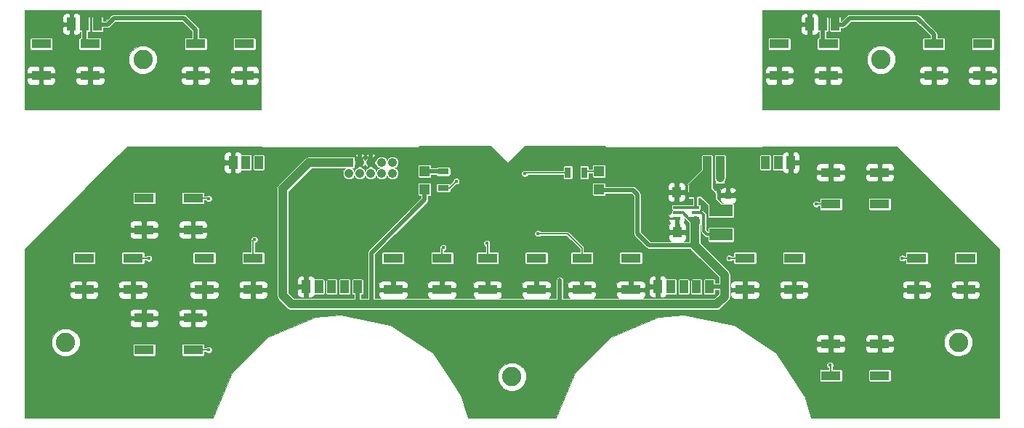
<source format=gbr>
G04 #@! TF.FileFunction,Copper,L1,Top,Signal*
%FSLAX46Y46*%
G04 Gerber Fmt 4.6, Leading zero omitted, Abs format (unit mm)*
G04 Created by KiCad (PCBNEW (2016-04-11 BZR 6687, Git f239aee)-product) date 4/21/2016 12:06:05 PM*
%MOMM*%
G01*
G04 APERTURE LIST*
%ADD10C,0.020000*%
%ADD11R,1.000000X1.250000*%
%ADD12R,1.198880X1.198880*%
%ADD13R,1.300000X0.700000*%
%ADD14R,0.700000X1.300000*%
%ADD15R,0.800000X0.900000*%
%ADD16R,1.000000X1.500000*%
%ADD17R,1.050000X1.050000*%
%ADD18C,1.050000*%
%ADD19R,2.300000X1.100000*%
%ADD20R,2.700000X1.400000*%
%ADD21R,0.850000X0.350000*%
%ADD22C,2.250000*%
%ADD23C,0.452400*%
%ADD24C,0.508000*%
%ADD25C,1.016000*%
%ADD26C,0.304800*%
%ADD27C,0.152400*%
%ADD28C,0.025400*%
G04 APERTURE END LIST*
D10*
D11*
X91170000Y-36449000D03*
X89170000Y-36449000D03*
X91290400Y-41149600D03*
X89290400Y-41149600D03*
D12*
X59817000Y-36101020D03*
X59817000Y-34002980D03*
X80137000Y-36101020D03*
X80137000Y-34002980D03*
D13*
X62000000Y-35950000D03*
X62000000Y-34050000D03*
D14*
X76520000Y-34163000D03*
X78420000Y-34163000D03*
D15*
X93284000Y-36814000D03*
X95184000Y-36814000D03*
X94234000Y-34814000D03*
D16*
X92750000Y-33000000D03*
X94250000Y-33000000D03*
X52000000Y-47500000D03*
X49000000Y-47500000D03*
X50500000Y-47500000D03*
X47500000Y-47500000D03*
X46000000Y-47500000D03*
X93000000Y-47500000D03*
X90000000Y-47500000D03*
X91500000Y-47500000D03*
X88500000Y-47500000D03*
X87000000Y-47500000D03*
D17*
X51000000Y-33000000D03*
D18*
X52270000Y-33000000D03*
X53540000Y-33000000D03*
X54810000Y-33000000D03*
X56080000Y-33000000D03*
X52270000Y-34270000D03*
X53540000Y-34270000D03*
X54810000Y-34270000D03*
X56080000Y-34270000D03*
X51000000Y-34270000D03*
D16*
X39000000Y-33000000D03*
X37500000Y-33000000D03*
X40500000Y-33000000D03*
X101000000Y-33000000D03*
X99500000Y-33000000D03*
X102500000Y-33000000D03*
X106172000Y-16859000D03*
X107672000Y-16859000D03*
X104672000Y-16859000D03*
X20193000Y-16859000D03*
X21693000Y-16859000D03*
X18693000Y-16859000D03*
D19*
X39850000Y-44150000D03*
X39850000Y-47850000D03*
X34150000Y-47850000D03*
X34150000Y-44150000D03*
X107150000Y-57850000D03*
X107150000Y-54150000D03*
X112850000Y-54150000D03*
X112850000Y-57850000D03*
X122850000Y-44150000D03*
X122850000Y-47850000D03*
X117150000Y-47850000D03*
X117150000Y-44150000D03*
X102850000Y-44150000D03*
X102850000Y-47850000D03*
X97150000Y-47850000D03*
X97150000Y-44150000D03*
X107150000Y-37850000D03*
X107150000Y-34150000D03*
X112850000Y-34150000D03*
X112850000Y-37850000D03*
X32850000Y-37150000D03*
X32850000Y-40850000D03*
X27150000Y-40850000D03*
X27150000Y-37150000D03*
X27150000Y-54850000D03*
X27150000Y-51150000D03*
X32850000Y-51150000D03*
X32850000Y-54850000D03*
X25850000Y-44150000D03*
X25850000Y-47850000D03*
X20150000Y-47850000D03*
X20150000Y-44150000D03*
X61850000Y-44150000D03*
X61850000Y-47850000D03*
X56150000Y-47850000D03*
X56150000Y-44150000D03*
X83850000Y-44150000D03*
X83850000Y-47850000D03*
X78150000Y-47850000D03*
X78150000Y-44150000D03*
X72850000Y-44150000D03*
X72850000Y-47850000D03*
X67150000Y-47850000D03*
X67150000Y-44150000D03*
X20850000Y-19150000D03*
X20850000Y-22850000D03*
X15150000Y-22850000D03*
X15150000Y-19150000D03*
X38850000Y-19150000D03*
X38850000Y-22850000D03*
X33150000Y-22850000D03*
X33150000Y-19150000D03*
X106850000Y-19150000D03*
X106850000Y-22850000D03*
X101150000Y-22850000D03*
X101150000Y-19150000D03*
X124850000Y-19150000D03*
X124850000Y-22850000D03*
X119150000Y-22850000D03*
X119150000Y-19150000D03*
D20*
X94361000Y-41405000D03*
X94361000Y-38605000D03*
D21*
X91397000Y-38862000D03*
X91397000Y-38212000D03*
X91397000Y-39512000D03*
X89197000Y-39512000D03*
X89197000Y-38212000D03*
X89197000Y-38862000D03*
D22*
X18000000Y-54000000D03*
X70000000Y-58000000D03*
X122000000Y-54000000D03*
X113000000Y-21000000D03*
X27000000Y-21000000D03*
D23*
X75565000Y-46736000D03*
X81661000Y-36195000D03*
X96266000Y-36449000D03*
X75057000Y-44323000D03*
X64770000Y-44323000D03*
X63754000Y-31496000D03*
X76200000Y-31877000D03*
X63500000Y-35179000D03*
X71501000Y-34290000D03*
X107061000Y-56642000D03*
X115468400Y-44145200D03*
X95300800Y-44145200D03*
X105410000Y-37846000D03*
X34671000Y-37211000D03*
X34671000Y-54864000D03*
X27686000Y-44196000D03*
X40000000Y-42000000D03*
X61976000Y-42926000D03*
X73025000Y-41275000D03*
X67056000Y-42418000D03*
D24*
X75565000Y-49530000D02*
X75565000Y-46736000D01*
X53594000Y-49530000D02*
X53594000Y-43561000D01*
X59817000Y-37338000D02*
X53594000Y-43561000D01*
X59817000Y-37338000D02*
X59817000Y-36101020D01*
X52000000Y-47500000D02*
X52000000Y-49530000D01*
D25*
X51000000Y-33000000D02*
X46375000Y-33000000D01*
X94742000Y-48641000D02*
X93853000Y-49530000D01*
X93853000Y-49530000D02*
X75565000Y-49530000D01*
X75565000Y-49530000D02*
X53594000Y-49530000D01*
X53594000Y-49530000D02*
X52070000Y-49530000D01*
X52070000Y-49530000D02*
X44323000Y-49530000D01*
X44323000Y-49530000D02*
X43307000Y-48514000D01*
X43307000Y-48514000D02*
X43307000Y-36068000D01*
X94742000Y-48641000D02*
X94742000Y-47500000D01*
X46375000Y-33000000D02*
X43307000Y-36068000D01*
X91290400Y-41149600D02*
X91290400Y-42649400D01*
X91290400Y-42649400D02*
X94742000Y-46101000D01*
X94742000Y-46101000D02*
X94742000Y-47500000D01*
X91397000Y-39794000D02*
X91397000Y-40048000D01*
D26*
X91397000Y-39512000D02*
X91397000Y-39794000D01*
D25*
X91290400Y-40154600D02*
X91290400Y-41149600D01*
X91397000Y-40048000D02*
X91290400Y-40154600D01*
D26*
X91070400Y-40016400D02*
X90567600Y-39513600D01*
D24*
X84074000Y-36195000D02*
X81661000Y-36195000D01*
X84074000Y-36195000D02*
X84582000Y-36703000D01*
X84582000Y-41275000D02*
X84582000Y-36703000D01*
X85956400Y-42649400D02*
X84582000Y-41275000D01*
X91290400Y-42649400D02*
X85956400Y-42649400D01*
X93000000Y-47500000D02*
X94742000Y-47500000D01*
X81661000Y-36195000D02*
X80230980Y-36195000D01*
X80230980Y-36195000D02*
X80137000Y-36101020D01*
D26*
X91390400Y-39513600D02*
X90567600Y-39513600D01*
X89917600Y-38863600D02*
X89190400Y-38863600D01*
X90567600Y-39513600D02*
X89917600Y-38863600D01*
D24*
X95184000Y-36814000D02*
X95901000Y-36814000D01*
X95901000Y-36814000D02*
X96266000Y-36449000D01*
X53540000Y-33000000D02*
X53540000Y-31540000D01*
X52270000Y-33000000D02*
X52270000Y-31730000D01*
D25*
X93284000Y-36814000D02*
X93284000Y-37528000D01*
X91170000Y-36449000D02*
X92205000Y-36449000D01*
X92205000Y-36449000D02*
X94361000Y-38605000D01*
X91170000Y-36449000D02*
X91567000Y-36449000D01*
X91567000Y-36449000D02*
X92750000Y-35266000D01*
X91170000Y-36449000D02*
X91170000Y-35703000D01*
X91170000Y-35703000D02*
X92750000Y-34123000D01*
X91170000Y-36449000D02*
X92919000Y-36449000D01*
X92919000Y-36449000D02*
X93284000Y-36814000D01*
X92750000Y-33000000D02*
X92750000Y-34123000D01*
X92750000Y-34123000D02*
X92750000Y-35266000D01*
X92750000Y-35266000D02*
X92750000Y-36280000D01*
X92750000Y-36280000D02*
X93284000Y-36814000D01*
D26*
X91390400Y-38213600D02*
X91390400Y-36669400D01*
X91390400Y-36669400D02*
X91170000Y-36449000D01*
X91390400Y-38213600D02*
X89190400Y-38213600D01*
X91170000Y-38211000D02*
X91172600Y-38213600D01*
X91172600Y-38213600D02*
X91390400Y-38213600D01*
D24*
X59817000Y-34002980D02*
X61952980Y-34002980D01*
X61952980Y-34002980D02*
X62000000Y-34050000D01*
X61972020Y-34077980D02*
X62000000Y-34050000D01*
D27*
X62024020Y-34025980D02*
X62000000Y-34050000D01*
X80137000Y-34002980D02*
X78580020Y-34002980D01*
X78580020Y-34002980D02*
X78420000Y-34163000D01*
X62000000Y-35950000D02*
X62729000Y-35950000D01*
X62729000Y-35950000D02*
X63500000Y-35179000D01*
X76520000Y-34163000D02*
X71628000Y-34163000D01*
X71628000Y-34163000D02*
X71501000Y-34290000D01*
D26*
X91390400Y-38863600D02*
X92076600Y-38863600D01*
X92713000Y-41405000D02*
X94234000Y-41405000D01*
X92329000Y-41021000D02*
X92713000Y-41405000D01*
X92329000Y-39116000D02*
X92329000Y-41021000D01*
X92076600Y-38863600D02*
X92329000Y-39116000D01*
D25*
X94250000Y-33000000D02*
X94250000Y-34798000D01*
X94250000Y-34798000D02*
X94234000Y-34814000D01*
D24*
X20193000Y-16872000D02*
X20193000Y-18789400D01*
X21693000Y-16872000D02*
X22860000Y-16872000D01*
X23614000Y-16118000D02*
X31758000Y-16118000D01*
X31758000Y-16118000D02*
X33150000Y-17510000D01*
X22860000Y-16872000D02*
X23614000Y-16118000D01*
X33150000Y-17510000D02*
X33150000Y-19150000D01*
X106172000Y-19039000D02*
X106172000Y-16880000D01*
X109347000Y-16118000D02*
X108585000Y-16880000D01*
X117221000Y-16118000D02*
X109347000Y-16118000D01*
X119150000Y-18047000D02*
X117221000Y-16118000D01*
X108585000Y-16880000D02*
X107672000Y-16880000D01*
X119150000Y-19150000D02*
X119150000Y-18047000D01*
D27*
X107150000Y-56731000D02*
X107061000Y-56642000D01*
X107150000Y-56731000D02*
X107150000Y-57850000D01*
X117150000Y-44150000D02*
X115473200Y-44150000D01*
X115473200Y-44150000D02*
X115468400Y-44145200D01*
X95305600Y-44150000D02*
X97150000Y-44150000D01*
X95300800Y-44145200D02*
X95305600Y-44150000D01*
X107150000Y-37850000D02*
X105414000Y-37850000D01*
X105414000Y-37850000D02*
X105410000Y-37846000D01*
X32850000Y-37150000D02*
X34610000Y-37150000D01*
X34610000Y-37150000D02*
X34671000Y-37211000D01*
X32850000Y-54850000D02*
X34657000Y-54850000D01*
X34657000Y-54850000D02*
X34671000Y-54864000D01*
X27640000Y-44150000D02*
X25850000Y-44150000D01*
X27640000Y-44150000D02*
X27686000Y-44196000D01*
X39850000Y-44150000D02*
X39850000Y-42150000D01*
X39850000Y-42150000D02*
X40000000Y-42000000D01*
X61850000Y-44150000D02*
X61850000Y-43052000D01*
X61850000Y-43052000D02*
X61976000Y-42926000D01*
X78150000Y-44150000D02*
X78150000Y-42971000D01*
X76454000Y-41275000D02*
X73025000Y-41275000D01*
X78150000Y-42971000D02*
X76454000Y-41275000D01*
X67150000Y-44150000D02*
X67150000Y-42512000D01*
X67150000Y-42512000D02*
X67056000Y-42418000D01*
D28*
G36*
X40784900Y-26784300D02*
X24892000Y-26784300D01*
X24888984Y-26784900D01*
X13215100Y-26784900D01*
X13215100Y-23221475D01*
X13479300Y-23221475D01*
X13479300Y-23503573D01*
X13558572Y-23694953D01*
X13705047Y-23841428D01*
X13896426Y-23920700D01*
X14778525Y-23920700D01*
X14908700Y-23790525D01*
X14908700Y-23091300D01*
X15391300Y-23091300D01*
X15391300Y-23790525D01*
X15521475Y-23920700D01*
X16403574Y-23920700D01*
X16594953Y-23841428D01*
X16741428Y-23694953D01*
X16820700Y-23503573D01*
X16820700Y-23221475D01*
X19179300Y-23221475D01*
X19179300Y-23503573D01*
X19258572Y-23694953D01*
X19405047Y-23841428D01*
X19596426Y-23920700D01*
X20478525Y-23920700D01*
X20608700Y-23790525D01*
X20608700Y-23091300D01*
X21091300Y-23091300D01*
X21091300Y-23790525D01*
X21221475Y-23920700D01*
X22103574Y-23920700D01*
X22294953Y-23841428D01*
X22441428Y-23694953D01*
X22520700Y-23503573D01*
X22520700Y-23221475D01*
X31479300Y-23221475D01*
X31479300Y-23503573D01*
X31558572Y-23694953D01*
X31705047Y-23841428D01*
X31896426Y-23920700D01*
X32778525Y-23920700D01*
X32908700Y-23790525D01*
X32908700Y-23091300D01*
X33391300Y-23091300D01*
X33391300Y-23790525D01*
X33521475Y-23920700D01*
X34403574Y-23920700D01*
X34594953Y-23841428D01*
X34741428Y-23694953D01*
X34820700Y-23503573D01*
X34820700Y-23221475D01*
X37179300Y-23221475D01*
X37179300Y-23503573D01*
X37258572Y-23694953D01*
X37405047Y-23841428D01*
X37596426Y-23920700D01*
X38478525Y-23920700D01*
X38608700Y-23790525D01*
X38608700Y-23091300D01*
X39091300Y-23091300D01*
X39091300Y-23790525D01*
X39221475Y-23920700D01*
X40103574Y-23920700D01*
X40294953Y-23841428D01*
X40441428Y-23694953D01*
X40520700Y-23503573D01*
X40520700Y-23221475D01*
X40390525Y-23091300D01*
X39091300Y-23091300D01*
X38608700Y-23091300D01*
X37309475Y-23091300D01*
X37179300Y-23221475D01*
X34820700Y-23221475D01*
X34690525Y-23091300D01*
X33391300Y-23091300D01*
X32908700Y-23091300D01*
X31609475Y-23091300D01*
X31479300Y-23221475D01*
X22520700Y-23221475D01*
X22390525Y-23091300D01*
X21091300Y-23091300D01*
X20608700Y-23091300D01*
X19309475Y-23091300D01*
X19179300Y-23221475D01*
X16820700Y-23221475D01*
X16690525Y-23091300D01*
X15391300Y-23091300D01*
X14908700Y-23091300D01*
X13609475Y-23091300D01*
X13479300Y-23221475D01*
X13215100Y-23221475D01*
X13215100Y-22196427D01*
X13479300Y-22196427D01*
X13479300Y-22478525D01*
X13609475Y-22608700D01*
X14908700Y-22608700D01*
X14908700Y-21909475D01*
X15391300Y-21909475D01*
X15391300Y-22608700D01*
X16690525Y-22608700D01*
X16820700Y-22478525D01*
X16820700Y-22196427D01*
X19179300Y-22196427D01*
X19179300Y-22478525D01*
X19309475Y-22608700D01*
X20608700Y-22608700D01*
X20608700Y-21909475D01*
X21091300Y-21909475D01*
X21091300Y-22608700D01*
X22390525Y-22608700D01*
X22520700Y-22478525D01*
X22520700Y-22196427D01*
X22441428Y-22005047D01*
X22294953Y-21858572D01*
X22103574Y-21779300D01*
X21221475Y-21779300D01*
X21091300Y-21909475D01*
X20608700Y-21909475D01*
X20478525Y-21779300D01*
X19596426Y-21779300D01*
X19405047Y-21858572D01*
X19258572Y-22005047D01*
X19179300Y-22196427D01*
X16820700Y-22196427D01*
X16741428Y-22005047D01*
X16594953Y-21858572D01*
X16403574Y-21779300D01*
X15521475Y-21779300D01*
X15391300Y-21909475D01*
X14908700Y-21909475D01*
X14778525Y-21779300D01*
X13896426Y-21779300D01*
X13705047Y-21858572D01*
X13558572Y-22005047D01*
X13479300Y-22196427D01*
X13215100Y-22196427D01*
X13215100Y-21324329D01*
X25362017Y-21324329D01*
X25610816Y-21926470D01*
X26071106Y-22387565D01*
X26672812Y-22637415D01*
X27324329Y-22637983D01*
X27926470Y-22389184D01*
X28119564Y-22196427D01*
X31479300Y-22196427D01*
X31479300Y-22478525D01*
X31609475Y-22608700D01*
X32908700Y-22608700D01*
X32908700Y-21909475D01*
X33391300Y-21909475D01*
X33391300Y-22608700D01*
X34690525Y-22608700D01*
X34820700Y-22478525D01*
X34820700Y-22196427D01*
X37179300Y-22196427D01*
X37179300Y-22478525D01*
X37309475Y-22608700D01*
X38608700Y-22608700D01*
X38608700Y-21909475D01*
X39091300Y-21909475D01*
X39091300Y-22608700D01*
X40390525Y-22608700D01*
X40520700Y-22478525D01*
X40520700Y-22196427D01*
X40441428Y-22005047D01*
X40294953Y-21858572D01*
X40103574Y-21779300D01*
X39221475Y-21779300D01*
X39091300Y-21909475D01*
X38608700Y-21909475D01*
X38478525Y-21779300D01*
X37596426Y-21779300D01*
X37405047Y-21858572D01*
X37258572Y-22005047D01*
X37179300Y-22196427D01*
X34820700Y-22196427D01*
X34741428Y-22005047D01*
X34594953Y-21858572D01*
X34403574Y-21779300D01*
X33521475Y-21779300D01*
X33391300Y-21909475D01*
X32908700Y-21909475D01*
X32778525Y-21779300D01*
X31896426Y-21779300D01*
X31705047Y-21858572D01*
X31558572Y-22005047D01*
X31479300Y-22196427D01*
X28119564Y-22196427D01*
X28387565Y-21928894D01*
X28637415Y-21327188D01*
X28637983Y-20675671D01*
X28389184Y-20073530D01*
X27928894Y-19612435D01*
X27327188Y-19362585D01*
X26675671Y-19362017D01*
X26073530Y-19610816D01*
X25612435Y-20071106D01*
X25362585Y-20672812D01*
X25362017Y-21324329D01*
X13215100Y-21324329D01*
X13215100Y-18600000D01*
X13831666Y-18600000D01*
X13831666Y-19700000D01*
X13844480Y-19764419D01*
X13880970Y-19819030D01*
X13935581Y-19855520D01*
X14000000Y-19868334D01*
X16300000Y-19868334D01*
X16364419Y-19855520D01*
X16419030Y-19819030D01*
X16455520Y-19764419D01*
X16468334Y-19700000D01*
X16468334Y-18600000D01*
X16455520Y-18535581D01*
X16419030Y-18480970D01*
X16364419Y-18444480D01*
X16300000Y-18431666D01*
X14000000Y-18431666D01*
X13935581Y-18444480D01*
X13880970Y-18480970D01*
X13844480Y-18535581D01*
X13831666Y-18600000D01*
X13215100Y-18600000D01*
X13215100Y-17230475D01*
X17672300Y-17230475D01*
X17672300Y-17712573D01*
X17751572Y-17903953D01*
X17898047Y-18050428D01*
X18089426Y-18129700D01*
X18321525Y-18129700D01*
X18451700Y-17999525D01*
X18451700Y-17100300D01*
X17802475Y-17100300D01*
X17672300Y-17230475D01*
X13215100Y-17230475D01*
X13215100Y-16005427D01*
X17672300Y-16005427D01*
X17672300Y-16487525D01*
X17802475Y-16617700D01*
X18451700Y-16617700D01*
X18451700Y-15718475D01*
X18934300Y-15718475D01*
X18934300Y-16617700D01*
X18954300Y-16617700D01*
X18954300Y-17100300D01*
X18934300Y-17100300D01*
X18934300Y-17999525D01*
X19064475Y-18129700D01*
X19296574Y-18129700D01*
X19487953Y-18050428D01*
X19634428Y-17903953D01*
X19687341Y-17776208D01*
X19693000Y-17777334D01*
X19773900Y-17777334D01*
X19773900Y-18431666D01*
X19700000Y-18431666D01*
X19635581Y-18444480D01*
X19580970Y-18480970D01*
X19544480Y-18535581D01*
X19531666Y-18600000D01*
X19531666Y-19700000D01*
X19544480Y-19764419D01*
X19580970Y-19819030D01*
X19635581Y-19855520D01*
X19700000Y-19868334D01*
X22000000Y-19868334D01*
X22064419Y-19855520D01*
X22119030Y-19819030D01*
X22155520Y-19764419D01*
X22168334Y-19700000D01*
X22168334Y-18600000D01*
X22155520Y-18535581D01*
X22119030Y-18480970D01*
X22064419Y-18444480D01*
X22000000Y-18431666D01*
X20612100Y-18431666D01*
X20612100Y-17777334D01*
X20693000Y-17777334D01*
X20757419Y-17764520D01*
X20812030Y-17728030D01*
X20848520Y-17673419D01*
X20861334Y-17609000D01*
X20861334Y-16109000D01*
X21024666Y-16109000D01*
X21024666Y-17609000D01*
X21037480Y-17673419D01*
X21073970Y-17728030D01*
X21128581Y-17764520D01*
X21193000Y-17777334D01*
X22193000Y-17777334D01*
X22257419Y-17764520D01*
X22312030Y-17728030D01*
X22348520Y-17673419D01*
X22361334Y-17609000D01*
X22361334Y-17291100D01*
X22860000Y-17291100D01*
X23020383Y-17259198D01*
X23156348Y-17168348D01*
X23787596Y-16537100D01*
X31584404Y-16537100D01*
X32730900Y-17683597D01*
X32730900Y-18431666D01*
X32000000Y-18431666D01*
X31935581Y-18444480D01*
X31880970Y-18480970D01*
X31844480Y-18535581D01*
X31831666Y-18600000D01*
X31831666Y-19700000D01*
X31844480Y-19764419D01*
X31880970Y-19819030D01*
X31935581Y-19855520D01*
X32000000Y-19868334D01*
X34300000Y-19868334D01*
X34364419Y-19855520D01*
X34419030Y-19819030D01*
X34455520Y-19764419D01*
X34468334Y-19700000D01*
X34468334Y-18600000D01*
X37531666Y-18600000D01*
X37531666Y-19700000D01*
X37544480Y-19764419D01*
X37580970Y-19819030D01*
X37635581Y-19855520D01*
X37700000Y-19868334D01*
X40000000Y-19868334D01*
X40064419Y-19855520D01*
X40119030Y-19819030D01*
X40155520Y-19764419D01*
X40168334Y-19700000D01*
X40168334Y-18600000D01*
X40155520Y-18535581D01*
X40119030Y-18480970D01*
X40064419Y-18444480D01*
X40000000Y-18431666D01*
X37700000Y-18431666D01*
X37635581Y-18444480D01*
X37580970Y-18480970D01*
X37544480Y-18535581D01*
X37531666Y-18600000D01*
X34468334Y-18600000D01*
X34455520Y-18535581D01*
X34419030Y-18480970D01*
X34364419Y-18444480D01*
X34300000Y-18431666D01*
X33569100Y-18431666D01*
X33569100Y-17510000D01*
X33537198Y-17349617D01*
X33498097Y-17291099D01*
X33446348Y-17213651D01*
X32054348Y-15821652D01*
X32042966Y-15814047D01*
X31918383Y-15730802D01*
X31758000Y-15698900D01*
X23614000Y-15698900D01*
X23453617Y-15730802D01*
X23329034Y-15814047D01*
X23317652Y-15821652D01*
X22686404Y-16452900D01*
X22361334Y-16452900D01*
X22361334Y-16109000D01*
X22348520Y-16044581D01*
X22312030Y-15989970D01*
X22257419Y-15953480D01*
X22193000Y-15940666D01*
X21193000Y-15940666D01*
X21128581Y-15953480D01*
X21073970Y-15989970D01*
X21037480Y-16044581D01*
X21024666Y-16109000D01*
X20861334Y-16109000D01*
X20848520Y-16044581D01*
X20812030Y-15989970D01*
X20757419Y-15953480D01*
X20693000Y-15940666D01*
X19693000Y-15940666D01*
X19687341Y-15941792D01*
X19634428Y-15814047D01*
X19487953Y-15667572D01*
X19296574Y-15588300D01*
X19064475Y-15588300D01*
X18934300Y-15718475D01*
X18451700Y-15718475D01*
X18321525Y-15588300D01*
X18089426Y-15588300D01*
X17898047Y-15667572D01*
X17751572Y-15814047D01*
X17672300Y-16005427D01*
X13215100Y-16005427D01*
X13215100Y-15215100D01*
X40784900Y-15215100D01*
X40784900Y-26784300D01*
X40784900Y-26784300D01*
G37*
X40784900Y-26784300D02*
X24892000Y-26784300D01*
X24888984Y-26784900D01*
X13215100Y-26784900D01*
X13215100Y-23221475D01*
X13479300Y-23221475D01*
X13479300Y-23503573D01*
X13558572Y-23694953D01*
X13705047Y-23841428D01*
X13896426Y-23920700D01*
X14778525Y-23920700D01*
X14908700Y-23790525D01*
X14908700Y-23091300D01*
X15391300Y-23091300D01*
X15391300Y-23790525D01*
X15521475Y-23920700D01*
X16403574Y-23920700D01*
X16594953Y-23841428D01*
X16741428Y-23694953D01*
X16820700Y-23503573D01*
X16820700Y-23221475D01*
X19179300Y-23221475D01*
X19179300Y-23503573D01*
X19258572Y-23694953D01*
X19405047Y-23841428D01*
X19596426Y-23920700D01*
X20478525Y-23920700D01*
X20608700Y-23790525D01*
X20608700Y-23091300D01*
X21091300Y-23091300D01*
X21091300Y-23790525D01*
X21221475Y-23920700D01*
X22103574Y-23920700D01*
X22294953Y-23841428D01*
X22441428Y-23694953D01*
X22520700Y-23503573D01*
X22520700Y-23221475D01*
X31479300Y-23221475D01*
X31479300Y-23503573D01*
X31558572Y-23694953D01*
X31705047Y-23841428D01*
X31896426Y-23920700D01*
X32778525Y-23920700D01*
X32908700Y-23790525D01*
X32908700Y-23091300D01*
X33391300Y-23091300D01*
X33391300Y-23790525D01*
X33521475Y-23920700D01*
X34403574Y-23920700D01*
X34594953Y-23841428D01*
X34741428Y-23694953D01*
X34820700Y-23503573D01*
X34820700Y-23221475D01*
X37179300Y-23221475D01*
X37179300Y-23503573D01*
X37258572Y-23694953D01*
X37405047Y-23841428D01*
X37596426Y-23920700D01*
X38478525Y-23920700D01*
X38608700Y-23790525D01*
X38608700Y-23091300D01*
X39091300Y-23091300D01*
X39091300Y-23790525D01*
X39221475Y-23920700D01*
X40103574Y-23920700D01*
X40294953Y-23841428D01*
X40441428Y-23694953D01*
X40520700Y-23503573D01*
X40520700Y-23221475D01*
X40390525Y-23091300D01*
X39091300Y-23091300D01*
X38608700Y-23091300D01*
X37309475Y-23091300D01*
X37179300Y-23221475D01*
X34820700Y-23221475D01*
X34690525Y-23091300D01*
X33391300Y-23091300D01*
X32908700Y-23091300D01*
X31609475Y-23091300D01*
X31479300Y-23221475D01*
X22520700Y-23221475D01*
X22390525Y-23091300D01*
X21091300Y-23091300D01*
X20608700Y-23091300D01*
X19309475Y-23091300D01*
X19179300Y-23221475D01*
X16820700Y-23221475D01*
X16690525Y-23091300D01*
X15391300Y-23091300D01*
X14908700Y-23091300D01*
X13609475Y-23091300D01*
X13479300Y-23221475D01*
X13215100Y-23221475D01*
X13215100Y-22196427D01*
X13479300Y-22196427D01*
X13479300Y-22478525D01*
X13609475Y-22608700D01*
X14908700Y-22608700D01*
X14908700Y-21909475D01*
X15391300Y-21909475D01*
X15391300Y-22608700D01*
X16690525Y-22608700D01*
X16820700Y-22478525D01*
X16820700Y-22196427D01*
X19179300Y-22196427D01*
X19179300Y-22478525D01*
X19309475Y-22608700D01*
X20608700Y-22608700D01*
X20608700Y-21909475D01*
X21091300Y-21909475D01*
X21091300Y-22608700D01*
X22390525Y-22608700D01*
X22520700Y-22478525D01*
X22520700Y-22196427D01*
X22441428Y-22005047D01*
X22294953Y-21858572D01*
X22103574Y-21779300D01*
X21221475Y-21779300D01*
X21091300Y-21909475D01*
X20608700Y-21909475D01*
X20478525Y-21779300D01*
X19596426Y-21779300D01*
X19405047Y-21858572D01*
X19258572Y-22005047D01*
X19179300Y-22196427D01*
X16820700Y-22196427D01*
X16741428Y-22005047D01*
X16594953Y-21858572D01*
X16403574Y-21779300D01*
X15521475Y-21779300D01*
X15391300Y-21909475D01*
X14908700Y-21909475D01*
X14778525Y-21779300D01*
X13896426Y-21779300D01*
X13705047Y-21858572D01*
X13558572Y-22005047D01*
X13479300Y-22196427D01*
X13215100Y-22196427D01*
X13215100Y-21324329D01*
X25362017Y-21324329D01*
X25610816Y-21926470D01*
X26071106Y-22387565D01*
X26672812Y-22637415D01*
X27324329Y-22637983D01*
X27926470Y-22389184D01*
X28119564Y-22196427D01*
X31479300Y-22196427D01*
X31479300Y-22478525D01*
X31609475Y-22608700D01*
X32908700Y-22608700D01*
X32908700Y-21909475D01*
X33391300Y-21909475D01*
X33391300Y-22608700D01*
X34690525Y-22608700D01*
X34820700Y-22478525D01*
X34820700Y-22196427D01*
X37179300Y-22196427D01*
X37179300Y-22478525D01*
X37309475Y-22608700D01*
X38608700Y-22608700D01*
X38608700Y-21909475D01*
X39091300Y-21909475D01*
X39091300Y-22608700D01*
X40390525Y-22608700D01*
X40520700Y-22478525D01*
X40520700Y-22196427D01*
X40441428Y-22005047D01*
X40294953Y-21858572D01*
X40103574Y-21779300D01*
X39221475Y-21779300D01*
X39091300Y-21909475D01*
X38608700Y-21909475D01*
X38478525Y-21779300D01*
X37596426Y-21779300D01*
X37405047Y-21858572D01*
X37258572Y-22005047D01*
X37179300Y-22196427D01*
X34820700Y-22196427D01*
X34741428Y-22005047D01*
X34594953Y-21858572D01*
X34403574Y-21779300D01*
X33521475Y-21779300D01*
X33391300Y-21909475D01*
X32908700Y-21909475D01*
X32778525Y-21779300D01*
X31896426Y-21779300D01*
X31705047Y-21858572D01*
X31558572Y-22005047D01*
X31479300Y-22196427D01*
X28119564Y-22196427D01*
X28387565Y-21928894D01*
X28637415Y-21327188D01*
X28637983Y-20675671D01*
X28389184Y-20073530D01*
X27928894Y-19612435D01*
X27327188Y-19362585D01*
X26675671Y-19362017D01*
X26073530Y-19610816D01*
X25612435Y-20071106D01*
X25362585Y-20672812D01*
X25362017Y-21324329D01*
X13215100Y-21324329D01*
X13215100Y-18600000D01*
X13831666Y-18600000D01*
X13831666Y-19700000D01*
X13844480Y-19764419D01*
X13880970Y-19819030D01*
X13935581Y-19855520D01*
X14000000Y-19868334D01*
X16300000Y-19868334D01*
X16364419Y-19855520D01*
X16419030Y-19819030D01*
X16455520Y-19764419D01*
X16468334Y-19700000D01*
X16468334Y-18600000D01*
X16455520Y-18535581D01*
X16419030Y-18480970D01*
X16364419Y-18444480D01*
X16300000Y-18431666D01*
X14000000Y-18431666D01*
X13935581Y-18444480D01*
X13880970Y-18480970D01*
X13844480Y-18535581D01*
X13831666Y-18600000D01*
X13215100Y-18600000D01*
X13215100Y-17230475D01*
X17672300Y-17230475D01*
X17672300Y-17712573D01*
X17751572Y-17903953D01*
X17898047Y-18050428D01*
X18089426Y-18129700D01*
X18321525Y-18129700D01*
X18451700Y-17999525D01*
X18451700Y-17100300D01*
X17802475Y-17100300D01*
X17672300Y-17230475D01*
X13215100Y-17230475D01*
X13215100Y-16005427D01*
X17672300Y-16005427D01*
X17672300Y-16487525D01*
X17802475Y-16617700D01*
X18451700Y-16617700D01*
X18451700Y-15718475D01*
X18934300Y-15718475D01*
X18934300Y-16617700D01*
X18954300Y-16617700D01*
X18954300Y-17100300D01*
X18934300Y-17100300D01*
X18934300Y-17999525D01*
X19064475Y-18129700D01*
X19296574Y-18129700D01*
X19487953Y-18050428D01*
X19634428Y-17903953D01*
X19687341Y-17776208D01*
X19693000Y-17777334D01*
X19773900Y-17777334D01*
X19773900Y-18431666D01*
X19700000Y-18431666D01*
X19635581Y-18444480D01*
X19580970Y-18480970D01*
X19544480Y-18535581D01*
X19531666Y-18600000D01*
X19531666Y-19700000D01*
X19544480Y-19764419D01*
X19580970Y-19819030D01*
X19635581Y-19855520D01*
X19700000Y-19868334D01*
X22000000Y-19868334D01*
X22064419Y-19855520D01*
X22119030Y-19819030D01*
X22155520Y-19764419D01*
X22168334Y-19700000D01*
X22168334Y-18600000D01*
X22155520Y-18535581D01*
X22119030Y-18480970D01*
X22064419Y-18444480D01*
X22000000Y-18431666D01*
X20612100Y-18431666D01*
X20612100Y-17777334D01*
X20693000Y-17777334D01*
X20757419Y-17764520D01*
X20812030Y-17728030D01*
X20848520Y-17673419D01*
X20861334Y-17609000D01*
X20861334Y-16109000D01*
X21024666Y-16109000D01*
X21024666Y-17609000D01*
X21037480Y-17673419D01*
X21073970Y-17728030D01*
X21128581Y-17764520D01*
X21193000Y-17777334D01*
X22193000Y-17777334D01*
X22257419Y-17764520D01*
X22312030Y-17728030D01*
X22348520Y-17673419D01*
X22361334Y-17609000D01*
X22361334Y-17291100D01*
X22860000Y-17291100D01*
X23020383Y-17259198D01*
X23156348Y-17168348D01*
X23787596Y-16537100D01*
X31584404Y-16537100D01*
X32730900Y-17683597D01*
X32730900Y-18431666D01*
X32000000Y-18431666D01*
X31935581Y-18444480D01*
X31880970Y-18480970D01*
X31844480Y-18535581D01*
X31831666Y-18600000D01*
X31831666Y-19700000D01*
X31844480Y-19764419D01*
X31880970Y-19819030D01*
X31935581Y-19855520D01*
X32000000Y-19868334D01*
X34300000Y-19868334D01*
X34364419Y-19855520D01*
X34419030Y-19819030D01*
X34455520Y-19764419D01*
X34468334Y-19700000D01*
X34468334Y-18600000D01*
X37531666Y-18600000D01*
X37531666Y-19700000D01*
X37544480Y-19764419D01*
X37580970Y-19819030D01*
X37635581Y-19855520D01*
X37700000Y-19868334D01*
X40000000Y-19868334D01*
X40064419Y-19855520D01*
X40119030Y-19819030D01*
X40155520Y-19764419D01*
X40168334Y-19700000D01*
X40168334Y-18600000D01*
X40155520Y-18535581D01*
X40119030Y-18480970D01*
X40064419Y-18444480D01*
X40000000Y-18431666D01*
X37700000Y-18431666D01*
X37635581Y-18444480D01*
X37580970Y-18480970D01*
X37544480Y-18535581D01*
X37531666Y-18600000D01*
X34468334Y-18600000D01*
X34455520Y-18535581D01*
X34419030Y-18480970D01*
X34364419Y-18444480D01*
X34300000Y-18431666D01*
X33569100Y-18431666D01*
X33569100Y-17510000D01*
X33537198Y-17349617D01*
X33498097Y-17291099D01*
X33446348Y-17213651D01*
X32054348Y-15821652D01*
X32042966Y-15814047D01*
X31918383Y-15730802D01*
X31758000Y-15698900D01*
X23614000Y-15698900D01*
X23453617Y-15730802D01*
X23329034Y-15814047D01*
X23317652Y-15821652D01*
X22686404Y-16452900D01*
X22361334Y-16452900D01*
X22361334Y-16109000D01*
X22348520Y-16044581D01*
X22312030Y-15989970D01*
X22257419Y-15953480D01*
X22193000Y-15940666D01*
X21193000Y-15940666D01*
X21128581Y-15953480D01*
X21073970Y-15989970D01*
X21037480Y-16044581D01*
X21024666Y-16109000D01*
X20861334Y-16109000D01*
X20848520Y-16044581D01*
X20812030Y-15989970D01*
X20757419Y-15953480D01*
X20693000Y-15940666D01*
X19693000Y-15940666D01*
X19687341Y-15941792D01*
X19634428Y-15814047D01*
X19487953Y-15667572D01*
X19296574Y-15588300D01*
X19064475Y-15588300D01*
X18934300Y-15718475D01*
X18451700Y-15718475D01*
X18321525Y-15588300D01*
X18089426Y-15588300D01*
X17898047Y-15667572D01*
X17751572Y-15814047D01*
X17672300Y-16005427D01*
X13215100Y-16005427D01*
X13215100Y-15215100D01*
X40784900Y-15215100D01*
X40784900Y-26784300D01*
G36*
X126784900Y-26784900D02*
X115065016Y-26784900D01*
X115062000Y-26784300D01*
X99215100Y-26784300D01*
X99215100Y-23221475D01*
X99479300Y-23221475D01*
X99479300Y-23503573D01*
X99558572Y-23694953D01*
X99705047Y-23841428D01*
X99896426Y-23920700D01*
X100778525Y-23920700D01*
X100908700Y-23790525D01*
X100908700Y-23091300D01*
X101391300Y-23091300D01*
X101391300Y-23790525D01*
X101521475Y-23920700D01*
X102403574Y-23920700D01*
X102594953Y-23841428D01*
X102741428Y-23694953D01*
X102820700Y-23503573D01*
X102820700Y-23221475D01*
X105179300Y-23221475D01*
X105179300Y-23503573D01*
X105258572Y-23694953D01*
X105405047Y-23841428D01*
X105596426Y-23920700D01*
X106478525Y-23920700D01*
X106608700Y-23790525D01*
X106608700Y-23091300D01*
X107091300Y-23091300D01*
X107091300Y-23790525D01*
X107221475Y-23920700D01*
X108103574Y-23920700D01*
X108294953Y-23841428D01*
X108441428Y-23694953D01*
X108520700Y-23503573D01*
X108520700Y-23221475D01*
X117479300Y-23221475D01*
X117479300Y-23503573D01*
X117558572Y-23694953D01*
X117705047Y-23841428D01*
X117896426Y-23920700D01*
X118778525Y-23920700D01*
X118908700Y-23790525D01*
X118908700Y-23091300D01*
X119391300Y-23091300D01*
X119391300Y-23790525D01*
X119521475Y-23920700D01*
X120403574Y-23920700D01*
X120594953Y-23841428D01*
X120741428Y-23694953D01*
X120820700Y-23503573D01*
X120820700Y-23221475D01*
X123179300Y-23221475D01*
X123179300Y-23503573D01*
X123258572Y-23694953D01*
X123405047Y-23841428D01*
X123596426Y-23920700D01*
X124478525Y-23920700D01*
X124608700Y-23790525D01*
X124608700Y-23091300D01*
X125091300Y-23091300D01*
X125091300Y-23790525D01*
X125221475Y-23920700D01*
X126103574Y-23920700D01*
X126294953Y-23841428D01*
X126441428Y-23694953D01*
X126520700Y-23503573D01*
X126520700Y-23221475D01*
X126390525Y-23091300D01*
X125091300Y-23091300D01*
X124608700Y-23091300D01*
X123309475Y-23091300D01*
X123179300Y-23221475D01*
X120820700Y-23221475D01*
X120690525Y-23091300D01*
X119391300Y-23091300D01*
X118908700Y-23091300D01*
X117609475Y-23091300D01*
X117479300Y-23221475D01*
X108520700Y-23221475D01*
X108390525Y-23091300D01*
X107091300Y-23091300D01*
X106608700Y-23091300D01*
X105309475Y-23091300D01*
X105179300Y-23221475D01*
X102820700Y-23221475D01*
X102690525Y-23091300D01*
X101391300Y-23091300D01*
X100908700Y-23091300D01*
X99609475Y-23091300D01*
X99479300Y-23221475D01*
X99215100Y-23221475D01*
X99215100Y-22196427D01*
X99479300Y-22196427D01*
X99479300Y-22478525D01*
X99609475Y-22608700D01*
X100908700Y-22608700D01*
X100908700Y-21909475D01*
X101391300Y-21909475D01*
X101391300Y-22608700D01*
X102690525Y-22608700D01*
X102820700Y-22478525D01*
X102820700Y-22196427D01*
X105179300Y-22196427D01*
X105179300Y-22478525D01*
X105309475Y-22608700D01*
X106608700Y-22608700D01*
X106608700Y-21909475D01*
X107091300Y-21909475D01*
X107091300Y-22608700D01*
X108390525Y-22608700D01*
X108520700Y-22478525D01*
X108520700Y-22196427D01*
X108441428Y-22005047D01*
X108294953Y-21858572D01*
X108103574Y-21779300D01*
X107221475Y-21779300D01*
X107091300Y-21909475D01*
X106608700Y-21909475D01*
X106478525Y-21779300D01*
X105596426Y-21779300D01*
X105405047Y-21858572D01*
X105258572Y-22005047D01*
X105179300Y-22196427D01*
X102820700Y-22196427D01*
X102741428Y-22005047D01*
X102594953Y-21858572D01*
X102403574Y-21779300D01*
X101521475Y-21779300D01*
X101391300Y-21909475D01*
X100908700Y-21909475D01*
X100778525Y-21779300D01*
X99896426Y-21779300D01*
X99705047Y-21858572D01*
X99558572Y-22005047D01*
X99479300Y-22196427D01*
X99215100Y-22196427D01*
X99215100Y-21324329D01*
X111362017Y-21324329D01*
X111610816Y-21926470D01*
X112071106Y-22387565D01*
X112672812Y-22637415D01*
X113324329Y-22637983D01*
X113926470Y-22389184D01*
X114119564Y-22196427D01*
X117479300Y-22196427D01*
X117479300Y-22478525D01*
X117609475Y-22608700D01*
X118908700Y-22608700D01*
X118908700Y-21909475D01*
X119391300Y-21909475D01*
X119391300Y-22608700D01*
X120690525Y-22608700D01*
X120820700Y-22478525D01*
X120820700Y-22196427D01*
X123179300Y-22196427D01*
X123179300Y-22478525D01*
X123309475Y-22608700D01*
X124608700Y-22608700D01*
X124608700Y-21909475D01*
X125091300Y-21909475D01*
X125091300Y-22608700D01*
X126390525Y-22608700D01*
X126520700Y-22478525D01*
X126520700Y-22196427D01*
X126441428Y-22005047D01*
X126294953Y-21858572D01*
X126103574Y-21779300D01*
X125221475Y-21779300D01*
X125091300Y-21909475D01*
X124608700Y-21909475D01*
X124478525Y-21779300D01*
X123596426Y-21779300D01*
X123405047Y-21858572D01*
X123258572Y-22005047D01*
X123179300Y-22196427D01*
X120820700Y-22196427D01*
X120741428Y-22005047D01*
X120594953Y-21858572D01*
X120403574Y-21779300D01*
X119521475Y-21779300D01*
X119391300Y-21909475D01*
X118908700Y-21909475D01*
X118778525Y-21779300D01*
X117896426Y-21779300D01*
X117705047Y-21858572D01*
X117558572Y-22005047D01*
X117479300Y-22196427D01*
X114119564Y-22196427D01*
X114387565Y-21928894D01*
X114637415Y-21327188D01*
X114637983Y-20675671D01*
X114389184Y-20073530D01*
X113928894Y-19612435D01*
X113327188Y-19362585D01*
X112675671Y-19362017D01*
X112073530Y-19610816D01*
X111612435Y-20071106D01*
X111362585Y-20672812D01*
X111362017Y-21324329D01*
X99215100Y-21324329D01*
X99215100Y-18600000D01*
X99831666Y-18600000D01*
X99831666Y-19700000D01*
X99844480Y-19764419D01*
X99880970Y-19819030D01*
X99935581Y-19855520D01*
X100000000Y-19868334D01*
X102300000Y-19868334D01*
X102364419Y-19855520D01*
X102419030Y-19819030D01*
X102455520Y-19764419D01*
X102468334Y-19700000D01*
X102468334Y-18600000D01*
X102455520Y-18535581D01*
X102419030Y-18480970D01*
X102364419Y-18444480D01*
X102300000Y-18431666D01*
X100000000Y-18431666D01*
X99935581Y-18444480D01*
X99880970Y-18480970D01*
X99844480Y-18535581D01*
X99831666Y-18600000D01*
X99215100Y-18600000D01*
X99215100Y-17230475D01*
X103651300Y-17230475D01*
X103651300Y-17712573D01*
X103730572Y-17903953D01*
X103877047Y-18050428D01*
X104068426Y-18129700D01*
X104300525Y-18129700D01*
X104430700Y-17999525D01*
X104430700Y-17100300D01*
X103781475Y-17100300D01*
X103651300Y-17230475D01*
X99215100Y-17230475D01*
X99215100Y-16005427D01*
X103651300Y-16005427D01*
X103651300Y-16487525D01*
X103781475Y-16617700D01*
X104430700Y-16617700D01*
X104430700Y-15718475D01*
X104913300Y-15718475D01*
X104913300Y-16617700D01*
X104933300Y-16617700D01*
X104933300Y-17100300D01*
X104913300Y-17100300D01*
X104913300Y-17999525D01*
X105043475Y-18129700D01*
X105275574Y-18129700D01*
X105466953Y-18050428D01*
X105613428Y-17903953D01*
X105666341Y-17776208D01*
X105672000Y-17777334D01*
X105752900Y-17777334D01*
X105752900Y-18431666D01*
X105700000Y-18431666D01*
X105635581Y-18444480D01*
X105580970Y-18480970D01*
X105544480Y-18535581D01*
X105531666Y-18600000D01*
X105531666Y-19700000D01*
X105544480Y-19764419D01*
X105580970Y-19819030D01*
X105635581Y-19855520D01*
X105700000Y-19868334D01*
X108000000Y-19868334D01*
X108064419Y-19855520D01*
X108119030Y-19819030D01*
X108155520Y-19764419D01*
X108168334Y-19700000D01*
X108168334Y-18600000D01*
X108155520Y-18535581D01*
X108119030Y-18480970D01*
X108064419Y-18444480D01*
X108000000Y-18431666D01*
X106591100Y-18431666D01*
X106591100Y-17777334D01*
X106672000Y-17777334D01*
X106736419Y-17764520D01*
X106791030Y-17728030D01*
X106827520Y-17673419D01*
X106840334Y-17609000D01*
X106840334Y-16109000D01*
X107003666Y-16109000D01*
X107003666Y-17609000D01*
X107016480Y-17673419D01*
X107052970Y-17728030D01*
X107107581Y-17764520D01*
X107172000Y-17777334D01*
X108172000Y-17777334D01*
X108236419Y-17764520D01*
X108291030Y-17728030D01*
X108327520Y-17673419D01*
X108340334Y-17609000D01*
X108340334Y-17299100D01*
X108585000Y-17299100D01*
X108745383Y-17267198D01*
X108881348Y-17176348D01*
X109520597Y-16537100D01*
X117047404Y-16537100D01*
X118730900Y-18220596D01*
X118730900Y-18431666D01*
X118000000Y-18431666D01*
X117935581Y-18444480D01*
X117880970Y-18480970D01*
X117844480Y-18535581D01*
X117831666Y-18600000D01*
X117831666Y-19700000D01*
X117844480Y-19764419D01*
X117880970Y-19819030D01*
X117935581Y-19855520D01*
X118000000Y-19868334D01*
X120300000Y-19868334D01*
X120364419Y-19855520D01*
X120419030Y-19819030D01*
X120455520Y-19764419D01*
X120468334Y-19700000D01*
X120468334Y-18600000D01*
X123531666Y-18600000D01*
X123531666Y-19700000D01*
X123544480Y-19764419D01*
X123580970Y-19819030D01*
X123635581Y-19855520D01*
X123700000Y-19868334D01*
X126000000Y-19868334D01*
X126064419Y-19855520D01*
X126119030Y-19819030D01*
X126155520Y-19764419D01*
X126168334Y-19700000D01*
X126168334Y-18600000D01*
X126155520Y-18535581D01*
X126119030Y-18480970D01*
X126064419Y-18444480D01*
X126000000Y-18431666D01*
X123700000Y-18431666D01*
X123635581Y-18444480D01*
X123580970Y-18480970D01*
X123544480Y-18535581D01*
X123531666Y-18600000D01*
X120468334Y-18600000D01*
X120455520Y-18535581D01*
X120419030Y-18480970D01*
X120364419Y-18444480D01*
X120300000Y-18431666D01*
X119569100Y-18431666D01*
X119569100Y-18047000D01*
X119537198Y-17886617D01*
X119446348Y-17750652D01*
X117517348Y-15821652D01*
X117505966Y-15814047D01*
X117381383Y-15730802D01*
X117221000Y-15698900D01*
X109347000Y-15698900D01*
X109186617Y-15730802D01*
X109132157Y-15767191D01*
X109050652Y-15821651D01*
X108411404Y-16460900D01*
X108340334Y-16460900D01*
X108340334Y-16109000D01*
X108327520Y-16044581D01*
X108291030Y-15989970D01*
X108236419Y-15953480D01*
X108172000Y-15940666D01*
X107172000Y-15940666D01*
X107107581Y-15953480D01*
X107052970Y-15989970D01*
X107016480Y-16044581D01*
X107003666Y-16109000D01*
X106840334Y-16109000D01*
X106827520Y-16044581D01*
X106791030Y-15989970D01*
X106736419Y-15953480D01*
X106672000Y-15940666D01*
X105672000Y-15940666D01*
X105666341Y-15941792D01*
X105613428Y-15814047D01*
X105466953Y-15667572D01*
X105275574Y-15588300D01*
X105043475Y-15588300D01*
X104913300Y-15718475D01*
X104430700Y-15718475D01*
X104300525Y-15588300D01*
X104068426Y-15588300D01*
X103877047Y-15667572D01*
X103730572Y-15814047D01*
X103651300Y-16005427D01*
X99215100Y-16005427D01*
X99215100Y-15215100D01*
X126784900Y-15215100D01*
X126784900Y-26784900D01*
X126784900Y-26784900D01*
G37*
X126784900Y-26784900D02*
X115065016Y-26784900D01*
X115062000Y-26784300D01*
X99215100Y-26784300D01*
X99215100Y-23221475D01*
X99479300Y-23221475D01*
X99479300Y-23503573D01*
X99558572Y-23694953D01*
X99705047Y-23841428D01*
X99896426Y-23920700D01*
X100778525Y-23920700D01*
X100908700Y-23790525D01*
X100908700Y-23091300D01*
X101391300Y-23091300D01*
X101391300Y-23790525D01*
X101521475Y-23920700D01*
X102403574Y-23920700D01*
X102594953Y-23841428D01*
X102741428Y-23694953D01*
X102820700Y-23503573D01*
X102820700Y-23221475D01*
X105179300Y-23221475D01*
X105179300Y-23503573D01*
X105258572Y-23694953D01*
X105405047Y-23841428D01*
X105596426Y-23920700D01*
X106478525Y-23920700D01*
X106608700Y-23790525D01*
X106608700Y-23091300D01*
X107091300Y-23091300D01*
X107091300Y-23790525D01*
X107221475Y-23920700D01*
X108103574Y-23920700D01*
X108294953Y-23841428D01*
X108441428Y-23694953D01*
X108520700Y-23503573D01*
X108520700Y-23221475D01*
X117479300Y-23221475D01*
X117479300Y-23503573D01*
X117558572Y-23694953D01*
X117705047Y-23841428D01*
X117896426Y-23920700D01*
X118778525Y-23920700D01*
X118908700Y-23790525D01*
X118908700Y-23091300D01*
X119391300Y-23091300D01*
X119391300Y-23790525D01*
X119521475Y-23920700D01*
X120403574Y-23920700D01*
X120594953Y-23841428D01*
X120741428Y-23694953D01*
X120820700Y-23503573D01*
X120820700Y-23221475D01*
X123179300Y-23221475D01*
X123179300Y-23503573D01*
X123258572Y-23694953D01*
X123405047Y-23841428D01*
X123596426Y-23920700D01*
X124478525Y-23920700D01*
X124608700Y-23790525D01*
X124608700Y-23091300D01*
X125091300Y-23091300D01*
X125091300Y-23790525D01*
X125221475Y-23920700D01*
X126103574Y-23920700D01*
X126294953Y-23841428D01*
X126441428Y-23694953D01*
X126520700Y-23503573D01*
X126520700Y-23221475D01*
X126390525Y-23091300D01*
X125091300Y-23091300D01*
X124608700Y-23091300D01*
X123309475Y-23091300D01*
X123179300Y-23221475D01*
X120820700Y-23221475D01*
X120690525Y-23091300D01*
X119391300Y-23091300D01*
X118908700Y-23091300D01*
X117609475Y-23091300D01*
X117479300Y-23221475D01*
X108520700Y-23221475D01*
X108390525Y-23091300D01*
X107091300Y-23091300D01*
X106608700Y-23091300D01*
X105309475Y-23091300D01*
X105179300Y-23221475D01*
X102820700Y-23221475D01*
X102690525Y-23091300D01*
X101391300Y-23091300D01*
X100908700Y-23091300D01*
X99609475Y-23091300D01*
X99479300Y-23221475D01*
X99215100Y-23221475D01*
X99215100Y-22196427D01*
X99479300Y-22196427D01*
X99479300Y-22478525D01*
X99609475Y-22608700D01*
X100908700Y-22608700D01*
X100908700Y-21909475D01*
X101391300Y-21909475D01*
X101391300Y-22608700D01*
X102690525Y-22608700D01*
X102820700Y-22478525D01*
X102820700Y-22196427D01*
X105179300Y-22196427D01*
X105179300Y-22478525D01*
X105309475Y-22608700D01*
X106608700Y-22608700D01*
X106608700Y-21909475D01*
X107091300Y-21909475D01*
X107091300Y-22608700D01*
X108390525Y-22608700D01*
X108520700Y-22478525D01*
X108520700Y-22196427D01*
X108441428Y-22005047D01*
X108294953Y-21858572D01*
X108103574Y-21779300D01*
X107221475Y-21779300D01*
X107091300Y-21909475D01*
X106608700Y-21909475D01*
X106478525Y-21779300D01*
X105596426Y-21779300D01*
X105405047Y-21858572D01*
X105258572Y-22005047D01*
X105179300Y-22196427D01*
X102820700Y-22196427D01*
X102741428Y-22005047D01*
X102594953Y-21858572D01*
X102403574Y-21779300D01*
X101521475Y-21779300D01*
X101391300Y-21909475D01*
X100908700Y-21909475D01*
X100778525Y-21779300D01*
X99896426Y-21779300D01*
X99705047Y-21858572D01*
X99558572Y-22005047D01*
X99479300Y-22196427D01*
X99215100Y-22196427D01*
X99215100Y-21324329D01*
X111362017Y-21324329D01*
X111610816Y-21926470D01*
X112071106Y-22387565D01*
X112672812Y-22637415D01*
X113324329Y-22637983D01*
X113926470Y-22389184D01*
X114119564Y-22196427D01*
X117479300Y-22196427D01*
X117479300Y-22478525D01*
X117609475Y-22608700D01*
X118908700Y-22608700D01*
X118908700Y-21909475D01*
X119391300Y-21909475D01*
X119391300Y-22608700D01*
X120690525Y-22608700D01*
X120820700Y-22478525D01*
X120820700Y-22196427D01*
X123179300Y-22196427D01*
X123179300Y-22478525D01*
X123309475Y-22608700D01*
X124608700Y-22608700D01*
X124608700Y-21909475D01*
X125091300Y-21909475D01*
X125091300Y-22608700D01*
X126390525Y-22608700D01*
X126520700Y-22478525D01*
X126520700Y-22196427D01*
X126441428Y-22005047D01*
X126294953Y-21858572D01*
X126103574Y-21779300D01*
X125221475Y-21779300D01*
X125091300Y-21909475D01*
X124608700Y-21909475D01*
X124478525Y-21779300D01*
X123596426Y-21779300D01*
X123405047Y-21858572D01*
X123258572Y-22005047D01*
X123179300Y-22196427D01*
X120820700Y-22196427D01*
X120741428Y-22005047D01*
X120594953Y-21858572D01*
X120403574Y-21779300D01*
X119521475Y-21779300D01*
X119391300Y-21909475D01*
X118908700Y-21909475D01*
X118778525Y-21779300D01*
X117896426Y-21779300D01*
X117705047Y-21858572D01*
X117558572Y-22005047D01*
X117479300Y-22196427D01*
X114119564Y-22196427D01*
X114387565Y-21928894D01*
X114637415Y-21327188D01*
X114637983Y-20675671D01*
X114389184Y-20073530D01*
X113928894Y-19612435D01*
X113327188Y-19362585D01*
X112675671Y-19362017D01*
X112073530Y-19610816D01*
X111612435Y-20071106D01*
X111362585Y-20672812D01*
X111362017Y-21324329D01*
X99215100Y-21324329D01*
X99215100Y-18600000D01*
X99831666Y-18600000D01*
X99831666Y-19700000D01*
X99844480Y-19764419D01*
X99880970Y-19819030D01*
X99935581Y-19855520D01*
X100000000Y-19868334D01*
X102300000Y-19868334D01*
X102364419Y-19855520D01*
X102419030Y-19819030D01*
X102455520Y-19764419D01*
X102468334Y-19700000D01*
X102468334Y-18600000D01*
X102455520Y-18535581D01*
X102419030Y-18480970D01*
X102364419Y-18444480D01*
X102300000Y-18431666D01*
X100000000Y-18431666D01*
X99935581Y-18444480D01*
X99880970Y-18480970D01*
X99844480Y-18535581D01*
X99831666Y-18600000D01*
X99215100Y-18600000D01*
X99215100Y-17230475D01*
X103651300Y-17230475D01*
X103651300Y-17712573D01*
X103730572Y-17903953D01*
X103877047Y-18050428D01*
X104068426Y-18129700D01*
X104300525Y-18129700D01*
X104430700Y-17999525D01*
X104430700Y-17100300D01*
X103781475Y-17100300D01*
X103651300Y-17230475D01*
X99215100Y-17230475D01*
X99215100Y-16005427D01*
X103651300Y-16005427D01*
X103651300Y-16487525D01*
X103781475Y-16617700D01*
X104430700Y-16617700D01*
X104430700Y-15718475D01*
X104913300Y-15718475D01*
X104913300Y-16617700D01*
X104933300Y-16617700D01*
X104933300Y-17100300D01*
X104913300Y-17100300D01*
X104913300Y-17999525D01*
X105043475Y-18129700D01*
X105275574Y-18129700D01*
X105466953Y-18050428D01*
X105613428Y-17903953D01*
X105666341Y-17776208D01*
X105672000Y-17777334D01*
X105752900Y-17777334D01*
X105752900Y-18431666D01*
X105700000Y-18431666D01*
X105635581Y-18444480D01*
X105580970Y-18480970D01*
X105544480Y-18535581D01*
X105531666Y-18600000D01*
X105531666Y-19700000D01*
X105544480Y-19764419D01*
X105580970Y-19819030D01*
X105635581Y-19855520D01*
X105700000Y-19868334D01*
X108000000Y-19868334D01*
X108064419Y-19855520D01*
X108119030Y-19819030D01*
X108155520Y-19764419D01*
X108168334Y-19700000D01*
X108168334Y-18600000D01*
X108155520Y-18535581D01*
X108119030Y-18480970D01*
X108064419Y-18444480D01*
X108000000Y-18431666D01*
X106591100Y-18431666D01*
X106591100Y-17777334D01*
X106672000Y-17777334D01*
X106736419Y-17764520D01*
X106791030Y-17728030D01*
X106827520Y-17673419D01*
X106840334Y-17609000D01*
X106840334Y-16109000D01*
X107003666Y-16109000D01*
X107003666Y-17609000D01*
X107016480Y-17673419D01*
X107052970Y-17728030D01*
X107107581Y-17764520D01*
X107172000Y-17777334D01*
X108172000Y-17777334D01*
X108236419Y-17764520D01*
X108291030Y-17728030D01*
X108327520Y-17673419D01*
X108340334Y-17609000D01*
X108340334Y-17299100D01*
X108585000Y-17299100D01*
X108745383Y-17267198D01*
X108881348Y-17176348D01*
X109520597Y-16537100D01*
X117047404Y-16537100D01*
X118730900Y-18220596D01*
X118730900Y-18431666D01*
X118000000Y-18431666D01*
X117935581Y-18444480D01*
X117880970Y-18480970D01*
X117844480Y-18535581D01*
X117831666Y-18600000D01*
X117831666Y-19700000D01*
X117844480Y-19764419D01*
X117880970Y-19819030D01*
X117935581Y-19855520D01*
X118000000Y-19868334D01*
X120300000Y-19868334D01*
X120364419Y-19855520D01*
X120419030Y-19819030D01*
X120455520Y-19764419D01*
X120468334Y-19700000D01*
X120468334Y-18600000D01*
X123531666Y-18600000D01*
X123531666Y-19700000D01*
X123544480Y-19764419D01*
X123580970Y-19819030D01*
X123635581Y-19855520D01*
X123700000Y-19868334D01*
X126000000Y-19868334D01*
X126064419Y-19855520D01*
X126119030Y-19819030D01*
X126155520Y-19764419D01*
X126168334Y-19700000D01*
X126168334Y-18600000D01*
X126155520Y-18535581D01*
X126119030Y-18480970D01*
X126064419Y-18444480D01*
X126000000Y-18431666D01*
X123700000Y-18431666D01*
X123635581Y-18444480D01*
X123580970Y-18480970D01*
X123544480Y-18535581D01*
X123531666Y-18600000D01*
X120468334Y-18600000D01*
X120455520Y-18535581D01*
X120419030Y-18480970D01*
X120364419Y-18444480D01*
X120300000Y-18431666D01*
X119569100Y-18431666D01*
X119569100Y-18047000D01*
X119537198Y-17886617D01*
X119446348Y-17750652D01*
X117517348Y-15821652D01*
X117505966Y-15814047D01*
X117381383Y-15730802D01*
X117221000Y-15698900D01*
X109347000Y-15698900D01*
X109186617Y-15730802D01*
X109132157Y-15767191D01*
X109050652Y-15821651D01*
X108411404Y-16460900D01*
X108340334Y-16460900D01*
X108340334Y-16109000D01*
X108327520Y-16044581D01*
X108291030Y-15989970D01*
X108236419Y-15953480D01*
X108172000Y-15940666D01*
X107172000Y-15940666D01*
X107107581Y-15953480D01*
X107052970Y-15989970D01*
X107016480Y-16044581D01*
X107003666Y-16109000D01*
X106840334Y-16109000D01*
X106827520Y-16044581D01*
X106791030Y-15989970D01*
X106736419Y-15953480D01*
X106672000Y-15940666D01*
X105672000Y-15940666D01*
X105666341Y-15941792D01*
X105613428Y-15814047D01*
X105466953Y-15667572D01*
X105275574Y-15588300D01*
X105043475Y-15588300D01*
X104913300Y-15718475D01*
X104430700Y-15718475D01*
X104300525Y-15588300D01*
X104068426Y-15588300D01*
X103877047Y-15667572D01*
X103730572Y-15814047D01*
X103651300Y-16005427D01*
X99215100Y-16005427D01*
X99215100Y-15215100D01*
X126784900Y-15215100D01*
X126784900Y-26784900D01*
G36*
X69491020Y-33008980D02*
X69495140Y-33011733D01*
X69500000Y-33012700D01*
X69504860Y-33011733D01*
X69508980Y-33008980D01*
X71505260Y-31012700D01*
X80708502Y-31012700D01*
X80847901Y-31152099D01*
X80917685Y-31198726D01*
X81000000Y-31215101D01*
X81000005Y-31215100D01*
X99000000Y-31215100D01*
X99082315Y-31198726D01*
X99152099Y-31152099D01*
X99168401Y-31127700D01*
X114831599Y-31127700D01*
X114847901Y-31152099D01*
X126784900Y-43089097D01*
X126784900Y-62784900D01*
X104856050Y-62784900D01*
X104063874Y-60196794D01*
X104049032Y-60169194D01*
X104037042Y-60140246D01*
X102139251Y-57300000D01*
X105831666Y-57300000D01*
X105831666Y-58400000D01*
X105844480Y-58464419D01*
X105880970Y-58519030D01*
X105935581Y-58555520D01*
X106000000Y-58568334D01*
X108300000Y-58568334D01*
X108364419Y-58555520D01*
X108419030Y-58519030D01*
X108455520Y-58464419D01*
X108468334Y-58400000D01*
X108468334Y-57300000D01*
X111531666Y-57300000D01*
X111531666Y-58400000D01*
X111544480Y-58464419D01*
X111580970Y-58519030D01*
X111635581Y-58555520D01*
X111700000Y-58568334D01*
X114000000Y-58568334D01*
X114064419Y-58555520D01*
X114119030Y-58519030D01*
X114155520Y-58464419D01*
X114168334Y-58400000D01*
X114168334Y-57300000D01*
X114155520Y-57235581D01*
X114119030Y-57180970D01*
X114064419Y-57144480D01*
X114000000Y-57131666D01*
X111700000Y-57131666D01*
X111635581Y-57144480D01*
X111580970Y-57180970D01*
X111544480Y-57235581D01*
X111531666Y-57300000D01*
X108468334Y-57300000D01*
X108455520Y-57235581D01*
X108419030Y-57180970D01*
X108364419Y-57144480D01*
X108300000Y-57131666D01*
X107391300Y-57131666D01*
X107391300Y-56865176D01*
X107392535Y-56863943D01*
X107452232Y-56720176D01*
X107452368Y-56564507D01*
X107392921Y-56420636D01*
X107282943Y-56310465D01*
X107139176Y-56250768D01*
X106983507Y-56250632D01*
X106839636Y-56310079D01*
X106729465Y-56420057D01*
X106669768Y-56563824D01*
X106669632Y-56719493D01*
X106729079Y-56863364D01*
X106839057Y-56973535D01*
X106908700Y-57002453D01*
X106908700Y-57131666D01*
X106000000Y-57131666D01*
X105935581Y-57144480D01*
X105880970Y-57180970D01*
X105844480Y-57235581D01*
X105831666Y-57300000D01*
X102139251Y-57300000D01*
X100785451Y-55273895D01*
X100726105Y-55214549D01*
X99688847Y-54521475D01*
X105479300Y-54521475D01*
X105479300Y-54803573D01*
X105558572Y-54994953D01*
X105705047Y-55141428D01*
X105896426Y-55220700D01*
X106778525Y-55220700D01*
X106908700Y-55090525D01*
X106908700Y-54391300D01*
X107391300Y-54391300D01*
X107391300Y-55090525D01*
X107521475Y-55220700D01*
X108403574Y-55220700D01*
X108594953Y-55141428D01*
X108741428Y-54994953D01*
X108820700Y-54803573D01*
X108820700Y-54521475D01*
X111179300Y-54521475D01*
X111179300Y-54803573D01*
X111258572Y-54994953D01*
X111405047Y-55141428D01*
X111596426Y-55220700D01*
X112478525Y-55220700D01*
X112608700Y-55090525D01*
X112608700Y-54391300D01*
X113091300Y-54391300D01*
X113091300Y-55090525D01*
X113221475Y-55220700D01*
X114103574Y-55220700D01*
X114294953Y-55141428D01*
X114441428Y-54994953D01*
X114520700Y-54803573D01*
X114520700Y-54521475D01*
X114390525Y-54391300D01*
X113091300Y-54391300D01*
X112608700Y-54391300D01*
X111309475Y-54391300D01*
X111179300Y-54521475D01*
X108820700Y-54521475D01*
X108690525Y-54391300D01*
X107391300Y-54391300D01*
X106908700Y-54391300D01*
X105609475Y-54391300D01*
X105479300Y-54521475D01*
X99688847Y-54521475D01*
X99393798Y-54324329D01*
X120362017Y-54324329D01*
X120610816Y-54926470D01*
X121071106Y-55387565D01*
X121672812Y-55637415D01*
X122324329Y-55637983D01*
X122926470Y-55389184D01*
X123387565Y-54928894D01*
X123637415Y-54327188D01*
X123637983Y-53675671D01*
X123389184Y-53073530D01*
X122928894Y-52612435D01*
X122327188Y-52362585D01*
X121675671Y-52362017D01*
X121073530Y-52610816D01*
X120612435Y-53071106D01*
X120362585Y-53672812D01*
X120362017Y-54324329D01*
X99393798Y-54324329D01*
X98154754Y-53496427D01*
X105479300Y-53496427D01*
X105479300Y-53778525D01*
X105609475Y-53908700D01*
X106908700Y-53908700D01*
X106908700Y-53209475D01*
X107391300Y-53209475D01*
X107391300Y-53908700D01*
X108690525Y-53908700D01*
X108820700Y-53778525D01*
X108820700Y-53496427D01*
X111179300Y-53496427D01*
X111179300Y-53778525D01*
X111309475Y-53908700D01*
X112608700Y-53908700D01*
X112608700Y-53209475D01*
X113091300Y-53209475D01*
X113091300Y-53908700D01*
X114390525Y-53908700D01*
X114520700Y-53778525D01*
X114520700Y-53496427D01*
X114441428Y-53305047D01*
X114294953Y-53158572D01*
X114103574Y-53079300D01*
X113221475Y-53079300D01*
X113091300Y-53209475D01*
X112608700Y-53209475D01*
X112478525Y-53079300D01*
X111596426Y-53079300D01*
X111405047Y-53158572D01*
X111258572Y-53305047D01*
X111179300Y-53496427D01*
X108820700Y-53496427D01*
X108741428Y-53305047D01*
X108594953Y-53158572D01*
X108403574Y-53079300D01*
X107521475Y-53079300D01*
X107391300Y-53209475D01*
X106908700Y-53209475D01*
X106778525Y-53079300D01*
X105896426Y-53079300D01*
X105705047Y-53158572D01*
X105558572Y-53305047D01*
X105479300Y-53496427D01*
X98154754Y-53496427D01*
X95859754Y-51962958D01*
X95782215Y-51930840D01*
X90041964Y-50789033D01*
X90010626Y-50789033D01*
X89979453Y-50785884D01*
X87126817Y-51059633D01*
X87096809Y-51068654D01*
X87066046Y-51074613D01*
X81647697Y-53287239D01*
X81577681Y-53333516D01*
X77418515Y-57451228D01*
X77399577Y-57479267D01*
X77371538Y-57520778D01*
X75160115Y-62784900D01*
X64855138Y-62784900D01*
X64063894Y-60196860D01*
X64049046Y-60169227D01*
X64037042Y-60140246D01*
X62823686Y-58324329D01*
X68362017Y-58324329D01*
X68610816Y-58926470D01*
X69071106Y-59387565D01*
X69672812Y-59637415D01*
X70324329Y-59637983D01*
X70926470Y-59389184D01*
X71387565Y-58928894D01*
X71637415Y-58327188D01*
X71637983Y-57675671D01*
X71389184Y-57073530D01*
X70928894Y-56612435D01*
X70327188Y-56362585D01*
X69675671Y-56362017D01*
X69073530Y-56610816D01*
X68612435Y-57071106D01*
X68362585Y-57672812D01*
X68362017Y-58324329D01*
X62823686Y-58324329D01*
X60785451Y-55273895D01*
X60726105Y-55214549D01*
X55859754Y-51962958D01*
X55782215Y-51930840D01*
X50041964Y-50789033D01*
X50010626Y-50789033D01*
X49979453Y-50785884D01*
X47126817Y-51059633D01*
X47096809Y-51068654D01*
X47066046Y-51074613D01*
X41647697Y-53287239D01*
X41577681Y-53333516D01*
X37418515Y-57451228D01*
X37399577Y-57479267D01*
X37371538Y-57520778D01*
X35160115Y-62784900D01*
X13215100Y-62784900D01*
X13215100Y-54324329D01*
X16362017Y-54324329D01*
X16610816Y-54926470D01*
X17071106Y-55387565D01*
X17672812Y-55637415D01*
X18324329Y-55637983D01*
X18926470Y-55389184D01*
X19387565Y-54928894D01*
X19637415Y-54327188D01*
X19637438Y-54300000D01*
X25831666Y-54300000D01*
X25831666Y-55400000D01*
X25844480Y-55464419D01*
X25880970Y-55519030D01*
X25935581Y-55555520D01*
X26000000Y-55568334D01*
X28300000Y-55568334D01*
X28364419Y-55555520D01*
X28419030Y-55519030D01*
X28455520Y-55464419D01*
X28468334Y-55400000D01*
X28468334Y-54300000D01*
X31531666Y-54300000D01*
X31531666Y-55400000D01*
X31544480Y-55464419D01*
X31580970Y-55519030D01*
X31635581Y-55555520D01*
X31700000Y-55568334D01*
X34000000Y-55568334D01*
X34064419Y-55555520D01*
X34119030Y-55519030D01*
X34155520Y-55464419D01*
X34168334Y-55400000D01*
X34168334Y-55091300D01*
X34345005Y-55091300D01*
X34449057Y-55195535D01*
X34592824Y-55255232D01*
X34748493Y-55255368D01*
X34892364Y-55195921D01*
X35002535Y-55085943D01*
X35062232Y-54942176D01*
X35062368Y-54786507D01*
X35002921Y-54642636D01*
X34892943Y-54532465D01*
X34749176Y-54472768D01*
X34593507Y-54472632D01*
X34449636Y-54532079D01*
X34372881Y-54608700D01*
X34168334Y-54608700D01*
X34168334Y-54300000D01*
X34155520Y-54235581D01*
X34119030Y-54180970D01*
X34064419Y-54144480D01*
X34000000Y-54131666D01*
X31700000Y-54131666D01*
X31635581Y-54144480D01*
X31580970Y-54180970D01*
X31544480Y-54235581D01*
X31531666Y-54300000D01*
X28468334Y-54300000D01*
X28455520Y-54235581D01*
X28419030Y-54180970D01*
X28364419Y-54144480D01*
X28300000Y-54131666D01*
X26000000Y-54131666D01*
X25935581Y-54144480D01*
X25880970Y-54180970D01*
X25844480Y-54235581D01*
X25831666Y-54300000D01*
X19637438Y-54300000D01*
X19637983Y-53675671D01*
X19389184Y-53073530D01*
X18928894Y-52612435D01*
X18327188Y-52362585D01*
X17675671Y-52362017D01*
X17073530Y-52610816D01*
X16612435Y-53071106D01*
X16362585Y-53672812D01*
X16362017Y-54324329D01*
X13215100Y-54324329D01*
X13215100Y-51521475D01*
X25479300Y-51521475D01*
X25479300Y-51803573D01*
X25558572Y-51994953D01*
X25705047Y-52141428D01*
X25896426Y-52220700D01*
X26778525Y-52220700D01*
X26908700Y-52090525D01*
X26908700Y-51391300D01*
X27391300Y-51391300D01*
X27391300Y-52090525D01*
X27521475Y-52220700D01*
X28403574Y-52220700D01*
X28594953Y-52141428D01*
X28741428Y-51994953D01*
X28820700Y-51803573D01*
X28820700Y-51521475D01*
X31179300Y-51521475D01*
X31179300Y-51803573D01*
X31258572Y-51994953D01*
X31405047Y-52141428D01*
X31596426Y-52220700D01*
X32478525Y-52220700D01*
X32608700Y-52090525D01*
X32608700Y-51391300D01*
X33091300Y-51391300D01*
X33091300Y-52090525D01*
X33221475Y-52220700D01*
X34103574Y-52220700D01*
X34294953Y-52141428D01*
X34441428Y-51994953D01*
X34520700Y-51803573D01*
X34520700Y-51521475D01*
X34390525Y-51391300D01*
X33091300Y-51391300D01*
X32608700Y-51391300D01*
X31309475Y-51391300D01*
X31179300Y-51521475D01*
X28820700Y-51521475D01*
X28690525Y-51391300D01*
X27391300Y-51391300D01*
X26908700Y-51391300D01*
X25609475Y-51391300D01*
X25479300Y-51521475D01*
X13215100Y-51521475D01*
X13215100Y-50496427D01*
X25479300Y-50496427D01*
X25479300Y-50778525D01*
X25609475Y-50908700D01*
X26908700Y-50908700D01*
X26908700Y-50209475D01*
X27391300Y-50209475D01*
X27391300Y-50908700D01*
X28690525Y-50908700D01*
X28820700Y-50778525D01*
X28820700Y-50496427D01*
X31179300Y-50496427D01*
X31179300Y-50778525D01*
X31309475Y-50908700D01*
X32608700Y-50908700D01*
X32608700Y-50209475D01*
X33091300Y-50209475D01*
X33091300Y-50908700D01*
X34390525Y-50908700D01*
X34520700Y-50778525D01*
X34520700Y-50496427D01*
X34441428Y-50305047D01*
X34294953Y-50158572D01*
X34103574Y-50079300D01*
X33221475Y-50079300D01*
X33091300Y-50209475D01*
X32608700Y-50209475D01*
X32478525Y-50079300D01*
X31596426Y-50079300D01*
X31405047Y-50158572D01*
X31258572Y-50305047D01*
X31179300Y-50496427D01*
X28820700Y-50496427D01*
X28741428Y-50305047D01*
X28594953Y-50158572D01*
X28403574Y-50079300D01*
X27521475Y-50079300D01*
X27391300Y-50209475D01*
X26908700Y-50209475D01*
X26778525Y-50079300D01*
X25896426Y-50079300D01*
X25705047Y-50158572D01*
X25558572Y-50305047D01*
X25479300Y-50496427D01*
X13215100Y-50496427D01*
X13215100Y-48221475D01*
X18479300Y-48221475D01*
X18479300Y-48503573D01*
X18558572Y-48694953D01*
X18705047Y-48841428D01*
X18896426Y-48920700D01*
X19778525Y-48920700D01*
X19908700Y-48790525D01*
X19908700Y-48091300D01*
X20391300Y-48091300D01*
X20391300Y-48790525D01*
X20521475Y-48920700D01*
X21403574Y-48920700D01*
X21594953Y-48841428D01*
X21741428Y-48694953D01*
X21820700Y-48503573D01*
X21820700Y-48221475D01*
X24179300Y-48221475D01*
X24179300Y-48503573D01*
X24258572Y-48694953D01*
X24405047Y-48841428D01*
X24596426Y-48920700D01*
X25478525Y-48920700D01*
X25608700Y-48790525D01*
X25608700Y-48091300D01*
X26091300Y-48091300D01*
X26091300Y-48790525D01*
X26221475Y-48920700D01*
X27103574Y-48920700D01*
X27294953Y-48841428D01*
X27441428Y-48694953D01*
X27520700Y-48503573D01*
X27520700Y-48221475D01*
X32479300Y-48221475D01*
X32479300Y-48503573D01*
X32558572Y-48694953D01*
X32705047Y-48841428D01*
X32896426Y-48920700D01*
X33778525Y-48920700D01*
X33908700Y-48790525D01*
X33908700Y-48091300D01*
X34391300Y-48091300D01*
X34391300Y-48790525D01*
X34521475Y-48920700D01*
X35403574Y-48920700D01*
X35594953Y-48841428D01*
X35741428Y-48694953D01*
X35820700Y-48503573D01*
X35820700Y-48221475D01*
X38179300Y-48221475D01*
X38179300Y-48503573D01*
X38258572Y-48694953D01*
X38405047Y-48841428D01*
X38596426Y-48920700D01*
X39478525Y-48920700D01*
X39608700Y-48790525D01*
X39608700Y-48091300D01*
X40091300Y-48091300D01*
X40091300Y-48790525D01*
X40221475Y-48920700D01*
X41103574Y-48920700D01*
X41294953Y-48841428D01*
X41441428Y-48694953D01*
X41520700Y-48503573D01*
X41520700Y-48221475D01*
X41390525Y-48091300D01*
X40091300Y-48091300D01*
X39608700Y-48091300D01*
X38309475Y-48091300D01*
X38179300Y-48221475D01*
X35820700Y-48221475D01*
X35690525Y-48091300D01*
X34391300Y-48091300D01*
X33908700Y-48091300D01*
X32609475Y-48091300D01*
X32479300Y-48221475D01*
X27520700Y-48221475D01*
X27390525Y-48091300D01*
X26091300Y-48091300D01*
X25608700Y-48091300D01*
X24309475Y-48091300D01*
X24179300Y-48221475D01*
X21820700Y-48221475D01*
X21690525Y-48091300D01*
X20391300Y-48091300D01*
X19908700Y-48091300D01*
X18609475Y-48091300D01*
X18479300Y-48221475D01*
X13215100Y-48221475D01*
X13215100Y-47196427D01*
X18479300Y-47196427D01*
X18479300Y-47478525D01*
X18609475Y-47608700D01*
X19908700Y-47608700D01*
X19908700Y-46909475D01*
X20391300Y-46909475D01*
X20391300Y-47608700D01*
X21690525Y-47608700D01*
X21820700Y-47478525D01*
X21820700Y-47196427D01*
X24179300Y-47196427D01*
X24179300Y-47478525D01*
X24309475Y-47608700D01*
X25608700Y-47608700D01*
X25608700Y-46909475D01*
X26091300Y-46909475D01*
X26091300Y-47608700D01*
X27390525Y-47608700D01*
X27520700Y-47478525D01*
X27520700Y-47196427D01*
X32479300Y-47196427D01*
X32479300Y-47478525D01*
X32609475Y-47608700D01*
X33908700Y-47608700D01*
X33908700Y-46909475D01*
X34391300Y-46909475D01*
X34391300Y-47608700D01*
X35690525Y-47608700D01*
X35820700Y-47478525D01*
X35820700Y-47196427D01*
X38179300Y-47196427D01*
X38179300Y-47478525D01*
X38309475Y-47608700D01*
X39608700Y-47608700D01*
X39608700Y-46909475D01*
X40091300Y-46909475D01*
X40091300Y-47608700D01*
X41390525Y-47608700D01*
X41520700Y-47478525D01*
X41520700Y-47196427D01*
X41441428Y-47005047D01*
X41294953Y-46858572D01*
X41103574Y-46779300D01*
X40221475Y-46779300D01*
X40091300Y-46909475D01*
X39608700Y-46909475D01*
X39478525Y-46779300D01*
X38596426Y-46779300D01*
X38405047Y-46858572D01*
X38258572Y-47005047D01*
X38179300Y-47196427D01*
X35820700Y-47196427D01*
X35741428Y-47005047D01*
X35594953Y-46858572D01*
X35403574Y-46779300D01*
X34521475Y-46779300D01*
X34391300Y-46909475D01*
X33908700Y-46909475D01*
X33778525Y-46779300D01*
X32896426Y-46779300D01*
X32705047Y-46858572D01*
X32558572Y-47005047D01*
X32479300Y-47196427D01*
X27520700Y-47196427D01*
X27441428Y-47005047D01*
X27294953Y-46858572D01*
X27103574Y-46779300D01*
X26221475Y-46779300D01*
X26091300Y-46909475D01*
X25608700Y-46909475D01*
X25478525Y-46779300D01*
X24596426Y-46779300D01*
X24405047Y-46858572D01*
X24258572Y-47005047D01*
X24179300Y-47196427D01*
X21820700Y-47196427D01*
X21741428Y-47005047D01*
X21594953Y-46858572D01*
X21403574Y-46779300D01*
X20521475Y-46779300D01*
X20391300Y-46909475D01*
X19908700Y-46909475D01*
X19778525Y-46779300D01*
X18896426Y-46779300D01*
X18705047Y-46858572D01*
X18558572Y-47005047D01*
X18479300Y-47196427D01*
X13215100Y-47196427D01*
X13215100Y-43600000D01*
X18831666Y-43600000D01*
X18831666Y-44700000D01*
X18844480Y-44764419D01*
X18880970Y-44819030D01*
X18935581Y-44855520D01*
X19000000Y-44868334D01*
X21300000Y-44868334D01*
X21364419Y-44855520D01*
X21419030Y-44819030D01*
X21455520Y-44764419D01*
X21468334Y-44700000D01*
X21468334Y-43600000D01*
X24531666Y-43600000D01*
X24531666Y-44700000D01*
X24544480Y-44764419D01*
X24580970Y-44819030D01*
X24635581Y-44855520D01*
X24700000Y-44868334D01*
X27000000Y-44868334D01*
X27064419Y-44855520D01*
X27119030Y-44819030D01*
X27155520Y-44764419D01*
X27168334Y-44700000D01*
X27168334Y-44391300D01*
X27343309Y-44391300D01*
X27354079Y-44417364D01*
X27464057Y-44527535D01*
X27607824Y-44587232D01*
X27763493Y-44587368D01*
X27907364Y-44527921D01*
X28017535Y-44417943D01*
X28077232Y-44274176D01*
X28077368Y-44118507D01*
X28017921Y-43974636D01*
X27907943Y-43864465D01*
X27764176Y-43804768D01*
X27608507Y-43804632D01*
X27464636Y-43864079D01*
X27419937Y-43908700D01*
X27168334Y-43908700D01*
X27168334Y-43600000D01*
X32831666Y-43600000D01*
X32831666Y-44700000D01*
X32844480Y-44764419D01*
X32880970Y-44819030D01*
X32935581Y-44855520D01*
X33000000Y-44868334D01*
X35300000Y-44868334D01*
X35364419Y-44855520D01*
X35419030Y-44819030D01*
X35455520Y-44764419D01*
X35468334Y-44700000D01*
X35468334Y-43600000D01*
X38531666Y-43600000D01*
X38531666Y-44700000D01*
X38544480Y-44764419D01*
X38580970Y-44819030D01*
X38635581Y-44855520D01*
X38700000Y-44868334D01*
X41000000Y-44868334D01*
X41064419Y-44855520D01*
X41119030Y-44819030D01*
X41155520Y-44764419D01*
X41168334Y-44700000D01*
X41168334Y-43600000D01*
X41155520Y-43535581D01*
X41119030Y-43480970D01*
X41064419Y-43444480D01*
X41000000Y-43431666D01*
X40091300Y-43431666D01*
X40091300Y-42385663D01*
X40221364Y-42331921D01*
X40331535Y-42221943D01*
X40391232Y-42078176D01*
X40391368Y-41922507D01*
X40331921Y-41778636D01*
X40221943Y-41668465D01*
X40078176Y-41608768D01*
X39922507Y-41608632D01*
X39778636Y-41668079D01*
X39668465Y-41778057D01*
X39608768Y-41921824D01*
X39608632Y-42077493D01*
X39618414Y-42101166D01*
X39608700Y-42150000D01*
X39608700Y-43431666D01*
X38700000Y-43431666D01*
X38635581Y-43444480D01*
X38580970Y-43480970D01*
X38544480Y-43535581D01*
X38531666Y-43600000D01*
X35468334Y-43600000D01*
X35455520Y-43535581D01*
X35419030Y-43480970D01*
X35364419Y-43444480D01*
X35300000Y-43431666D01*
X33000000Y-43431666D01*
X32935581Y-43444480D01*
X32880970Y-43480970D01*
X32844480Y-43535581D01*
X32831666Y-43600000D01*
X27168334Y-43600000D01*
X27155520Y-43535581D01*
X27119030Y-43480970D01*
X27064419Y-43444480D01*
X27000000Y-43431666D01*
X24700000Y-43431666D01*
X24635581Y-43444480D01*
X24580970Y-43480970D01*
X24544480Y-43535581D01*
X24531666Y-43600000D01*
X21468334Y-43600000D01*
X21455520Y-43535581D01*
X21419030Y-43480970D01*
X21364419Y-43444480D01*
X21300000Y-43431666D01*
X19000000Y-43431666D01*
X18935581Y-43444480D01*
X18880970Y-43480970D01*
X18844480Y-43535581D01*
X18831666Y-43600000D01*
X13215100Y-43600000D01*
X13215100Y-43089098D01*
X15082722Y-41221475D01*
X25479300Y-41221475D01*
X25479300Y-41503573D01*
X25558572Y-41694953D01*
X25705047Y-41841428D01*
X25896426Y-41920700D01*
X26778525Y-41920700D01*
X26908700Y-41790525D01*
X26908700Y-41091300D01*
X27391300Y-41091300D01*
X27391300Y-41790525D01*
X27521475Y-41920700D01*
X28403574Y-41920700D01*
X28594953Y-41841428D01*
X28741428Y-41694953D01*
X28820700Y-41503573D01*
X28820700Y-41221475D01*
X31179300Y-41221475D01*
X31179300Y-41503573D01*
X31258572Y-41694953D01*
X31405047Y-41841428D01*
X31596426Y-41920700D01*
X32478525Y-41920700D01*
X32608700Y-41790525D01*
X32608700Y-41091300D01*
X33091300Y-41091300D01*
X33091300Y-41790525D01*
X33221475Y-41920700D01*
X34103574Y-41920700D01*
X34294953Y-41841428D01*
X34441428Y-41694953D01*
X34520700Y-41503573D01*
X34520700Y-41221475D01*
X34390525Y-41091300D01*
X33091300Y-41091300D01*
X32608700Y-41091300D01*
X31309475Y-41091300D01*
X31179300Y-41221475D01*
X28820700Y-41221475D01*
X28690525Y-41091300D01*
X27391300Y-41091300D01*
X26908700Y-41091300D01*
X25609475Y-41091300D01*
X25479300Y-41221475D01*
X15082722Y-41221475D01*
X16107770Y-40196427D01*
X25479300Y-40196427D01*
X25479300Y-40478525D01*
X25609475Y-40608700D01*
X26908700Y-40608700D01*
X26908700Y-39909475D01*
X27391300Y-39909475D01*
X27391300Y-40608700D01*
X28690525Y-40608700D01*
X28820700Y-40478525D01*
X28820700Y-40196427D01*
X31179300Y-40196427D01*
X31179300Y-40478525D01*
X31309475Y-40608700D01*
X32608700Y-40608700D01*
X32608700Y-39909475D01*
X33091300Y-39909475D01*
X33091300Y-40608700D01*
X34390525Y-40608700D01*
X34520700Y-40478525D01*
X34520700Y-40196427D01*
X34441428Y-40005047D01*
X34294953Y-39858572D01*
X34103574Y-39779300D01*
X33221475Y-39779300D01*
X33091300Y-39909475D01*
X32608700Y-39909475D01*
X32478525Y-39779300D01*
X31596426Y-39779300D01*
X31405047Y-39858572D01*
X31258572Y-40005047D01*
X31179300Y-40196427D01*
X28820700Y-40196427D01*
X28741428Y-40005047D01*
X28594953Y-39858572D01*
X28403574Y-39779300D01*
X27521475Y-39779300D01*
X27391300Y-39909475D01*
X26908700Y-39909475D01*
X26778525Y-39779300D01*
X25896426Y-39779300D01*
X25705047Y-39858572D01*
X25558572Y-40005047D01*
X25479300Y-40196427D01*
X16107770Y-40196427D01*
X19704197Y-36600000D01*
X25831666Y-36600000D01*
X25831666Y-37700000D01*
X25844480Y-37764419D01*
X25880970Y-37819030D01*
X25935581Y-37855520D01*
X26000000Y-37868334D01*
X28300000Y-37868334D01*
X28364419Y-37855520D01*
X28419030Y-37819030D01*
X28455520Y-37764419D01*
X28468334Y-37700000D01*
X28468334Y-36600000D01*
X31531666Y-36600000D01*
X31531666Y-37700000D01*
X31544480Y-37764419D01*
X31580970Y-37819030D01*
X31635581Y-37855520D01*
X31700000Y-37868334D01*
X34000000Y-37868334D01*
X34064419Y-37855520D01*
X34119030Y-37819030D01*
X34155520Y-37764419D01*
X34168334Y-37700000D01*
X34168334Y-37391300D01*
X34322111Y-37391300D01*
X34339079Y-37432364D01*
X34449057Y-37542535D01*
X34592824Y-37602232D01*
X34748493Y-37602368D01*
X34892364Y-37542921D01*
X35002535Y-37432943D01*
X35062232Y-37289176D01*
X35062368Y-37133507D01*
X35002921Y-36989636D01*
X34892943Y-36879465D01*
X34749176Y-36819768D01*
X34593507Y-36819632D01*
X34449636Y-36879079D01*
X34419963Y-36908700D01*
X34168334Y-36908700D01*
X34168334Y-36600000D01*
X34155520Y-36535581D01*
X34119030Y-36480970D01*
X34064419Y-36444480D01*
X34000000Y-36431666D01*
X31700000Y-36431666D01*
X31635581Y-36444480D01*
X31580970Y-36480970D01*
X31544480Y-36535581D01*
X31531666Y-36600000D01*
X28468334Y-36600000D01*
X28455520Y-36535581D01*
X28419030Y-36480970D01*
X28364419Y-36444480D01*
X28300000Y-36431666D01*
X26000000Y-36431666D01*
X25935581Y-36444480D01*
X25880970Y-36480970D01*
X25844480Y-36535581D01*
X25831666Y-36600000D01*
X19704197Y-36600000D01*
X20236197Y-36068000D01*
X42633899Y-36068000D01*
X42633900Y-36068005D01*
X42633900Y-48513995D01*
X42633899Y-48514000D01*
X42685137Y-48771584D01*
X42831046Y-48989954D01*
X43847046Y-50005954D01*
X44065416Y-50151863D01*
X44323000Y-50203101D01*
X44323005Y-50203100D01*
X93852995Y-50203100D01*
X93853000Y-50203101D01*
X94110584Y-50151863D01*
X94328954Y-50005954D01*
X95217951Y-49116956D01*
X95217954Y-49116954D01*
X95363863Y-48898584D01*
X95375232Y-48841428D01*
X95415101Y-48641000D01*
X95415100Y-48640995D01*
X95415100Y-48221475D01*
X95479300Y-48221475D01*
X95479300Y-48503573D01*
X95558572Y-48694953D01*
X95705047Y-48841428D01*
X95896426Y-48920700D01*
X96778525Y-48920700D01*
X96908700Y-48790525D01*
X96908700Y-48091300D01*
X97391300Y-48091300D01*
X97391300Y-48790525D01*
X97521475Y-48920700D01*
X98403574Y-48920700D01*
X98594953Y-48841428D01*
X98741428Y-48694953D01*
X98820700Y-48503573D01*
X98820700Y-48221475D01*
X101179300Y-48221475D01*
X101179300Y-48503573D01*
X101258572Y-48694953D01*
X101405047Y-48841428D01*
X101596426Y-48920700D01*
X102478525Y-48920700D01*
X102608700Y-48790525D01*
X102608700Y-48091300D01*
X103091300Y-48091300D01*
X103091300Y-48790525D01*
X103221475Y-48920700D01*
X104103574Y-48920700D01*
X104294953Y-48841428D01*
X104441428Y-48694953D01*
X104520700Y-48503573D01*
X104520700Y-48221475D01*
X115479300Y-48221475D01*
X115479300Y-48503573D01*
X115558572Y-48694953D01*
X115705047Y-48841428D01*
X115896426Y-48920700D01*
X116778525Y-48920700D01*
X116908700Y-48790525D01*
X116908700Y-48091300D01*
X117391300Y-48091300D01*
X117391300Y-48790525D01*
X117521475Y-48920700D01*
X118403574Y-48920700D01*
X118594953Y-48841428D01*
X118741428Y-48694953D01*
X118820700Y-48503573D01*
X118820700Y-48221475D01*
X121179300Y-48221475D01*
X121179300Y-48503573D01*
X121258572Y-48694953D01*
X121405047Y-48841428D01*
X121596426Y-48920700D01*
X122478525Y-48920700D01*
X122608700Y-48790525D01*
X122608700Y-48091300D01*
X123091300Y-48091300D01*
X123091300Y-48790525D01*
X123221475Y-48920700D01*
X124103574Y-48920700D01*
X124294953Y-48841428D01*
X124441428Y-48694953D01*
X124520700Y-48503573D01*
X124520700Y-48221475D01*
X124390525Y-48091300D01*
X123091300Y-48091300D01*
X122608700Y-48091300D01*
X121309475Y-48091300D01*
X121179300Y-48221475D01*
X118820700Y-48221475D01*
X118690525Y-48091300D01*
X117391300Y-48091300D01*
X116908700Y-48091300D01*
X115609475Y-48091300D01*
X115479300Y-48221475D01*
X104520700Y-48221475D01*
X104390525Y-48091300D01*
X103091300Y-48091300D01*
X102608700Y-48091300D01*
X101309475Y-48091300D01*
X101179300Y-48221475D01*
X98820700Y-48221475D01*
X98690525Y-48091300D01*
X97391300Y-48091300D01*
X96908700Y-48091300D01*
X95609475Y-48091300D01*
X95479300Y-48221475D01*
X95415100Y-48221475D01*
X95415100Y-47196427D01*
X95479300Y-47196427D01*
X95479300Y-47478525D01*
X95609475Y-47608700D01*
X96908700Y-47608700D01*
X96908700Y-46909475D01*
X97391300Y-46909475D01*
X97391300Y-47608700D01*
X98690525Y-47608700D01*
X98820700Y-47478525D01*
X98820700Y-47196427D01*
X101179300Y-47196427D01*
X101179300Y-47478525D01*
X101309475Y-47608700D01*
X102608700Y-47608700D01*
X102608700Y-46909475D01*
X103091300Y-46909475D01*
X103091300Y-47608700D01*
X104390525Y-47608700D01*
X104520700Y-47478525D01*
X104520700Y-47196427D01*
X115479300Y-47196427D01*
X115479300Y-47478525D01*
X115609475Y-47608700D01*
X116908700Y-47608700D01*
X116908700Y-46909475D01*
X117391300Y-46909475D01*
X117391300Y-47608700D01*
X118690525Y-47608700D01*
X118820700Y-47478525D01*
X118820700Y-47196427D01*
X121179300Y-47196427D01*
X121179300Y-47478525D01*
X121309475Y-47608700D01*
X122608700Y-47608700D01*
X122608700Y-46909475D01*
X123091300Y-46909475D01*
X123091300Y-47608700D01*
X124390525Y-47608700D01*
X124520700Y-47478525D01*
X124520700Y-47196427D01*
X124441428Y-47005047D01*
X124294953Y-46858572D01*
X124103574Y-46779300D01*
X123221475Y-46779300D01*
X123091300Y-46909475D01*
X122608700Y-46909475D01*
X122478525Y-46779300D01*
X121596426Y-46779300D01*
X121405047Y-46858572D01*
X121258572Y-47005047D01*
X121179300Y-47196427D01*
X118820700Y-47196427D01*
X118741428Y-47005047D01*
X118594953Y-46858572D01*
X118403574Y-46779300D01*
X117521475Y-46779300D01*
X117391300Y-46909475D01*
X116908700Y-46909475D01*
X116778525Y-46779300D01*
X115896426Y-46779300D01*
X115705047Y-46858572D01*
X115558572Y-47005047D01*
X115479300Y-47196427D01*
X104520700Y-47196427D01*
X104441428Y-47005047D01*
X104294953Y-46858572D01*
X104103574Y-46779300D01*
X103221475Y-46779300D01*
X103091300Y-46909475D01*
X102608700Y-46909475D01*
X102478525Y-46779300D01*
X101596426Y-46779300D01*
X101405047Y-46858572D01*
X101258572Y-47005047D01*
X101179300Y-47196427D01*
X98820700Y-47196427D01*
X98741428Y-47005047D01*
X98594953Y-46858572D01*
X98403574Y-46779300D01*
X97521475Y-46779300D01*
X97391300Y-46909475D01*
X96908700Y-46909475D01*
X96778525Y-46779300D01*
X95896426Y-46779300D01*
X95705047Y-46858572D01*
X95558572Y-47005047D01*
X95479300Y-47196427D01*
X95415100Y-47196427D01*
X95415100Y-46101005D01*
X95415101Y-46101000D01*
X95363863Y-45843416D01*
X95217954Y-45625046D01*
X95217951Y-45625044D01*
X93815601Y-44222693D01*
X94909432Y-44222693D01*
X94968879Y-44366564D01*
X95078857Y-44476735D01*
X95222624Y-44536432D01*
X95378293Y-44536568D01*
X95522164Y-44477121D01*
X95608136Y-44391300D01*
X95831666Y-44391300D01*
X95831666Y-44700000D01*
X95844480Y-44764419D01*
X95880970Y-44819030D01*
X95935581Y-44855520D01*
X96000000Y-44868334D01*
X98300000Y-44868334D01*
X98364419Y-44855520D01*
X98419030Y-44819030D01*
X98455520Y-44764419D01*
X98468334Y-44700000D01*
X98468334Y-43600000D01*
X101531666Y-43600000D01*
X101531666Y-44700000D01*
X101544480Y-44764419D01*
X101580970Y-44819030D01*
X101635581Y-44855520D01*
X101700000Y-44868334D01*
X104000000Y-44868334D01*
X104064419Y-44855520D01*
X104119030Y-44819030D01*
X104155520Y-44764419D01*
X104168334Y-44700000D01*
X104168334Y-44222693D01*
X115077032Y-44222693D01*
X115136479Y-44366564D01*
X115246457Y-44476735D01*
X115390224Y-44536432D01*
X115545893Y-44536568D01*
X115689764Y-44477121D01*
X115775736Y-44391300D01*
X115831666Y-44391300D01*
X115831666Y-44700000D01*
X115844480Y-44764419D01*
X115880970Y-44819030D01*
X115935581Y-44855520D01*
X116000000Y-44868334D01*
X118300000Y-44868334D01*
X118364419Y-44855520D01*
X118419030Y-44819030D01*
X118455520Y-44764419D01*
X118468334Y-44700000D01*
X118468334Y-43600000D01*
X121531666Y-43600000D01*
X121531666Y-44700000D01*
X121544480Y-44764419D01*
X121580970Y-44819030D01*
X121635581Y-44855520D01*
X121700000Y-44868334D01*
X124000000Y-44868334D01*
X124064419Y-44855520D01*
X124119030Y-44819030D01*
X124155520Y-44764419D01*
X124168334Y-44700000D01*
X124168334Y-43600000D01*
X124155520Y-43535581D01*
X124119030Y-43480970D01*
X124064419Y-43444480D01*
X124000000Y-43431666D01*
X121700000Y-43431666D01*
X121635581Y-43444480D01*
X121580970Y-43480970D01*
X121544480Y-43535581D01*
X121531666Y-43600000D01*
X118468334Y-43600000D01*
X118455520Y-43535581D01*
X118419030Y-43480970D01*
X118364419Y-43444480D01*
X118300000Y-43431666D01*
X116000000Y-43431666D01*
X115935581Y-43444480D01*
X115880970Y-43480970D01*
X115844480Y-43535581D01*
X115831666Y-43600000D01*
X115831666Y-43908700D01*
X115785212Y-43908700D01*
X115690343Y-43813665D01*
X115546576Y-43753968D01*
X115390907Y-43753832D01*
X115247036Y-43813279D01*
X115136865Y-43923257D01*
X115077168Y-44067024D01*
X115077032Y-44222693D01*
X104168334Y-44222693D01*
X104168334Y-43600000D01*
X104155520Y-43535581D01*
X104119030Y-43480970D01*
X104064419Y-43444480D01*
X104000000Y-43431666D01*
X101700000Y-43431666D01*
X101635581Y-43444480D01*
X101580970Y-43480970D01*
X101544480Y-43535581D01*
X101531666Y-43600000D01*
X98468334Y-43600000D01*
X98455520Y-43535581D01*
X98419030Y-43480970D01*
X98364419Y-43444480D01*
X98300000Y-43431666D01*
X96000000Y-43431666D01*
X95935581Y-43444480D01*
X95880970Y-43480970D01*
X95844480Y-43535581D01*
X95831666Y-43600000D01*
X95831666Y-43908700D01*
X95617612Y-43908700D01*
X95522743Y-43813665D01*
X95378976Y-43753968D01*
X95223307Y-43753832D01*
X95079436Y-43813279D01*
X94969265Y-43923257D01*
X94909568Y-44067024D01*
X94909432Y-44222693D01*
X93815601Y-44222693D01*
X91963500Y-42370592D01*
X91963500Y-40388441D01*
X92011500Y-40316604D01*
X92011500Y-41021000D01*
X92028084Y-41104375D01*
X92035668Y-41142502D01*
X92104494Y-41245506D01*
X92488494Y-41629506D01*
X92591498Y-41698332D01*
X92713000Y-41722500D01*
X92842666Y-41722500D01*
X92842666Y-42105000D01*
X92855480Y-42169419D01*
X92891970Y-42224030D01*
X92946581Y-42260520D01*
X93011000Y-42273334D01*
X95711000Y-42273334D01*
X95775419Y-42260520D01*
X95830030Y-42224030D01*
X95866520Y-42169419D01*
X95879334Y-42105000D01*
X95879334Y-40705000D01*
X95866520Y-40640581D01*
X95830030Y-40585970D01*
X95775419Y-40549480D01*
X95711000Y-40536666D01*
X93011000Y-40536666D01*
X92946581Y-40549480D01*
X92891970Y-40585970D01*
X92855480Y-40640581D01*
X92842666Y-40705000D01*
X92842666Y-41085654D01*
X92646500Y-40889488D01*
X92646500Y-39116000D01*
X92622332Y-38994498D01*
X92590244Y-38946475D01*
X92553507Y-38891494D01*
X92301106Y-38639094D01*
X92198102Y-38570268D01*
X92186549Y-38567970D01*
X92076600Y-38546100D01*
X91908299Y-38546100D01*
X91894680Y-38537000D01*
X91941030Y-38506030D01*
X91977520Y-38451419D01*
X91990334Y-38387000D01*
X91990334Y-38037000D01*
X91977520Y-37972581D01*
X91941030Y-37917970D01*
X91886419Y-37881480D01*
X91822000Y-37868666D01*
X91707900Y-37868666D01*
X91707900Y-37234795D01*
X91734419Y-37229520D01*
X91789030Y-37193030D01*
X91825520Y-37138419D01*
X91828766Y-37122100D01*
X91926192Y-37122100D01*
X92808045Y-38003952D01*
X92808046Y-38003954D01*
X92808048Y-38003955D01*
X92842666Y-38038573D01*
X92842666Y-39305000D01*
X92855480Y-39369419D01*
X92891970Y-39424030D01*
X92946581Y-39460520D01*
X93011000Y-39473334D01*
X95711000Y-39473334D01*
X95775419Y-39460520D01*
X95830030Y-39424030D01*
X95866520Y-39369419D01*
X95879334Y-39305000D01*
X95879334Y-37923493D01*
X105018632Y-37923493D01*
X105078079Y-38067364D01*
X105188057Y-38177535D01*
X105331824Y-38237232D01*
X105487493Y-38237368D01*
X105631364Y-38177921D01*
X105718137Y-38091300D01*
X105831666Y-38091300D01*
X105831666Y-38400000D01*
X105844480Y-38464419D01*
X105880970Y-38519030D01*
X105935581Y-38555520D01*
X106000000Y-38568334D01*
X108300000Y-38568334D01*
X108364419Y-38555520D01*
X108419030Y-38519030D01*
X108455520Y-38464419D01*
X108468334Y-38400000D01*
X108468334Y-37300000D01*
X111531666Y-37300000D01*
X111531666Y-38400000D01*
X111544480Y-38464419D01*
X111580970Y-38519030D01*
X111635581Y-38555520D01*
X111700000Y-38568334D01*
X114000000Y-38568334D01*
X114064419Y-38555520D01*
X114119030Y-38519030D01*
X114155520Y-38464419D01*
X114168334Y-38400000D01*
X114168334Y-37300000D01*
X114155520Y-37235581D01*
X114119030Y-37180970D01*
X114064419Y-37144480D01*
X114000000Y-37131666D01*
X111700000Y-37131666D01*
X111635581Y-37144480D01*
X111580970Y-37180970D01*
X111544480Y-37235581D01*
X111531666Y-37300000D01*
X108468334Y-37300000D01*
X108455520Y-37235581D01*
X108419030Y-37180970D01*
X108364419Y-37144480D01*
X108300000Y-37131666D01*
X106000000Y-37131666D01*
X105935581Y-37144480D01*
X105880970Y-37180970D01*
X105844480Y-37235581D01*
X105831666Y-37300000D01*
X105831666Y-37608700D01*
X105726013Y-37608700D01*
X105631943Y-37514465D01*
X105488176Y-37454768D01*
X105332507Y-37454632D01*
X105188636Y-37514079D01*
X105078465Y-37624057D01*
X105018768Y-37767824D01*
X105018632Y-37923493D01*
X95879334Y-37923493D01*
X95879334Y-37905000D01*
X95866520Y-37840581D01*
X95830030Y-37785970D01*
X95775419Y-37749480D01*
X95773516Y-37749101D01*
X95878953Y-37705428D01*
X96025428Y-37558953D01*
X96104700Y-37367573D01*
X96104700Y-37169175D01*
X95974525Y-37039000D01*
X95384000Y-37039000D01*
X95384000Y-37075300D01*
X94984000Y-37075300D01*
X94984000Y-37039000D01*
X94393475Y-37039000D01*
X94263300Y-37169175D01*
X94263300Y-37367573D01*
X94342572Y-37558953D01*
X94489047Y-37705428D01*
X94564462Y-37736666D01*
X94444573Y-37736666D01*
X93957100Y-37249193D01*
X93957100Y-36814005D01*
X93957101Y-36814000D01*
X93905863Y-36556416D01*
X93852334Y-36476304D01*
X93852334Y-36364000D01*
X93839520Y-36299581D01*
X93813359Y-36260427D01*
X94263300Y-36260427D01*
X94263300Y-36458825D01*
X94393475Y-36589000D01*
X94984000Y-36589000D01*
X94984000Y-35973475D01*
X95384000Y-35973475D01*
X95384000Y-36589000D01*
X95974525Y-36589000D01*
X96104700Y-36458825D01*
X96104700Y-36260427D01*
X96025428Y-36069047D01*
X95878953Y-35922572D01*
X95687574Y-35843300D01*
X95514175Y-35843300D01*
X95384000Y-35973475D01*
X94984000Y-35973475D01*
X94853825Y-35843300D01*
X94680426Y-35843300D01*
X94489047Y-35922572D01*
X94342572Y-36069047D01*
X94263300Y-36260427D01*
X93813359Y-36260427D01*
X93803030Y-36244970D01*
X93748419Y-36208480D01*
X93684000Y-36195666D01*
X93617574Y-36195666D01*
X93423100Y-36001192D01*
X93423100Y-35266005D01*
X93423101Y-35266000D01*
X93423100Y-35265995D01*
X93423100Y-34814000D01*
X93560899Y-34814000D01*
X93612137Y-35071584D01*
X93665666Y-35151696D01*
X93665666Y-35264000D01*
X93678480Y-35328419D01*
X93714970Y-35383030D01*
X93769581Y-35419520D01*
X93834000Y-35432334D01*
X93971134Y-35432334D01*
X93976416Y-35435863D01*
X94234000Y-35487101D01*
X94491584Y-35435863D01*
X94496866Y-35432334D01*
X94634000Y-35432334D01*
X94698419Y-35419520D01*
X94753030Y-35383030D01*
X94789520Y-35328419D01*
X94802334Y-35264000D01*
X94802334Y-35159642D01*
X94871863Y-35055584D01*
X94923100Y-34798000D01*
X94923100Y-34521475D01*
X105479300Y-34521475D01*
X105479300Y-34803573D01*
X105558572Y-34994953D01*
X105705047Y-35141428D01*
X105896426Y-35220700D01*
X106778525Y-35220700D01*
X106908700Y-35090525D01*
X106908700Y-34391300D01*
X107391300Y-34391300D01*
X107391300Y-35090525D01*
X107521475Y-35220700D01*
X108403574Y-35220700D01*
X108594953Y-35141428D01*
X108741428Y-34994953D01*
X108820700Y-34803573D01*
X108820700Y-34521475D01*
X111179300Y-34521475D01*
X111179300Y-34803573D01*
X111258572Y-34994953D01*
X111405047Y-35141428D01*
X111596426Y-35220700D01*
X112478525Y-35220700D01*
X112608700Y-35090525D01*
X112608700Y-34391300D01*
X113091300Y-34391300D01*
X113091300Y-35090525D01*
X113221475Y-35220700D01*
X114103574Y-35220700D01*
X114294953Y-35141428D01*
X114441428Y-34994953D01*
X114520700Y-34803573D01*
X114520700Y-34521475D01*
X114390525Y-34391300D01*
X113091300Y-34391300D01*
X112608700Y-34391300D01*
X111309475Y-34391300D01*
X111179300Y-34521475D01*
X108820700Y-34521475D01*
X108690525Y-34391300D01*
X107391300Y-34391300D01*
X106908700Y-34391300D01*
X105609475Y-34391300D01*
X105479300Y-34521475D01*
X94923100Y-34521475D01*
X94923100Y-33000000D01*
X94918334Y-32976040D01*
X94918334Y-32250000D01*
X98831666Y-32250000D01*
X98831666Y-33750000D01*
X98844480Y-33814419D01*
X98880970Y-33869030D01*
X98935581Y-33905520D01*
X99000000Y-33918334D01*
X100000000Y-33918334D01*
X100064419Y-33905520D01*
X100119030Y-33869030D01*
X100155520Y-33814419D01*
X100168334Y-33750000D01*
X100168334Y-32250000D01*
X100331666Y-32250000D01*
X100331666Y-33750000D01*
X100344480Y-33814419D01*
X100380970Y-33869030D01*
X100435581Y-33905520D01*
X100500000Y-33918334D01*
X101500000Y-33918334D01*
X101505659Y-33917208D01*
X101558572Y-34044953D01*
X101705047Y-34191428D01*
X101896426Y-34270700D01*
X102128525Y-34270700D01*
X102258700Y-34140525D01*
X102258700Y-33241300D01*
X102741300Y-33241300D01*
X102741300Y-34140525D01*
X102871475Y-34270700D01*
X103103574Y-34270700D01*
X103294953Y-34191428D01*
X103441428Y-34044953D01*
X103520700Y-33853573D01*
X103520700Y-33496427D01*
X105479300Y-33496427D01*
X105479300Y-33778525D01*
X105609475Y-33908700D01*
X106908700Y-33908700D01*
X106908700Y-33209475D01*
X107391300Y-33209475D01*
X107391300Y-33908700D01*
X108690525Y-33908700D01*
X108820700Y-33778525D01*
X108820700Y-33496427D01*
X111179300Y-33496427D01*
X111179300Y-33778525D01*
X111309475Y-33908700D01*
X112608700Y-33908700D01*
X112608700Y-33209475D01*
X113091300Y-33209475D01*
X113091300Y-33908700D01*
X114390525Y-33908700D01*
X114520700Y-33778525D01*
X114520700Y-33496427D01*
X114441428Y-33305047D01*
X114294953Y-33158572D01*
X114103574Y-33079300D01*
X113221475Y-33079300D01*
X113091300Y-33209475D01*
X112608700Y-33209475D01*
X112478525Y-33079300D01*
X111596426Y-33079300D01*
X111405047Y-33158572D01*
X111258572Y-33305047D01*
X111179300Y-33496427D01*
X108820700Y-33496427D01*
X108741428Y-33305047D01*
X108594953Y-33158572D01*
X108403574Y-33079300D01*
X107521475Y-33079300D01*
X107391300Y-33209475D01*
X106908700Y-33209475D01*
X106778525Y-33079300D01*
X105896426Y-33079300D01*
X105705047Y-33158572D01*
X105558572Y-33305047D01*
X105479300Y-33496427D01*
X103520700Y-33496427D01*
X103520700Y-33371475D01*
X103390525Y-33241300D01*
X102741300Y-33241300D01*
X102258700Y-33241300D01*
X102238700Y-33241300D01*
X102238700Y-32758700D01*
X102258700Y-32758700D01*
X102258700Y-31859475D01*
X102741300Y-31859475D01*
X102741300Y-32758700D01*
X103390525Y-32758700D01*
X103520700Y-32628525D01*
X103520700Y-32146427D01*
X103441428Y-31955047D01*
X103294953Y-31808572D01*
X103103574Y-31729300D01*
X102871475Y-31729300D01*
X102741300Y-31859475D01*
X102258700Y-31859475D01*
X102128525Y-31729300D01*
X101896426Y-31729300D01*
X101705047Y-31808572D01*
X101558572Y-31955047D01*
X101505659Y-32082792D01*
X101500000Y-32081666D01*
X100500000Y-32081666D01*
X100435581Y-32094480D01*
X100380970Y-32130970D01*
X100344480Y-32185581D01*
X100331666Y-32250000D01*
X100168334Y-32250000D01*
X100155520Y-32185581D01*
X100119030Y-32130970D01*
X100064419Y-32094480D01*
X100000000Y-32081666D01*
X99000000Y-32081666D01*
X98935581Y-32094480D01*
X98880970Y-32130970D01*
X98844480Y-32185581D01*
X98831666Y-32250000D01*
X94918334Y-32250000D01*
X94905520Y-32185581D01*
X94869030Y-32130970D01*
X94814419Y-32094480D01*
X94750000Y-32081666D01*
X93750000Y-32081666D01*
X93685581Y-32094480D01*
X93630970Y-32130970D01*
X93594480Y-32185581D01*
X93581666Y-32250000D01*
X93581666Y-32976040D01*
X93576900Y-33000000D01*
X93576900Y-34733560D01*
X93560899Y-34814000D01*
X93423100Y-34814000D01*
X93423100Y-33000000D01*
X93418334Y-32976040D01*
X93418334Y-32250000D01*
X93405520Y-32185581D01*
X93369030Y-32130970D01*
X93314419Y-32094480D01*
X93250000Y-32081666D01*
X92250000Y-32081666D01*
X92185581Y-32094480D01*
X92130970Y-32130970D01*
X92094480Y-32185581D01*
X92081666Y-32250000D01*
X92081666Y-32976040D01*
X92076900Y-33000000D01*
X92076900Y-33844193D01*
X90694046Y-35227046D01*
X90548137Y-35445416D01*
X90496899Y-35703000D01*
X90496900Y-35703005D01*
X90496900Y-36449000D01*
X90501666Y-36472960D01*
X90501666Y-37074000D01*
X90514480Y-37138419D01*
X90550970Y-37193030D01*
X90605581Y-37229520D01*
X90670000Y-37242334D01*
X91072900Y-37242334D01*
X91072900Y-37868666D01*
X90972000Y-37868666D01*
X90907581Y-37881480D01*
X90885701Y-37896100D01*
X89708299Y-37896100D01*
X89686419Y-37881480D01*
X89622000Y-37868666D01*
X88772000Y-37868666D01*
X88707581Y-37881480D01*
X88652970Y-37917970D01*
X88616480Y-37972581D01*
X88603666Y-38037000D01*
X88603666Y-38387000D01*
X88616480Y-38451419D01*
X88652970Y-38506030D01*
X88699320Y-38537000D01*
X88652970Y-38567970D01*
X88616480Y-38622581D01*
X88603666Y-38687000D01*
X88603666Y-38843125D01*
X88477047Y-38895572D01*
X88330572Y-39042047D01*
X88251300Y-39233426D01*
X88251300Y-39294325D01*
X88381475Y-39424500D01*
X88984500Y-39424500D01*
X88984500Y-39337000D01*
X89409500Y-39337000D01*
X89409500Y-39424500D01*
X89458300Y-39424500D01*
X89458300Y-39599500D01*
X89409500Y-39599500D01*
X89409500Y-40077525D01*
X89531700Y-40199725D01*
X89531700Y-40908300D01*
X90180925Y-40908300D01*
X90311100Y-40778125D01*
X90311100Y-40421027D01*
X90231828Y-40229647D01*
X90085353Y-40083172D01*
X89998277Y-40047104D01*
X90063428Y-39981953D01*
X90142700Y-39790574D01*
X90142700Y-39537713D01*
X90343094Y-39738107D01*
X90343097Y-39738109D01*
X90640907Y-40035919D01*
X90617299Y-40154600D01*
X90617300Y-40154605D01*
X90617300Y-42230300D01*
X90050897Y-42230300D01*
X90085353Y-42216028D01*
X90231828Y-42069553D01*
X90311100Y-41878173D01*
X90311100Y-41521075D01*
X90180925Y-41390900D01*
X89531700Y-41390900D01*
X89531700Y-41410900D01*
X89049100Y-41410900D01*
X89049100Y-41390900D01*
X88399875Y-41390900D01*
X88269700Y-41521075D01*
X88269700Y-41878173D01*
X88348972Y-42069553D01*
X88495447Y-42216028D01*
X88529903Y-42230300D01*
X86129997Y-42230300D01*
X85001100Y-41101404D01*
X85001100Y-39729675D01*
X88251300Y-39729675D01*
X88251300Y-39790574D01*
X88330572Y-39981953D01*
X88463619Y-40115000D01*
X88348972Y-40229647D01*
X88269700Y-40421027D01*
X88269700Y-40778125D01*
X88399875Y-40908300D01*
X89049100Y-40908300D01*
X89049100Y-40134075D01*
X88984500Y-40069475D01*
X88984500Y-39599500D01*
X88381475Y-39599500D01*
X88251300Y-39729675D01*
X85001100Y-39729675D01*
X85001100Y-36820475D01*
X88149300Y-36820475D01*
X88149300Y-37177573D01*
X88228572Y-37368953D01*
X88375047Y-37515428D01*
X88566426Y-37594700D01*
X88798525Y-37594700D01*
X88928700Y-37464525D01*
X88928700Y-36690300D01*
X89411300Y-36690300D01*
X89411300Y-37464525D01*
X89541475Y-37594700D01*
X89773574Y-37594700D01*
X89964953Y-37515428D01*
X90111428Y-37368953D01*
X90190700Y-37177573D01*
X90190700Y-36820475D01*
X90060525Y-36690300D01*
X89411300Y-36690300D01*
X88928700Y-36690300D01*
X88279475Y-36690300D01*
X88149300Y-36820475D01*
X85001100Y-36820475D01*
X85001100Y-36703000D01*
X84969198Y-36542617D01*
X84958452Y-36526535D01*
X84878348Y-36406651D01*
X84370348Y-35898652D01*
X84354201Y-35887863D01*
X84234383Y-35807802D01*
X84074000Y-35775900D01*
X80904774Y-35775900D01*
X80904774Y-35720427D01*
X88149300Y-35720427D01*
X88149300Y-36077525D01*
X88279475Y-36207700D01*
X88928700Y-36207700D01*
X88928700Y-35433475D01*
X89411300Y-35433475D01*
X89411300Y-36207700D01*
X90060525Y-36207700D01*
X90190700Y-36077525D01*
X90190700Y-35720427D01*
X90111428Y-35529047D01*
X89964953Y-35382572D01*
X89773574Y-35303300D01*
X89541475Y-35303300D01*
X89411300Y-35433475D01*
X88928700Y-35433475D01*
X88798525Y-35303300D01*
X88566426Y-35303300D01*
X88375047Y-35382572D01*
X88228572Y-35529047D01*
X88149300Y-35720427D01*
X80904774Y-35720427D01*
X80904774Y-35501580D01*
X80891960Y-35437161D01*
X80855470Y-35382550D01*
X80800859Y-35346060D01*
X80736440Y-35333246D01*
X79537560Y-35333246D01*
X79473141Y-35346060D01*
X79418530Y-35382550D01*
X79382040Y-35437161D01*
X79369226Y-35501580D01*
X79369226Y-36700460D01*
X79382040Y-36764879D01*
X79418530Y-36819490D01*
X79473141Y-36855980D01*
X79537560Y-36868794D01*
X80736440Y-36868794D01*
X80800859Y-36855980D01*
X80855470Y-36819490D01*
X80891960Y-36764879D01*
X80904774Y-36700460D01*
X80904774Y-36614100D01*
X83900404Y-36614100D01*
X84162900Y-36876597D01*
X84162900Y-41275000D01*
X84194802Y-41435383D01*
X84240366Y-41503573D01*
X84285652Y-41571348D01*
X85660051Y-42945748D01*
X85768694Y-43018341D01*
X85796017Y-43036598D01*
X85956400Y-43068500D01*
X90776458Y-43068500D01*
X90814446Y-43125354D01*
X94068900Y-46379807D01*
X94068900Y-47080900D01*
X93668334Y-47080900D01*
X93668334Y-46750000D01*
X93655520Y-46685581D01*
X93619030Y-46630970D01*
X93564419Y-46594480D01*
X93500000Y-46581666D01*
X92500000Y-46581666D01*
X92435581Y-46594480D01*
X92380970Y-46630970D01*
X92344480Y-46685581D01*
X92331666Y-46750000D01*
X92331666Y-48250000D01*
X92344480Y-48314419D01*
X92380970Y-48369030D01*
X92435581Y-48405520D01*
X92500000Y-48418334D01*
X93500000Y-48418334D01*
X93564419Y-48405520D01*
X93619030Y-48369030D01*
X93655520Y-48314419D01*
X93668334Y-48250000D01*
X93668334Y-47919100D01*
X94068900Y-47919100D01*
X94068900Y-48362193D01*
X93574192Y-48856900D01*
X85257600Y-48856900D01*
X85294953Y-48841428D01*
X85441428Y-48694953D01*
X85520700Y-48503573D01*
X85520700Y-48221475D01*
X85390525Y-48091300D01*
X84091300Y-48091300D01*
X84091300Y-48111300D01*
X83608700Y-48111300D01*
X83608700Y-48091300D01*
X82309475Y-48091300D01*
X82179300Y-48221475D01*
X82179300Y-48503573D01*
X82258572Y-48694953D01*
X82405047Y-48841428D01*
X82442400Y-48856900D01*
X79557600Y-48856900D01*
X79594953Y-48841428D01*
X79741428Y-48694953D01*
X79820700Y-48503573D01*
X79820700Y-48221475D01*
X79690525Y-48091300D01*
X78391300Y-48091300D01*
X78391300Y-48111300D01*
X77908700Y-48111300D01*
X77908700Y-48091300D01*
X76609475Y-48091300D01*
X76479300Y-48221475D01*
X76479300Y-48503573D01*
X76558572Y-48694953D01*
X76705047Y-48841428D01*
X76742400Y-48856900D01*
X75984100Y-48856900D01*
X75984100Y-47871475D01*
X85979300Y-47871475D01*
X85979300Y-48353573D01*
X86058572Y-48544953D01*
X86205047Y-48691428D01*
X86396426Y-48770700D01*
X86628525Y-48770700D01*
X86758700Y-48640525D01*
X86758700Y-47741300D01*
X86109475Y-47741300D01*
X85979300Y-47871475D01*
X75984100Y-47871475D01*
X75984100Y-47196427D01*
X76479300Y-47196427D01*
X76479300Y-47478525D01*
X76609475Y-47608700D01*
X77908700Y-47608700D01*
X77908700Y-46909475D01*
X78391300Y-46909475D01*
X78391300Y-47608700D01*
X79690525Y-47608700D01*
X79820700Y-47478525D01*
X79820700Y-47196427D01*
X82179300Y-47196427D01*
X82179300Y-47478525D01*
X82309475Y-47608700D01*
X83608700Y-47608700D01*
X83608700Y-46909475D01*
X84091300Y-46909475D01*
X84091300Y-47608700D01*
X85390525Y-47608700D01*
X85520700Y-47478525D01*
X85520700Y-47196427D01*
X85441428Y-47005047D01*
X85294953Y-46858572D01*
X85103574Y-46779300D01*
X84221475Y-46779300D01*
X84091300Y-46909475D01*
X83608700Y-46909475D01*
X83478525Y-46779300D01*
X82596426Y-46779300D01*
X82405047Y-46858572D01*
X82258572Y-47005047D01*
X82179300Y-47196427D01*
X79820700Y-47196427D01*
X79741428Y-47005047D01*
X79594953Y-46858572D01*
X79403574Y-46779300D01*
X78521475Y-46779300D01*
X78391300Y-46909475D01*
X77908700Y-46909475D01*
X77778525Y-46779300D01*
X76896426Y-46779300D01*
X76705047Y-46858572D01*
X76558572Y-47005047D01*
X76479300Y-47196427D01*
X75984100Y-47196427D01*
X75984100Y-46736000D01*
X75966283Y-46646427D01*
X85979300Y-46646427D01*
X85979300Y-47128525D01*
X86109475Y-47258700D01*
X86758700Y-47258700D01*
X86758700Y-46359475D01*
X87241300Y-46359475D01*
X87241300Y-47258700D01*
X87261300Y-47258700D01*
X87261300Y-47741300D01*
X87241300Y-47741300D01*
X87241300Y-48640525D01*
X87371475Y-48770700D01*
X87603574Y-48770700D01*
X87794953Y-48691428D01*
X87941428Y-48544953D01*
X87994341Y-48417208D01*
X88000000Y-48418334D01*
X89000000Y-48418334D01*
X89064419Y-48405520D01*
X89119030Y-48369030D01*
X89155520Y-48314419D01*
X89168334Y-48250000D01*
X89168334Y-46750000D01*
X89331666Y-46750000D01*
X89331666Y-48250000D01*
X89344480Y-48314419D01*
X89380970Y-48369030D01*
X89435581Y-48405520D01*
X89500000Y-48418334D01*
X90500000Y-48418334D01*
X90564419Y-48405520D01*
X90619030Y-48369030D01*
X90655520Y-48314419D01*
X90668334Y-48250000D01*
X90668334Y-46750000D01*
X90831666Y-46750000D01*
X90831666Y-48250000D01*
X90844480Y-48314419D01*
X90880970Y-48369030D01*
X90935581Y-48405520D01*
X91000000Y-48418334D01*
X92000000Y-48418334D01*
X92064419Y-48405520D01*
X92119030Y-48369030D01*
X92155520Y-48314419D01*
X92168334Y-48250000D01*
X92168334Y-46750000D01*
X92155520Y-46685581D01*
X92119030Y-46630970D01*
X92064419Y-46594480D01*
X92000000Y-46581666D01*
X91000000Y-46581666D01*
X90935581Y-46594480D01*
X90880970Y-46630970D01*
X90844480Y-46685581D01*
X90831666Y-46750000D01*
X90668334Y-46750000D01*
X90655520Y-46685581D01*
X90619030Y-46630970D01*
X90564419Y-46594480D01*
X90500000Y-46581666D01*
X89500000Y-46581666D01*
X89435581Y-46594480D01*
X89380970Y-46630970D01*
X89344480Y-46685581D01*
X89331666Y-46750000D01*
X89168334Y-46750000D01*
X89155520Y-46685581D01*
X89119030Y-46630970D01*
X89064419Y-46594480D01*
X89000000Y-46581666D01*
X88000000Y-46581666D01*
X87994341Y-46582792D01*
X87941428Y-46455047D01*
X87794953Y-46308572D01*
X87603574Y-46229300D01*
X87371475Y-46229300D01*
X87241300Y-46359475D01*
X86758700Y-46359475D01*
X86628525Y-46229300D01*
X86396426Y-46229300D01*
X86205047Y-46308572D01*
X86058572Y-46455047D01*
X85979300Y-46646427D01*
X75966283Y-46646427D01*
X75952198Y-46575617D01*
X75861348Y-46439652D01*
X75725383Y-46348802D01*
X75565000Y-46316900D01*
X75404617Y-46348802D01*
X75268652Y-46439652D01*
X75177802Y-46575617D01*
X75145900Y-46736000D01*
X75145900Y-48856900D01*
X74257600Y-48856900D01*
X74294953Y-48841428D01*
X74441428Y-48694953D01*
X74520700Y-48503573D01*
X74520700Y-48221475D01*
X74390525Y-48091300D01*
X73091300Y-48091300D01*
X73091300Y-48111300D01*
X72608700Y-48111300D01*
X72608700Y-48091300D01*
X71309475Y-48091300D01*
X71179300Y-48221475D01*
X71179300Y-48503573D01*
X71258572Y-48694953D01*
X71405047Y-48841428D01*
X71442400Y-48856900D01*
X68557600Y-48856900D01*
X68594953Y-48841428D01*
X68741428Y-48694953D01*
X68820700Y-48503573D01*
X68820700Y-48221475D01*
X68690525Y-48091300D01*
X67391300Y-48091300D01*
X67391300Y-48111300D01*
X66908700Y-48111300D01*
X66908700Y-48091300D01*
X65609475Y-48091300D01*
X65479300Y-48221475D01*
X65479300Y-48503573D01*
X65558572Y-48694953D01*
X65705047Y-48841428D01*
X65742400Y-48856900D01*
X63257600Y-48856900D01*
X63294953Y-48841428D01*
X63441428Y-48694953D01*
X63520700Y-48503573D01*
X63520700Y-48221475D01*
X63390525Y-48091300D01*
X62091300Y-48091300D01*
X62091300Y-48111300D01*
X61608700Y-48111300D01*
X61608700Y-48091300D01*
X60309475Y-48091300D01*
X60179300Y-48221475D01*
X60179300Y-48503573D01*
X60258572Y-48694953D01*
X60405047Y-48841428D01*
X60442400Y-48856900D01*
X57557600Y-48856900D01*
X57594953Y-48841428D01*
X57741428Y-48694953D01*
X57820700Y-48503573D01*
X57820700Y-48221475D01*
X57690525Y-48091300D01*
X56391300Y-48091300D01*
X56391300Y-48111300D01*
X55908700Y-48111300D01*
X55908700Y-48091300D01*
X54609475Y-48091300D01*
X54479300Y-48221475D01*
X54479300Y-48503573D01*
X54558572Y-48694953D01*
X54705047Y-48841428D01*
X54742400Y-48856900D01*
X54013100Y-48856900D01*
X54013100Y-47196427D01*
X54479300Y-47196427D01*
X54479300Y-47478525D01*
X54609475Y-47608700D01*
X55908700Y-47608700D01*
X55908700Y-46909475D01*
X56391300Y-46909475D01*
X56391300Y-47608700D01*
X57690525Y-47608700D01*
X57820700Y-47478525D01*
X57820700Y-47196427D01*
X60179300Y-47196427D01*
X60179300Y-47478525D01*
X60309475Y-47608700D01*
X61608700Y-47608700D01*
X61608700Y-46909475D01*
X62091300Y-46909475D01*
X62091300Y-47608700D01*
X63390525Y-47608700D01*
X63520700Y-47478525D01*
X63520700Y-47196427D01*
X65479300Y-47196427D01*
X65479300Y-47478525D01*
X65609475Y-47608700D01*
X66908700Y-47608700D01*
X66908700Y-46909475D01*
X67391300Y-46909475D01*
X67391300Y-47608700D01*
X68690525Y-47608700D01*
X68820700Y-47478525D01*
X68820700Y-47196427D01*
X71179300Y-47196427D01*
X71179300Y-47478525D01*
X71309475Y-47608700D01*
X72608700Y-47608700D01*
X72608700Y-46909475D01*
X73091300Y-46909475D01*
X73091300Y-47608700D01*
X74390525Y-47608700D01*
X74520700Y-47478525D01*
X74520700Y-47196427D01*
X74441428Y-47005047D01*
X74294953Y-46858572D01*
X74103574Y-46779300D01*
X73221475Y-46779300D01*
X73091300Y-46909475D01*
X72608700Y-46909475D01*
X72478525Y-46779300D01*
X71596426Y-46779300D01*
X71405047Y-46858572D01*
X71258572Y-47005047D01*
X71179300Y-47196427D01*
X68820700Y-47196427D01*
X68741428Y-47005047D01*
X68594953Y-46858572D01*
X68403574Y-46779300D01*
X67521475Y-46779300D01*
X67391300Y-46909475D01*
X66908700Y-46909475D01*
X66778525Y-46779300D01*
X65896426Y-46779300D01*
X65705047Y-46858572D01*
X65558572Y-47005047D01*
X65479300Y-47196427D01*
X63520700Y-47196427D01*
X63441428Y-47005047D01*
X63294953Y-46858572D01*
X63103574Y-46779300D01*
X62221475Y-46779300D01*
X62091300Y-46909475D01*
X61608700Y-46909475D01*
X61478525Y-46779300D01*
X60596426Y-46779300D01*
X60405047Y-46858572D01*
X60258572Y-47005047D01*
X60179300Y-47196427D01*
X57820700Y-47196427D01*
X57741428Y-47005047D01*
X57594953Y-46858572D01*
X57403574Y-46779300D01*
X56521475Y-46779300D01*
X56391300Y-46909475D01*
X55908700Y-46909475D01*
X55778525Y-46779300D01*
X54896426Y-46779300D01*
X54705047Y-46858572D01*
X54558572Y-47005047D01*
X54479300Y-47196427D01*
X54013100Y-47196427D01*
X54013100Y-43734596D01*
X54147696Y-43600000D01*
X54831666Y-43600000D01*
X54831666Y-44700000D01*
X54844480Y-44764419D01*
X54880970Y-44819030D01*
X54935581Y-44855520D01*
X55000000Y-44868334D01*
X57300000Y-44868334D01*
X57364419Y-44855520D01*
X57419030Y-44819030D01*
X57455520Y-44764419D01*
X57468334Y-44700000D01*
X57468334Y-43600000D01*
X60531666Y-43600000D01*
X60531666Y-44700000D01*
X60544480Y-44764419D01*
X60580970Y-44819030D01*
X60635581Y-44855520D01*
X60700000Y-44868334D01*
X63000000Y-44868334D01*
X63064419Y-44855520D01*
X63119030Y-44819030D01*
X63155520Y-44764419D01*
X63168334Y-44700000D01*
X63168334Y-43600000D01*
X65831666Y-43600000D01*
X65831666Y-44700000D01*
X65844480Y-44764419D01*
X65880970Y-44819030D01*
X65935581Y-44855520D01*
X66000000Y-44868334D01*
X68300000Y-44868334D01*
X68364419Y-44855520D01*
X68419030Y-44819030D01*
X68455520Y-44764419D01*
X68468334Y-44700000D01*
X68468334Y-43600000D01*
X71531666Y-43600000D01*
X71531666Y-44700000D01*
X71544480Y-44764419D01*
X71580970Y-44819030D01*
X71635581Y-44855520D01*
X71700000Y-44868334D01*
X74000000Y-44868334D01*
X74064419Y-44855520D01*
X74119030Y-44819030D01*
X74155520Y-44764419D01*
X74168334Y-44700000D01*
X74168334Y-43600000D01*
X74155520Y-43535581D01*
X74119030Y-43480970D01*
X74064419Y-43444480D01*
X74000000Y-43431666D01*
X71700000Y-43431666D01*
X71635581Y-43444480D01*
X71580970Y-43480970D01*
X71544480Y-43535581D01*
X71531666Y-43600000D01*
X68468334Y-43600000D01*
X68455520Y-43535581D01*
X68419030Y-43480970D01*
X68364419Y-43444480D01*
X68300000Y-43431666D01*
X67391300Y-43431666D01*
X67391300Y-42630876D01*
X67447232Y-42496176D01*
X67447368Y-42340507D01*
X67387921Y-42196636D01*
X67277943Y-42086465D01*
X67134176Y-42026768D01*
X66978507Y-42026632D01*
X66834636Y-42086079D01*
X66724465Y-42196057D01*
X66664768Y-42339824D01*
X66664632Y-42495493D01*
X66724079Y-42639364D01*
X66834057Y-42749535D01*
X66908700Y-42780529D01*
X66908700Y-43431666D01*
X66000000Y-43431666D01*
X65935581Y-43444480D01*
X65880970Y-43480970D01*
X65844480Y-43535581D01*
X65831666Y-43600000D01*
X63168334Y-43600000D01*
X63155520Y-43535581D01*
X63119030Y-43480970D01*
X63064419Y-43444480D01*
X63000000Y-43431666D01*
X62091300Y-43431666D01*
X62091300Y-43301746D01*
X62197364Y-43257921D01*
X62307535Y-43147943D01*
X62367232Y-43004176D01*
X62367368Y-42848507D01*
X62307921Y-42704636D01*
X62197943Y-42594465D01*
X62054176Y-42534768D01*
X61898507Y-42534632D01*
X61754636Y-42594079D01*
X61644465Y-42704057D01*
X61584768Y-42847824D01*
X61584632Y-43003493D01*
X61608700Y-43061741D01*
X61608700Y-43431666D01*
X60700000Y-43431666D01*
X60635581Y-43444480D01*
X60580970Y-43480970D01*
X60544480Y-43535581D01*
X60531666Y-43600000D01*
X57468334Y-43600000D01*
X57455520Y-43535581D01*
X57419030Y-43480970D01*
X57364419Y-43444480D01*
X57300000Y-43431666D01*
X55000000Y-43431666D01*
X54935581Y-43444480D01*
X54880970Y-43480970D01*
X54844480Y-43535581D01*
X54831666Y-43600000D01*
X54147696Y-43600000D01*
X56395203Y-41352493D01*
X72633632Y-41352493D01*
X72693079Y-41496364D01*
X72803057Y-41606535D01*
X72946824Y-41666232D01*
X73102493Y-41666368D01*
X73246364Y-41606921D01*
X73337144Y-41516300D01*
X76354050Y-41516300D01*
X77908700Y-43070950D01*
X77908700Y-43431666D01*
X77000000Y-43431666D01*
X76935581Y-43444480D01*
X76880970Y-43480970D01*
X76844480Y-43535581D01*
X76831666Y-43600000D01*
X76831666Y-44700000D01*
X76844480Y-44764419D01*
X76880970Y-44819030D01*
X76935581Y-44855520D01*
X77000000Y-44868334D01*
X79300000Y-44868334D01*
X79364419Y-44855520D01*
X79419030Y-44819030D01*
X79455520Y-44764419D01*
X79468334Y-44700000D01*
X79468334Y-43600000D01*
X82531666Y-43600000D01*
X82531666Y-44700000D01*
X82544480Y-44764419D01*
X82580970Y-44819030D01*
X82635581Y-44855520D01*
X82700000Y-44868334D01*
X85000000Y-44868334D01*
X85064419Y-44855520D01*
X85119030Y-44819030D01*
X85155520Y-44764419D01*
X85168334Y-44700000D01*
X85168334Y-43600000D01*
X85155520Y-43535581D01*
X85119030Y-43480970D01*
X85064419Y-43444480D01*
X85000000Y-43431666D01*
X82700000Y-43431666D01*
X82635581Y-43444480D01*
X82580970Y-43480970D01*
X82544480Y-43535581D01*
X82531666Y-43600000D01*
X79468334Y-43600000D01*
X79455520Y-43535581D01*
X79419030Y-43480970D01*
X79364419Y-43444480D01*
X79300000Y-43431666D01*
X78391300Y-43431666D01*
X78391300Y-42971000D01*
X78372932Y-42878658D01*
X78320625Y-42800375D01*
X76624625Y-41104375D01*
X76605057Y-41091300D01*
X76546342Y-41052068D01*
X76454000Y-41033700D01*
X73337020Y-41033700D01*
X73246943Y-40943465D01*
X73103176Y-40883768D01*
X72947507Y-40883632D01*
X72803636Y-40943079D01*
X72693465Y-41053057D01*
X72633768Y-41196824D01*
X72633632Y-41352493D01*
X56395203Y-41352493D01*
X60113348Y-37634348D01*
X60133158Y-37604700D01*
X60204198Y-37498383D01*
X60236100Y-37338000D01*
X60236100Y-36868794D01*
X60416440Y-36868794D01*
X60480859Y-36855980D01*
X60535470Y-36819490D01*
X60571960Y-36764879D01*
X60584774Y-36700460D01*
X60584774Y-35600000D01*
X61181666Y-35600000D01*
X61181666Y-36300000D01*
X61194480Y-36364419D01*
X61230970Y-36419030D01*
X61285581Y-36455520D01*
X61350000Y-36468334D01*
X62650000Y-36468334D01*
X62714419Y-36455520D01*
X62769030Y-36419030D01*
X62805520Y-36364419D01*
X62818334Y-36300000D01*
X62818334Y-36173530D01*
X62821342Y-36172932D01*
X62899625Y-36120625D01*
X63449993Y-35570257D01*
X63577493Y-35570368D01*
X63721364Y-35510921D01*
X63831535Y-35400943D01*
X63891232Y-35257176D01*
X63891368Y-35101507D01*
X63831921Y-34957636D01*
X63721943Y-34847465D01*
X63578176Y-34787768D01*
X63422507Y-34787632D01*
X63278636Y-34847079D01*
X63168465Y-34957057D01*
X63108768Y-35100824D01*
X63108656Y-35229094D01*
X62804178Y-35533572D01*
X62769030Y-35480970D01*
X62714419Y-35444480D01*
X62650000Y-35431666D01*
X61350000Y-35431666D01*
X61285581Y-35444480D01*
X61230970Y-35480970D01*
X61194480Y-35535581D01*
X61181666Y-35600000D01*
X60584774Y-35600000D01*
X60584774Y-35501580D01*
X60571960Y-35437161D01*
X60535470Y-35382550D01*
X60480859Y-35346060D01*
X60416440Y-35333246D01*
X59217560Y-35333246D01*
X59153141Y-35346060D01*
X59098530Y-35382550D01*
X59062040Y-35437161D01*
X59049226Y-35501580D01*
X59049226Y-36700460D01*
X59062040Y-36764879D01*
X59098530Y-36819490D01*
X59153141Y-36855980D01*
X59217560Y-36868794D01*
X59397900Y-36868794D01*
X59397900Y-37164404D01*
X53297652Y-43264652D01*
X53206802Y-43400617D01*
X53174900Y-43561000D01*
X53174900Y-48856900D01*
X52419100Y-48856900D01*
X52419100Y-48418334D01*
X52500000Y-48418334D01*
X52564419Y-48405520D01*
X52619030Y-48369030D01*
X52655520Y-48314419D01*
X52668334Y-48250000D01*
X52668334Y-46750000D01*
X52655520Y-46685581D01*
X52619030Y-46630970D01*
X52564419Y-46594480D01*
X52500000Y-46581666D01*
X51500000Y-46581666D01*
X51435581Y-46594480D01*
X51380970Y-46630970D01*
X51344480Y-46685581D01*
X51331666Y-46750000D01*
X51331666Y-48250000D01*
X51344480Y-48314419D01*
X51380970Y-48369030D01*
X51435581Y-48405520D01*
X51500000Y-48418334D01*
X51580900Y-48418334D01*
X51580900Y-48856900D01*
X44601808Y-48856900D01*
X43980100Y-48235192D01*
X43980100Y-47871475D01*
X44979300Y-47871475D01*
X44979300Y-48353573D01*
X45058572Y-48544953D01*
X45205047Y-48691428D01*
X45396426Y-48770700D01*
X45628525Y-48770700D01*
X45758700Y-48640525D01*
X45758700Y-47741300D01*
X45109475Y-47741300D01*
X44979300Y-47871475D01*
X43980100Y-47871475D01*
X43980100Y-46646427D01*
X44979300Y-46646427D01*
X44979300Y-47128525D01*
X45109475Y-47258700D01*
X45758700Y-47258700D01*
X45758700Y-46359475D01*
X46241300Y-46359475D01*
X46241300Y-47258700D01*
X46261300Y-47258700D01*
X46261300Y-47741300D01*
X46241300Y-47741300D01*
X46241300Y-48640525D01*
X46371475Y-48770700D01*
X46603574Y-48770700D01*
X46794953Y-48691428D01*
X46941428Y-48544953D01*
X46994341Y-48417208D01*
X47000000Y-48418334D01*
X48000000Y-48418334D01*
X48064419Y-48405520D01*
X48119030Y-48369030D01*
X48155520Y-48314419D01*
X48168334Y-48250000D01*
X48168334Y-46750000D01*
X48331666Y-46750000D01*
X48331666Y-48250000D01*
X48344480Y-48314419D01*
X48380970Y-48369030D01*
X48435581Y-48405520D01*
X48500000Y-48418334D01*
X49500000Y-48418334D01*
X49564419Y-48405520D01*
X49619030Y-48369030D01*
X49655520Y-48314419D01*
X49668334Y-48250000D01*
X49668334Y-46750000D01*
X49831666Y-46750000D01*
X49831666Y-48250000D01*
X49844480Y-48314419D01*
X49880970Y-48369030D01*
X49935581Y-48405520D01*
X50000000Y-48418334D01*
X51000000Y-48418334D01*
X51064419Y-48405520D01*
X51119030Y-48369030D01*
X51155520Y-48314419D01*
X51168334Y-48250000D01*
X51168334Y-46750000D01*
X51155520Y-46685581D01*
X51119030Y-46630970D01*
X51064419Y-46594480D01*
X51000000Y-46581666D01*
X50000000Y-46581666D01*
X49935581Y-46594480D01*
X49880970Y-46630970D01*
X49844480Y-46685581D01*
X49831666Y-46750000D01*
X49668334Y-46750000D01*
X49655520Y-46685581D01*
X49619030Y-46630970D01*
X49564419Y-46594480D01*
X49500000Y-46581666D01*
X48500000Y-46581666D01*
X48435581Y-46594480D01*
X48380970Y-46630970D01*
X48344480Y-46685581D01*
X48331666Y-46750000D01*
X48168334Y-46750000D01*
X48155520Y-46685581D01*
X48119030Y-46630970D01*
X48064419Y-46594480D01*
X48000000Y-46581666D01*
X47000000Y-46581666D01*
X46994341Y-46582792D01*
X46941428Y-46455047D01*
X46794953Y-46308572D01*
X46603574Y-46229300D01*
X46371475Y-46229300D01*
X46241300Y-46359475D01*
X45758700Y-46359475D01*
X45628525Y-46229300D01*
X45396426Y-46229300D01*
X45205047Y-46308572D01*
X45058572Y-46455047D01*
X44979300Y-46646427D01*
X43980100Y-46646427D01*
X43980100Y-36346808D01*
X46653807Y-33673100D01*
X50399476Y-33673100D01*
X50410581Y-33680520D01*
X50475000Y-33693334D01*
X50600871Y-33693334D01*
X50415303Y-33878579D01*
X50310020Y-34132128D01*
X50309780Y-34406667D01*
X50414620Y-34660400D01*
X50608579Y-34854697D01*
X50862128Y-34959980D01*
X51136667Y-34960220D01*
X51390400Y-34855380D01*
X51584697Y-34661421D01*
X51634993Y-34540294D01*
X51684620Y-34660400D01*
X51878579Y-34854697D01*
X52132128Y-34959980D01*
X52406667Y-34960220D01*
X52660400Y-34855380D01*
X52854697Y-34661421D01*
X52904993Y-34540294D01*
X52954620Y-34660400D01*
X53148579Y-34854697D01*
X53402128Y-34959980D01*
X53676667Y-34960220D01*
X53930400Y-34855380D01*
X54124697Y-34661421D01*
X54174993Y-34540294D01*
X54224620Y-34660400D01*
X54418579Y-34854697D01*
X54672128Y-34959980D01*
X54946667Y-34960220D01*
X55200400Y-34855380D01*
X55394697Y-34661421D01*
X55444993Y-34540294D01*
X55494620Y-34660400D01*
X55688579Y-34854697D01*
X55942128Y-34959980D01*
X56216667Y-34960220D01*
X56470400Y-34855380D01*
X56664697Y-34661421D01*
X56769980Y-34407872D01*
X56770220Y-34133333D01*
X56665380Y-33879600D01*
X56471421Y-33685303D01*
X56350294Y-33635007D01*
X56470400Y-33585380D01*
X56652556Y-33403540D01*
X59049226Y-33403540D01*
X59049226Y-34602420D01*
X59062040Y-34666839D01*
X59098530Y-34721450D01*
X59153141Y-34757940D01*
X59217560Y-34770754D01*
X60416440Y-34770754D01*
X60480859Y-34757940D01*
X60535470Y-34721450D01*
X60571960Y-34666839D01*
X60584774Y-34602420D01*
X60584774Y-34422080D01*
X61186058Y-34422080D01*
X61194480Y-34464419D01*
X61230970Y-34519030D01*
X61285581Y-34555520D01*
X61350000Y-34568334D01*
X62650000Y-34568334D01*
X62714419Y-34555520D01*
X62769030Y-34519030D01*
X62805520Y-34464419D01*
X62818334Y-34400000D01*
X62818334Y-34367493D01*
X71109632Y-34367493D01*
X71169079Y-34511364D01*
X71279057Y-34621535D01*
X71422824Y-34681232D01*
X71578493Y-34681368D01*
X71722364Y-34621921D01*
X71832535Y-34511943D01*
X71877232Y-34404300D01*
X76001666Y-34404300D01*
X76001666Y-34813000D01*
X76014480Y-34877419D01*
X76050970Y-34932030D01*
X76105581Y-34968520D01*
X76170000Y-34981334D01*
X76870000Y-34981334D01*
X76934419Y-34968520D01*
X76989030Y-34932030D01*
X77025520Y-34877419D01*
X77038334Y-34813000D01*
X77038334Y-33513000D01*
X77901666Y-33513000D01*
X77901666Y-34813000D01*
X77914480Y-34877419D01*
X77950970Y-34932030D01*
X78005581Y-34968520D01*
X78070000Y-34981334D01*
X78770000Y-34981334D01*
X78834419Y-34968520D01*
X78889030Y-34932030D01*
X78925520Y-34877419D01*
X78938334Y-34813000D01*
X78938334Y-34244280D01*
X79369226Y-34244280D01*
X79369226Y-34602420D01*
X79382040Y-34666839D01*
X79418530Y-34721450D01*
X79473141Y-34757940D01*
X79537560Y-34770754D01*
X80736440Y-34770754D01*
X80800859Y-34757940D01*
X80855470Y-34721450D01*
X80891960Y-34666839D01*
X80904774Y-34602420D01*
X80904774Y-33403540D01*
X80891960Y-33339121D01*
X80855470Y-33284510D01*
X80800859Y-33248020D01*
X80736440Y-33235206D01*
X79537560Y-33235206D01*
X79473141Y-33248020D01*
X79418530Y-33284510D01*
X79382040Y-33339121D01*
X79369226Y-33403540D01*
X79369226Y-33761680D01*
X78938334Y-33761680D01*
X78938334Y-33513000D01*
X78925520Y-33448581D01*
X78889030Y-33393970D01*
X78834419Y-33357480D01*
X78770000Y-33344666D01*
X78070000Y-33344666D01*
X78005581Y-33357480D01*
X77950970Y-33393970D01*
X77914480Y-33448581D01*
X77901666Y-33513000D01*
X77038334Y-33513000D01*
X77025520Y-33448581D01*
X76989030Y-33393970D01*
X76934419Y-33357480D01*
X76870000Y-33344666D01*
X76170000Y-33344666D01*
X76105581Y-33357480D01*
X76050970Y-33393970D01*
X76014480Y-33448581D01*
X76001666Y-33513000D01*
X76001666Y-33921700D01*
X71634403Y-33921700D01*
X71579176Y-33898768D01*
X71423507Y-33898632D01*
X71279636Y-33958079D01*
X71169465Y-34068057D01*
X71109768Y-34211824D01*
X71109632Y-34367493D01*
X62818334Y-34367493D01*
X62818334Y-33700000D01*
X62805520Y-33635581D01*
X62769030Y-33580970D01*
X62714419Y-33544480D01*
X62650000Y-33531666D01*
X61350000Y-33531666D01*
X61285581Y-33544480D01*
X61230970Y-33580970D01*
X61229026Y-33583880D01*
X60584774Y-33583880D01*
X60584774Y-33403540D01*
X60571960Y-33339121D01*
X60535470Y-33284510D01*
X60480859Y-33248020D01*
X60416440Y-33235206D01*
X59217560Y-33235206D01*
X59153141Y-33248020D01*
X59098530Y-33284510D01*
X59062040Y-33339121D01*
X59049226Y-33403540D01*
X56652556Y-33403540D01*
X56664697Y-33391421D01*
X56769980Y-33137872D01*
X56770220Y-32863333D01*
X56665380Y-32609600D01*
X56471421Y-32415303D01*
X56217872Y-32310020D01*
X55943333Y-32309780D01*
X55689600Y-32414620D01*
X55495303Y-32608579D01*
X55445007Y-32729706D01*
X55395380Y-32609600D01*
X55201421Y-32415303D01*
X54947872Y-32310020D01*
X54673333Y-32309780D01*
X54419600Y-32414620D01*
X54225303Y-32608579D01*
X54191667Y-32689583D01*
X53881250Y-33000000D01*
X54191505Y-33310255D01*
X54224620Y-33390400D01*
X54418579Y-33584697D01*
X54539706Y-33634993D01*
X54419600Y-33684620D01*
X54225303Y-33878579D01*
X54175007Y-33999706D01*
X54125380Y-33879600D01*
X53931421Y-33685303D01*
X53850417Y-33651667D01*
X53540000Y-33341250D01*
X53229745Y-33651505D01*
X53149600Y-33684620D01*
X52955303Y-33878579D01*
X52905007Y-33999706D01*
X52855380Y-33879600D01*
X52661421Y-33685303D01*
X52580417Y-33651667D01*
X52270000Y-33341250D01*
X51959745Y-33651505D01*
X51879600Y-33684620D01*
X51685303Y-33878579D01*
X51635007Y-33999706D01*
X51585380Y-33879600D01*
X51399438Y-33693334D01*
X51525000Y-33693334D01*
X51589419Y-33680520D01*
X51644030Y-33644030D01*
X51680520Y-33589419D01*
X51693334Y-33525000D01*
X51693334Y-33235416D01*
X51928750Y-33000000D01*
X51920946Y-32992196D01*
X52473843Y-32992196D01*
X52552013Y-33400790D01*
X52557986Y-33415211D01*
X52729887Y-33468863D01*
X52905000Y-33293750D01*
X53080113Y-33468863D01*
X53252014Y-33415211D01*
X53336157Y-33007804D01*
X53257987Y-32599210D01*
X53252014Y-32584789D01*
X53080113Y-32531137D01*
X52905000Y-32706250D01*
X52729887Y-32531137D01*
X52557986Y-32584789D01*
X52473843Y-32992196D01*
X51920946Y-32992196D01*
X51693334Y-32764584D01*
X51693334Y-32475000D01*
X51680520Y-32410581D01*
X51644030Y-32355970D01*
X51589419Y-32319480D01*
X51525000Y-32306666D01*
X50475000Y-32306666D01*
X50410581Y-32319480D01*
X50399476Y-32326900D01*
X46375000Y-32326900D01*
X46117416Y-32378137D01*
X45899046Y-32524046D01*
X45899044Y-32524049D01*
X42831046Y-35592046D01*
X42685137Y-35810416D01*
X42633899Y-36068000D01*
X20236197Y-36068000D01*
X22932722Y-33371475D01*
X36479300Y-33371475D01*
X36479300Y-33853573D01*
X36558572Y-34044953D01*
X36705047Y-34191428D01*
X36896426Y-34270700D01*
X37128525Y-34270700D01*
X37258700Y-34140525D01*
X37258700Y-33241300D01*
X36609475Y-33241300D01*
X36479300Y-33371475D01*
X22932722Y-33371475D01*
X24157770Y-32146427D01*
X36479300Y-32146427D01*
X36479300Y-32628525D01*
X36609475Y-32758700D01*
X37258700Y-32758700D01*
X37258700Y-31859475D01*
X37741300Y-31859475D01*
X37741300Y-32758700D01*
X37761300Y-32758700D01*
X37761300Y-33241300D01*
X37741300Y-33241300D01*
X37741300Y-34140525D01*
X37871475Y-34270700D01*
X38103574Y-34270700D01*
X38294953Y-34191428D01*
X38441428Y-34044953D01*
X38494341Y-33917208D01*
X38500000Y-33918334D01*
X39500000Y-33918334D01*
X39564419Y-33905520D01*
X39619030Y-33869030D01*
X39655520Y-33814419D01*
X39668334Y-33750000D01*
X39668334Y-32250000D01*
X39831666Y-32250000D01*
X39831666Y-33750000D01*
X39844480Y-33814419D01*
X39880970Y-33869030D01*
X39935581Y-33905520D01*
X40000000Y-33918334D01*
X41000000Y-33918334D01*
X41064419Y-33905520D01*
X41119030Y-33869030D01*
X41155520Y-33814419D01*
X41168334Y-33750000D01*
X41168334Y-32250000D01*
X41156377Y-32189887D01*
X51801137Y-32189887D01*
X52270000Y-32658750D01*
X52738863Y-32189887D01*
X53071137Y-32189887D01*
X53540000Y-32658750D01*
X54008863Y-32189887D01*
X53955211Y-32017986D01*
X53547804Y-31933843D01*
X53139210Y-32012013D01*
X53124789Y-32017986D01*
X53071137Y-32189887D01*
X52738863Y-32189887D01*
X52685211Y-32017986D01*
X52277804Y-31933843D01*
X51869210Y-32012013D01*
X51854789Y-32017986D01*
X51801137Y-32189887D01*
X41156377Y-32189887D01*
X41155520Y-32185581D01*
X41119030Y-32130970D01*
X41064419Y-32094480D01*
X41000000Y-32081666D01*
X40000000Y-32081666D01*
X39935581Y-32094480D01*
X39880970Y-32130970D01*
X39844480Y-32185581D01*
X39831666Y-32250000D01*
X39668334Y-32250000D01*
X39655520Y-32185581D01*
X39619030Y-32130970D01*
X39564419Y-32094480D01*
X39500000Y-32081666D01*
X38500000Y-32081666D01*
X38494341Y-32082792D01*
X38441428Y-31955047D01*
X38294953Y-31808572D01*
X38103574Y-31729300D01*
X37871475Y-31729300D01*
X37741300Y-31859475D01*
X37258700Y-31859475D01*
X37128525Y-31729300D01*
X36896426Y-31729300D01*
X36705047Y-31808572D01*
X36558572Y-31955047D01*
X36479300Y-32146427D01*
X24157770Y-32146427D01*
X25152096Y-31152101D01*
X25152099Y-31152099D01*
X25168401Y-31127700D01*
X40831599Y-31127700D01*
X40847901Y-31152099D01*
X40917685Y-31198726D01*
X41000000Y-31215100D01*
X59000000Y-31215100D01*
X59082315Y-31198726D01*
X59152099Y-31152099D01*
X59291498Y-31012700D01*
X67494740Y-31012700D01*
X69491020Y-33008980D01*
X69491020Y-33008980D01*
G37*
X69491020Y-33008980D02*
X69495140Y-33011733D01*
X69500000Y-33012700D01*
X69504860Y-33011733D01*
X69508980Y-33008980D01*
X71505260Y-31012700D01*
X80708502Y-31012700D01*
X80847901Y-31152099D01*
X80917685Y-31198726D01*
X81000000Y-31215101D01*
X81000005Y-31215100D01*
X99000000Y-31215100D01*
X99082315Y-31198726D01*
X99152099Y-31152099D01*
X99168401Y-31127700D01*
X114831599Y-31127700D01*
X114847901Y-31152099D01*
X126784900Y-43089097D01*
X126784900Y-62784900D01*
X104856050Y-62784900D01*
X104063874Y-60196794D01*
X104049032Y-60169194D01*
X104037042Y-60140246D01*
X102139251Y-57300000D01*
X105831666Y-57300000D01*
X105831666Y-58400000D01*
X105844480Y-58464419D01*
X105880970Y-58519030D01*
X105935581Y-58555520D01*
X106000000Y-58568334D01*
X108300000Y-58568334D01*
X108364419Y-58555520D01*
X108419030Y-58519030D01*
X108455520Y-58464419D01*
X108468334Y-58400000D01*
X108468334Y-57300000D01*
X111531666Y-57300000D01*
X111531666Y-58400000D01*
X111544480Y-58464419D01*
X111580970Y-58519030D01*
X111635581Y-58555520D01*
X111700000Y-58568334D01*
X114000000Y-58568334D01*
X114064419Y-58555520D01*
X114119030Y-58519030D01*
X114155520Y-58464419D01*
X114168334Y-58400000D01*
X114168334Y-57300000D01*
X114155520Y-57235581D01*
X114119030Y-57180970D01*
X114064419Y-57144480D01*
X114000000Y-57131666D01*
X111700000Y-57131666D01*
X111635581Y-57144480D01*
X111580970Y-57180970D01*
X111544480Y-57235581D01*
X111531666Y-57300000D01*
X108468334Y-57300000D01*
X108455520Y-57235581D01*
X108419030Y-57180970D01*
X108364419Y-57144480D01*
X108300000Y-57131666D01*
X107391300Y-57131666D01*
X107391300Y-56865176D01*
X107392535Y-56863943D01*
X107452232Y-56720176D01*
X107452368Y-56564507D01*
X107392921Y-56420636D01*
X107282943Y-56310465D01*
X107139176Y-56250768D01*
X106983507Y-56250632D01*
X106839636Y-56310079D01*
X106729465Y-56420057D01*
X106669768Y-56563824D01*
X106669632Y-56719493D01*
X106729079Y-56863364D01*
X106839057Y-56973535D01*
X106908700Y-57002453D01*
X106908700Y-57131666D01*
X106000000Y-57131666D01*
X105935581Y-57144480D01*
X105880970Y-57180970D01*
X105844480Y-57235581D01*
X105831666Y-57300000D01*
X102139251Y-57300000D01*
X100785451Y-55273895D01*
X100726105Y-55214549D01*
X99688847Y-54521475D01*
X105479300Y-54521475D01*
X105479300Y-54803573D01*
X105558572Y-54994953D01*
X105705047Y-55141428D01*
X105896426Y-55220700D01*
X106778525Y-55220700D01*
X106908700Y-55090525D01*
X106908700Y-54391300D01*
X107391300Y-54391300D01*
X107391300Y-55090525D01*
X107521475Y-55220700D01*
X108403574Y-55220700D01*
X108594953Y-55141428D01*
X108741428Y-54994953D01*
X108820700Y-54803573D01*
X108820700Y-54521475D01*
X111179300Y-54521475D01*
X111179300Y-54803573D01*
X111258572Y-54994953D01*
X111405047Y-55141428D01*
X111596426Y-55220700D01*
X112478525Y-55220700D01*
X112608700Y-55090525D01*
X112608700Y-54391300D01*
X113091300Y-54391300D01*
X113091300Y-55090525D01*
X113221475Y-55220700D01*
X114103574Y-55220700D01*
X114294953Y-55141428D01*
X114441428Y-54994953D01*
X114520700Y-54803573D01*
X114520700Y-54521475D01*
X114390525Y-54391300D01*
X113091300Y-54391300D01*
X112608700Y-54391300D01*
X111309475Y-54391300D01*
X111179300Y-54521475D01*
X108820700Y-54521475D01*
X108690525Y-54391300D01*
X107391300Y-54391300D01*
X106908700Y-54391300D01*
X105609475Y-54391300D01*
X105479300Y-54521475D01*
X99688847Y-54521475D01*
X99393798Y-54324329D01*
X120362017Y-54324329D01*
X120610816Y-54926470D01*
X121071106Y-55387565D01*
X121672812Y-55637415D01*
X122324329Y-55637983D01*
X122926470Y-55389184D01*
X123387565Y-54928894D01*
X123637415Y-54327188D01*
X123637983Y-53675671D01*
X123389184Y-53073530D01*
X122928894Y-52612435D01*
X122327188Y-52362585D01*
X121675671Y-52362017D01*
X121073530Y-52610816D01*
X120612435Y-53071106D01*
X120362585Y-53672812D01*
X120362017Y-54324329D01*
X99393798Y-54324329D01*
X98154754Y-53496427D01*
X105479300Y-53496427D01*
X105479300Y-53778525D01*
X105609475Y-53908700D01*
X106908700Y-53908700D01*
X106908700Y-53209475D01*
X107391300Y-53209475D01*
X107391300Y-53908700D01*
X108690525Y-53908700D01*
X108820700Y-53778525D01*
X108820700Y-53496427D01*
X111179300Y-53496427D01*
X111179300Y-53778525D01*
X111309475Y-53908700D01*
X112608700Y-53908700D01*
X112608700Y-53209475D01*
X113091300Y-53209475D01*
X113091300Y-53908700D01*
X114390525Y-53908700D01*
X114520700Y-53778525D01*
X114520700Y-53496427D01*
X114441428Y-53305047D01*
X114294953Y-53158572D01*
X114103574Y-53079300D01*
X113221475Y-53079300D01*
X113091300Y-53209475D01*
X112608700Y-53209475D01*
X112478525Y-53079300D01*
X111596426Y-53079300D01*
X111405047Y-53158572D01*
X111258572Y-53305047D01*
X111179300Y-53496427D01*
X108820700Y-53496427D01*
X108741428Y-53305047D01*
X108594953Y-53158572D01*
X108403574Y-53079300D01*
X107521475Y-53079300D01*
X107391300Y-53209475D01*
X106908700Y-53209475D01*
X106778525Y-53079300D01*
X105896426Y-53079300D01*
X105705047Y-53158572D01*
X105558572Y-53305047D01*
X105479300Y-53496427D01*
X98154754Y-53496427D01*
X95859754Y-51962958D01*
X95782215Y-51930840D01*
X90041964Y-50789033D01*
X90010626Y-50789033D01*
X89979453Y-50785884D01*
X87126817Y-51059633D01*
X87096809Y-51068654D01*
X87066046Y-51074613D01*
X81647697Y-53287239D01*
X81577681Y-53333516D01*
X77418515Y-57451228D01*
X77399577Y-57479267D01*
X77371538Y-57520778D01*
X75160115Y-62784900D01*
X64855138Y-62784900D01*
X64063894Y-60196860D01*
X64049046Y-60169227D01*
X64037042Y-60140246D01*
X62823686Y-58324329D01*
X68362017Y-58324329D01*
X68610816Y-58926470D01*
X69071106Y-59387565D01*
X69672812Y-59637415D01*
X70324329Y-59637983D01*
X70926470Y-59389184D01*
X71387565Y-58928894D01*
X71637415Y-58327188D01*
X71637983Y-57675671D01*
X71389184Y-57073530D01*
X70928894Y-56612435D01*
X70327188Y-56362585D01*
X69675671Y-56362017D01*
X69073530Y-56610816D01*
X68612435Y-57071106D01*
X68362585Y-57672812D01*
X68362017Y-58324329D01*
X62823686Y-58324329D01*
X60785451Y-55273895D01*
X60726105Y-55214549D01*
X55859754Y-51962958D01*
X55782215Y-51930840D01*
X50041964Y-50789033D01*
X50010626Y-50789033D01*
X49979453Y-50785884D01*
X47126817Y-51059633D01*
X47096809Y-51068654D01*
X47066046Y-51074613D01*
X41647697Y-53287239D01*
X41577681Y-53333516D01*
X37418515Y-57451228D01*
X37399577Y-57479267D01*
X37371538Y-57520778D01*
X35160115Y-62784900D01*
X13215100Y-62784900D01*
X13215100Y-54324329D01*
X16362017Y-54324329D01*
X16610816Y-54926470D01*
X17071106Y-55387565D01*
X17672812Y-55637415D01*
X18324329Y-55637983D01*
X18926470Y-55389184D01*
X19387565Y-54928894D01*
X19637415Y-54327188D01*
X19637438Y-54300000D01*
X25831666Y-54300000D01*
X25831666Y-55400000D01*
X25844480Y-55464419D01*
X25880970Y-55519030D01*
X25935581Y-55555520D01*
X26000000Y-55568334D01*
X28300000Y-55568334D01*
X28364419Y-55555520D01*
X28419030Y-55519030D01*
X28455520Y-55464419D01*
X28468334Y-55400000D01*
X28468334Y-54300000D01*
X31531666Y-54300000D01*
X31531666Y-55400000D01*
X31544480Y-55464419D01*
X31580970Y-55519030D01*
X31635581Y-55555520D01*
X31700000Y-55568334D01*
X34000000Y-55568334D01*
X34064419Y-55555520D01*
X34119030Y-55519030D01*
X34155520Y-55464419D01*
X34168334Y-55400000D01*
X34168334Y-55091300D01*
X34345005Y-55091300D01*
X34449057Y-55195535D01*
X34592824Y-55255232D01*
X34748493Y-55255368D01*
X34892364Y-55195921D01*
X35002535Y-55085943D01*
X35062232Y-54942176D01*
X35062368Y-54786507D01*
X35002921Y-54642636D01*
X34892943Y-54532465D01*
X34749176Y-54472768D01*
X34593507Y-54472632D01*
X34449636Y-54532079D01*
X34372881Y-54608700D01*
X34168334Y-54608700D01*
X34168334Y-54300000D01*
X34155520Y-54235581D01*
X34119030Y-54180970D01*
X34064419Y-54144480D01*
X34000000Y-54131666D01*
X31700000Y-54131666D01*
X31635581Y-54144480D01*
X31580970Y-54180970D01*
X31544480Y-54235581D01*
X31531666Y-54300000D01*
X28468334Y-54300000D01*
X28455520Y-54235581D01*
X28419030Y-54180970D01*
X28364419Y-54144480D01*
X28300000Y-54131666D01*
X26000000Y-54131666D01*
X25935581Y-54144480D01*
X25880970Y-54180970D01*
X25844480Y-54235581D01*
X25831666Y-54300000D01*
X19637438Y-54300000D01*
X19637983Y-53675671D01*
X19389184Y-53073530D01*
X18928894Y-52612435D01*
X18327188Y-52362585D01*
X17675671Y-52362017D01*
X17073530Y-52610816D01*
X16612435Y-53071106D01*
X16362585Y-53672812D01*
X16362017Y-54324329D01*
X13215100Y-54324329D01*
X13215100Y-51521475D01*
X25479300Y-51521475D01*
X25479300Y-51803573D01*
X25558572Y-51994953D01*
X25705047Y-52141428D01*
X25896426Y-52220700D01*
X26778525Y-52220700D01*
X26908700Y-52090525D01*
X26908700Y-51391300D01*
X27391300Y-51391300D01*
X27391300Y-52090525D01*
X27521475Y-52220700D01*
X28403574Y-52220700D01*
X28594953Y-52141428D01*
X28741428Y-51994953D01*
X28820700Y-51803573D01*
X28820700Y-51521475D01*
X31179300Y-51521475D01*
X31179300Y-51803573D01*
X31258572Y-51994953D01*
X31405047Y-52141428D01*
X31596426Y-52220700D01*
X32478525Y-52220700D01*
X32608700Y-52090525D01*
X32608700Y-51391300D01*
X33091300Y-51391300D01*
X33091300Y-52090525D01*
X33221475Y-52220700D01*
X34103574Y-52220700D01*
X34294953Y-52141428D01*
X34441428Y-51994953D01*
X34520700Y-51803573D01*
X34520700Y-51521475D01*
X34390525Y-51391300D01*
X33091300Y-51391300D01*
X32608700Y-51391300D01*
X31309475Y-51391300D01*
X31179300Y-51521475D01*
X28820700Y-51521475D01*
X28690525Y-51391300D01*
X27391300Y-51391300D01*
X26908700Y-51391300D01*
X25609475Y-51391300D01*
X25479300Y-51521475D01*
X13215100Y-51521475D01*
X13215100Y-50496427D01*
X25479300Y-50496427D01*
X25479300Y-50778525D01*
X25609475Y-50908700D01*
X26908700Y-50908700D01*
X26908700Y-50209475D01*
X27391300Y-50209475D01*
X27391300Y-50908700D01*
X28690525Y-50908700D01*
X28820700Y-50778525D01*
X28820700Y-50496427D01*
X31179300Y-50496427D01*
X31179300Y-50778525D01*
X31309475Y-50908700D01*
X32608700Y-50908700D01*
X32608700Y-50209475D01*
X33091300Y-50209475D01*
X33091300Y-50908700D01*
X34390525Y-50908700D01*
X34520700Y-50778525D01*
X34520700Y-50496427D01*
X34441428Y-50305047D01*
X34294953Y-50158572D01*
X34103574Y-50079300D01*
X33221475Y-50079300D01*
X33091300Y-50209475D01*
X32608700Y-50209475D01*
X32478525Y-50079300D01*
X31596426Y-50079300D01*
X31405047Y-50158572D01*
X31258572Y-50305047D01*
X31179300Y-50496427D01*
X28820700Y-50496427D01*
X28741428Y-50305047D01*
X28594953Y-50158572D01*
X28403574Y-50079300D01*
X27521475Y-50079300D01*
X27391300Y-50209475D01*
X26908700Y-50209475D01*
X26778525Y-50079300D01*
X25896426Y-50079300D01*
X25705047Y-50158572D01*
X25558572Y-50305047D01*
X25479300Y-50496427D01*
X13215100Y-50496427D01*
X13215100Y-48221475D01*
X18479300Y-48221475D01*
X18479300Y-48503573D01*
X18558572Y-48694953D01*
X18705047Y-48841428D01*
X18896426Y-48920700D01*
X19778525Y-48920700D01*
X19908700Y-48790525D01*
X19908700Y-48091300D01*
X20391300Y-48091300D01*
X20391300Y-48790525D01*
X20521475Y-48920700D01*
X21403574Y-48920700D01*
X21594953Y-48841428D01*
X21741428Y-48694953D01*
X21820700Y-48503573D01*
X21820700Y-48221475D01*
X24179300Y-48221475D01*
X24179300Y-48503573D01*
X24258572Y-48694953D01*
X24405047Y-48841428D01*
X24596426Y-48920700D01*
X25478525Y-48920700D01*
X25608700Y-48790525D01*
X25608700Y-48091300D01*
X26091300Y-48091300D01*
X26091300Y-48790525D01*
X26221475Y-48920700D01*
X27103574Y-48920700D01*
X27294953Y-48841428D01*
X27441428Y-48694953D01*
X27520700Y-48503573D01*
X27520700Y-48221475D01*
X32479300Y-48221475D01*
X32479300Y-48503573D01*
X32558572Y-48694953D01*
X32705047Y-48841428D01*
X32896426Y-48920700D01*
X33778525Y-48920700D01*
X33908700Y-48790525D01*
X33908700Y-48091300D01*
X34391300Y-48091300D01*
X34391300Y-48790525D01*
X34521475Y-48920700D01*
X35403574Y-48920700D01*
X35594953Y-48841428D01*
X35741428Y-48694953D01*
X35820700Y-48503573D01*
X35820700Y-48221475D01*
X38179300Y-48221475D01*
X38179300Y-48503573D01*
X38258572Y-48694953D01*
X38405047Y-48841428D01*
X38596426Y-48920700D01*
X39478525Y-48920700D01*
X39608700Y-48790525D01*
X39608700Y-48091300D01*
X40091300Y-48091300D01*
X40091300Y-48790525D01*
X40221475Y-48920700D01*
X41103574Y-48920700D01*
X41294953Y-48841428D01*
X41441428Y-48694953D01*
X41520700Y-48503573D01*
X41520700Y-48221475D01*
X41390525Y-48091300D01*
X40091300Y-48091300D01*
X39608700Y-48091300D01*
X38309475Y-48091300D01*
X38179300Y-48221475D01*
X35820700Y-48221475D01*
X35690525Y-48091300D01*
X34391300Y-48091300D01*
X33908700Y-48091300D01*
X32609475Y-48091300D01*
X32479300Y-48221475D01*
X27520700Y-48221475D01*
X27390525Y-48091300D01*
X26091300Y-48091300D01*
X25608700Y-48091300D01*
X24309475Y-48091300D01*
X24179300Y-48221475D01*
X21820700Y-48221475D01*
X21690525Y-48091300D01*
X20391300Y-48091300D01*
X19908700Y-48091300D01*
X18609475Y-48091300D01*
X18479300Y-48221475D01*
X13215100Y-48221475D01*
X13215100Y-47196427D01*
X18479300Y-47196427D01*
X18479300Y-47478525D01*
X18609475Y-47608700D01*
X19908700Y-47608700D01*
X19908700Y-46909475D01*
X20391300Y-46909475D01*
X20391300Y-47608700D01*
X21690525Y-47608700D01*
X21820700Y-47478525D01*
X21820700Y-47196427D01*
X24179300Y-47196427D01*
X24179300Y-47478525D01*
X24309475Y-47608700D01*
X25608700Y-47608700D01*
X25608700Y-46909475D01*
X26091300Y-46909475D01*
X26091300Y-47608700D01*
X27390525Y-47608700D01*
X27520700Y-47478525D01*
X27520700Y-47196427D01*
X32479300Y-47196427D01*
X32479300Y-47478525D01*
X32609475Y-47608700D01*
X33908700Y-47608700D01*
X33908700Y-46909475D01*
X34391300Y-46909475D01*
X34391300Y-47608700D01*
X35690525Y-47608700D01*
X35820700Y-47478525D01*
X35820700Y-47196427D01*
X38179300Y-47196427D01*
X38179300Y-47478525D01*
X38309475Y-47608700D01*
X39608700Y-47608700D01*
X39608700Y-46909475D01*
X40091300Y-46909475D01*
X40091300Y-47608700D01*
X41390525Y-47608700D01*
X41520700Y-47478525D01*
X41520700Y-47196427D01*
X41441428Y-47005047D01*
X41294953Y-46858572D01*
X41103574Y-46779300D01*
X40221475Y-46779300D01*
X40091300Y-46909475D01*
X39608700Y-46909475D01*
X39478525Y-46779300D01*
X38596426Y-46779300D01*
X38405047Y-46858572D01*
X38258572Y-47005047D01*
X38179300Y-47196427D01*
X35820700Y-47196427D01*
X35741428Y-47005047D01*
X35594953Y-46858572D01*
X35403574Y-46779300D01*
X34521475Y-46779300D01*
X34391300Y-46909475D01*
X33908700Y-46909475D01*
X33778525Y-46779300D01*
X32896426Y-46779300D01*
X32705047Y-46858572D01*
X32558572Y-47005047D01*
X32479300Y-47196427D01*
X27520700Y-47196427D01*
X27441428Y-47005047D01*
X27294953Y-46858572D01*
X27103574Y-46779300D01*
X26221475Y-46779300D01*
X26091300Y-46909475D01*
X25608700Y-46909475D01*
X25478525Y-46779300D01*
X24596426Y-46779300D01*
X24405047Y-46858572D01*
X24258572Y-47005047D01*
X24179300Y-47196427D01*
X21820700Y-47196427D01*
X21741428Y-47005047D01*
X21594953Y-46858572D01*
X21403574Y-46779300D01*
X20521475Y-46779300D01*
X20391300Y-46909475D01*
X19908700Y-46909475D01*
X19778525Y-46779300D01*
X18896426Y-46779300D01*
X18705047Y-46858572D01*
X18558572Y-47005047D01*
X18479300Y-47196427D01*
X13215100Y-47196427D01*
X13215100Y-43600000D01*
X18831666Y-43600000D01*
X18831666Y-44700000D01*
X18844480Y-44764419D01*
X18880970Y-44819030D01*
X18935581Y-44855520D01*
X19000000Y-44868334D01*
X21300000Y-44868334D01*
X21364419Y-44855520D01*
X21419030Y-44819030D01*
X21455520Y-44764419D01*
X21468334Y-44700000D01*
X21468334Y-43600000D01*
X24531666Y-43600000D01*
X24531666Y-44700000D01*
X24544480Y-44764419D01*
X24580970Y-44819030D01*
X24635581Y-44855520D01*
X24700000Y-44868334D01*
X27000000Y-44868334D01*
X27064419Y-44855520D01*
X27119030Y-44819030D01*
X27155520Y-44764419D01*
X27168334Y-44700000D01*
X27168334Y-44391300D01*
X27343309Y-44391300D01*
X27354079Y-44417364D01*
X27464057Y-44527535D01*
X27607824Y-44587232D01*
X27763493Y-44587368D01*
X27907364Y-44527921D01*
X28017535Y-44417943D01*
X28077232Y-44274176D01*
X28077368Y-44118507D01*
X28017921Y-43974636D01*
X27907943Y-43864465D01*
X27764176Y-43804768D01*
X27608507Y-43804632D01*
X27464636Y-43864079D01*
X27419937Y-43908700D01*
X27168334Y-43908700D01*
X27168334Y-43600000D01*
X32831666Y-43600000D01*
X32831666Y-44700000D01*
X32844480Y-44764419D01*
X32880970Y-44819030D01*
X32935581Y-44855520D01*
X33000000Y-44868334D01*
X35300000Y-44868334D01*
X35364419Y-44855520D01*
X35419030Y-44819030D01*
X35455520Y-44764419D01*
X35468334Y-44700000D01*
X35468334Y-43600000D01*
X38531666Y-43600000D01*
X38531666Y-44700000D01*
X38544480Y-44764419D01*
X38580970Y-44819030D01*
X38635581Y-44855520D01*
X38700000Y-44868334D01*
X41000000Y-44868334D01*
X41064419Y-44855520D01*
X41119030Y-44819030D01*
X41155520Y-44764419D01*
X41168334Y-44700000D01*
X41168334Y-43600000D01*
X41155520Y-43535581D01*
X41119030Y-43480970D01*
X41064419Y-43444480D01*
X41000000Y-43431666D01*
X40091300Y-43431666D01*
X40091300Y-42385663D01*
X40221364Y-42331921D01*
X40331535Y-42221943D01*
X40391232Y-42078176D01*
X40391368Y-41922507D01*
X40331921Y-41778636D01*
X40221943Y-41668465D01*
X40078176Y-41608768D01*
X39922507Y-41608632D01*
X39778636Y-41668079D01*
X39668465Y-41778057D01*
X39608768Y-41921824D01*
X39608632Y-42077493D01*
X39618414Y-42101166D01*
X39608700Y-42150000D01*
X39608700Y-43431666D01*
X38700000Y-43431666D01*
X38635581Y-43444480D01*
X38580970Y-43480970D01*
X38544480Y-43535581D01*
X38531666Y-43600000D01*
X35468334Y-43600000D01*
X35455520Y-43535581D01*
X35419030Y-43480970D01*
X35364419Y-43444480D01*
X35300000Y-43431666D01*
X33000000Y-43431666D01*
X32935581Y-43444480D01*
X32880970Y-43480970D01*
X32844480Y-43535581D01*
X32831666Y-43600000D01*
X27168334Y-43600000D01*
X27155520Y-43535581D01*
X27119030Y-43480970D01*
X27064419Y-43444480D01*
X27000000Y-43431666D01*
X24700000Y-43431666D01*
X24635581Y-43444480D01*
X24580970Y-43480970D01*
X24544480Y-43535581D01*
X24531666Y-43600000D01*
X21468334Y-43600000D01*
X21455520Y-43535581D01*
X21419030Y-43480970D01*
X21364419Y-43444480D01*
X21300000Y-43431666D01*
X19000000Y-43431666D01*
X18935581Y-43444480D01*
X18880970Y-43480970D01*
X18844480Y-43535581D01*
X18831666Y-43600000D01*
X13215100Y-43600000D01*
X13215100Y-43089098D01*
X15082722Y-41221475D01*
X25479300Y-41221475D01*
X25479300Y-41503573D01*
X25558572Y-41694953D01*
X25705047Y-41841428D01*
X25896426Y-41920700D01*
X26778525Y-41920700D01*
X26908700Y-41790525D01*
X26908700Y-41091300D01*
X27391300Y-41091300D01*
X27391300Y-41790525D01*
X27521475Y-41920700D01*
X28403574Y-41920700D01*
X28594953Y-41841428D01*
X28741428Y-41694953D01*
X28820700Y-41503573D01*
X28820700Y-41221475D01*
X31179300Y-41221475D01*
X31179300Y-41503573D01*
X31258572Y-41694953D01*
X31405047Y-41841428D01*
X31596426Y-41920700D01*
X32478525Y-41920700D01*
X32608700Y-41790525D01*
X32608700Y-41091300D01*
X33091300Y-41091300D01*
X33091300Y-41790525D01*
X33221475Y-41920700D01*
X34103574Y-41920700D01*
X34294953Y-41841428D01*
X34441428Y-41694953D01*
X34520700Y-41503573D01*
X34520700Y-41221475D01*
X34390525Y-41091300D01*
X33091300Y-41091300D01*
X32608700Y-41091300D01*
X31309475Y-41091300D01*
X31179300Y-41221475D01*
X28820700Y-41221475D01*
X28690525Y-41091300D01*
X27391300Y-41091300D01*
X26908700Y-41091300D01*
X25609475Y-41091300D01*
X25479300Y-41221475D01*
X15082722Y-41221475D01*
X16107770Y-40196427D01*
X25479300Y-40196427D01*
X25479300Y-40478525D01*
X25609475Y-40608700D01*
X26908700Y-40608700D01*
X26908700Y-39909475D01*
X27391300Y-39909475D01*
X27391300Y-40608700D01*
X28690525Y-40608700D01*
X28820700Y-40478525D01*
X28820700Y-40196427D01*
X31179300Y-40196427D01*
X31179300Y-40478525D01*
X31309475Y-40608700D01*
X32608700Y-40608700D01*
X32608700Y-39909475D01*
X33091300Y-39909475D01*
X33091300Y-40608700D01*
X34390525Y-40608700D01*
X34520700Y-40478525D01*
X34520700Y-40196427D01*
X34441428Y-40005047D01*
X34294953Y-39858572D01*
X34103574Y-39779300D01*
X33221475Y-39779300D01*
X33091300Y-39909475D01*
X32608700Y-39909475D01*
X32478525Y-39779300D01*
X31596426Y-39779300D01*
X31405047Y-39858572D01*
X31258572Y-40005047D01*
X31179300Y-40196427D01*
X28820700Y-40196427D01*
X28741428Y-40005047D01*
X28594953Y-39858572D01*
X28403574Y-39779300D01*
X27521475Y-39779300D01*
X27391300Y-39909475D01*
X26908700Y-39909475D01*
X26778525Y-39779300D01*
X25896426Y-39779300D01*
X25705047Y-39858572D01*
X25558572Y-40005047D01*
X25479300Y-40196427D01*
X16107770Y-40196427D01*
X19704197Y-36600000D01*
X25831666Y-36600000D01*
X25831666Y-37700000D01*
X25844480Y-37764419D01*
X25880970Y-37819030D01*
X25935581Y-37855520D01*
X26000000Y-37868334D01*
X28300000Y-37868334D01*
X28364419Y-37855520D01*
X28419030Y-37819030D01*
X28455520Y-37764419D01*
X28468334Y-37700000D01*
X28468334Y-36600000D01*
X31531666Y-36600000D01*
X31531666Y-37700000D01*
X31544480Y-37764419D01*
X31580970Y-37819030D01*
X31635581Y-37855520D01*
X31700000Y-37868334D01*
X34000000Y-37868334D01*
X34064419Y-37855520D01*
X34119030Y-37819030D01*
X34155520Y-37764419D01*
X34168334Y-37700000D01*
X34168334Y-37391300D01*
X34322111Y-37391300D01*
X34339079Y-37432364D01*
X34449057Y-37542535D01*
X34592824Y-37602232D01*
X34748493Y-37602368D01*
X34892364Y-37542921D01*
X35002535Y-37432943D01*
X35062232Y-37289176D01*
X35062368Y-37133507D01*
X35002921Y-36989636D01*
X34892943Y-36879465D01*
X34749176Y-36819768D01*
X34593507Y-36819632D01*
X34449636Y-36879079D01*
X34419963Y-36908700D01*
X34168334Y-36908700D01*
X34168334Y-36600000D01*
X34155520Y-36535581D01*
X34119030Y-36480970D01*
X34064419Y-36444480D01*
X34000000Y-36431666D01*
X31700000Y-36431666D01*
X31635581Y-36444480D01*
X31580970Y-36480970D01*
X31544480Y-36535581D01*
X31531666Y-36600000D01*
X28468334Y-36600000D01*
X28455520Y-36535581D01*
X28419030Y-36480970D01*
X28364419Y-36444480D01*
X28300000Y-36431666D01*
X26000000Y-36431666D01*
X25935581Y-36444480D01*
X25880970Y-36480970D01*
X25844480Y-36535581D01*
X25831666Y-36600000D01*
X19704197Y-36600000D01*
X20236197Y-36068000D01*
X42633899Y-36068000D01*
X42633900Y-36068005D01*
X42633900Y-48513995D01*
X42633899Y-48514000D01*
X42685137Y-48771584D01*
X42831046Y-48989954D01*
X43847046Y-50005954D01*
X44065416Y-50151863D01*
X44323000Y-50203101D01*
X44323005Y-50203100D01*
X93852995Y-50203100D01*
X93853000Y-50203101D01*
X94110584Y-50151863D01*
X94328954Y-50005954D01*
X95217951Y-49116956D01*
X95217954Y-49116954D01*
X95363863Y-48898584D01*
X95375232Y-48841428D01*
X95415101Y-48641000D01*
X95415100Y-48640995D01*
X95415100Y-48221475D01*
X95479300Y-48221475D01*
X95479300Y-48503573D01*
X95558572Y-48694953D01*
X95705047Y-48841428D01*
X95896426Y-48920700D01*
X96778525Y-48920700D01*
X96908700Y-48790525D01*
X96908700Y-48091300D01*
X97391300Y-48091300D01*
X97391300Y-48790525D01*
X97521475Y-48920700D01*
X98403574Y-48920700D01*
X98594953Y-48841428D01*
X98741428Y-48694953D01*
X98820700Y-48503573D01*
X98820700Y-48221475D01*
X101179300Y-48221475D01*
X101179300Y-48503573D01*
X101258572Y-48694953D01*
X101405047Y-48841428D01*
X101596426Y-48920700D01*
X102478525Y-48920700D01*
X102608700Y-48790525D01*
X102608700Y-48091300D01*
X103091300Y-48091300D01*
X103091300Y-48790525D01*
X103221475Y-48920700D01*
X104103574Y-48920700D01*
X104294953Y-48841428D01*
X104441428Y-48694953D01*
X104520700Y-48503573D01*
X104520700Y-48221475D01*
X115479300Y-48221475D01*
X115479300Y-48503573D01*
X115558572Y-48694953D01*
X115705047Y-48841428D01*
X115896426Y-48920700D01*
X116778525Y-48920700D01*
X116908700Y-48790525D01*
X116908700Y-48091300D01*
X117391300Y-48091300D01*
X117391300Y-48790525D01*
X117521475Y-48920700D01*
X118403574Y-48920700D01*
X118594953Y-48841428D01*
X118741428Y-48694953D01*
X118820700Y-48503573D01*
X118820700Y-48221475D01*
X121179300Y-48221475D01*
X121179300Y-48503573D01*
X121258572Y-48694953D01*
X121405047Y-48841428D01*
X121596426Y-48920700D01*
X122478525Y-48920700D01*
X122608700Y-48790525D01*
X122608700Y-48091300D01*
X123091300Y-48091300D01*
X123091300Y-48790525D01*
X123221475Y-48920700D01*
X124103574Y-48920700D01*
X124294953Y-48841428D01*
X124441428Y-48694953D01*
X124520700Y-48503573D01*
X124520700Y-48221475D01*
X124390525Y-48091300D01*
X123091300Y-48091300D01*
X122608700Y-48091300D01*
X121309475Y-48091300D01*
X121179300Y-48221475D01*
X118820700Y-48221475D01*
X118690525Y-48091300D01*
X117391300Y-48091300D01*
X116908700Y-48091300D01*
X115609475Y-48091300D01*
X115479300Y-48221475D01*
X104520700Y-48221475D01*
X104390525Y-48091300D01*
X103091300Y-48091300D01*
X102608700Y-48091300D01*
X101309475Y-48091300D01*
X101179300Y-48221475D01*
X98820700Y-48221475D01*
X98690525Y-48091300D01*
X97391300Y-48091300D01*
X96908700Y-48091300D01*
X95609475Y-48091300D01*
X95479300Y-48221475D01*
X95415100Y-48221475D01*
X95415100Y-47196427D01*
X95479300Y-47196427D01*
X95479300Y-47478525D01*
X95609475Y-47608700D01*
X96908700Y-47608700D01*
X96908700Y-46909475D01*
X97391300Y-46909475D01*
X97391300Y-47608700D01*
X98690525Y-47608700D01*
X98820700Y-47478525D01*
X98820700Y-47196427D01*
X101179300Y-47196427D01*
X101179300Y-47478525D01*
X101309475Y-47608700D01*
X102608700Y-47608700D01*
X102608700Y-46909475D01*
X103091300Y-46909475D01*
X103091300Y-47608700D01*
X104390525Y-47608700D01*
X104520700Y-47478525D01*
X104520700Y-47196427D01*
X115479300Y-47196427D01*
X115479300Y-47478525D01*
X115609475Y-47608700D01*
X116908700Y-47608700D01*
X116908700Y-46909475D01*
X117391300Y-46909475D01*
X117391300Y-47608700D01*
X118690525Y-47608700D01*
X118820700Y-47478525D01*
X118820700Y-47196427D01*
X121179300Y-47196427D01*
X121179300Y-47478525D01*
X121309475Y-47608700D01*
X122608700Y-47608700D01*
X122608700Y-46909475D01*
X123091300Y-46909475D01*
X123091300Y-47608700D01*
X124390525Y-47608700D01*
X124520700Y-47478525D01*
X124520700Y-47196427D01*
X124441428Y-47005047D01*
X124294953Y-46858572D01*
X124103574Y-46779300D01*
X123221475Y-46779300D01*
X123091300Y-46909475D01*
X122608700Y-46909475D01*
X122478525Y-46779300D01*
X121596426Y-46779300D01*
X121405047Y-46858572D01*
X121258572Y-47005047D01*
X121179300Y-47196427D01*
X118820700Y-47196427D01*
X118741428Y-47005047D01*
X118594953Y-46858572D01*
X118403574Y-46779300D01*
X117521475Y-46779300D01*
X117391300Y-46909475D01*
X116908700Y-46909475D01*
X116778525Y-46779300D01*
X115896426Y-46779300D01*
X115705047Y-46858572D01*
X115558572Y-47005047D01*
X115479300Y-47196427D01*
X104520700Y-47196427D01*
X104441428Y-47005047D01*
X104294953Y-46858572D01*
X104103574Y-46779300D01*
X103221475Y-46779300D01*
X103091300Y-46909475D01*
X102608700Y-46909475D01*
X102478525Y-46779300D01*
X101596426Y-46779300D01*
X101405047Y-46858572D01*
X101258572Y-47005047D01*
X101179300Y-47196427D01*
X98820700Y-47196427D01*
X98741428Y-47005047D01*
X98594953Y-46858572D01*
X98403574Y-46779300D01*
X97521475Y-46779300D01*
X97391300Y-46909475D01*
X96908700Y-46909475D01*
X96778525Y-46779300D01*
X95896426Y-46779300D01*
X95705047Y-46858572D01*
X95558572Y-47005047D01*
X95479300Y-47196427D01*
X95415100Y-47196427D01*
X95415100Y-46101005D01*
X95415101Y-46101000D01*
X95363863Y-45843416D01*
X95217954Y-45625046D01*
X95217951Y-45625044D01*
X93815601Y-44222693D01*
X94909432Y-44222693D01*
X94968879Y-44366564D01*
X95078857Y-44476735D01*
X95222624Y-44536432D01*
X95378293Y-44536568D01*
X95522164Y-44477121D01*
X95608136Y-44391300D01*
X95831666Y-44391300D01*
X95831666Y-44700000D01*
X95844480Y-44764419D01*
X95880970Y-44819030D01*
X95935581Y-44855520D01*
X96000000Y-44868334D01*
X98300000Y-44868334D01*
X98364419Y-44855520D01*
X98419030Y-44819030D01*
X98455520Y-44764419D01*
X98468334Y-44700000D01*
X98468334Y-43600000D01*
X101531666Y-43600000D01*
X101531666Y-44700000D01*
X101544480Y-44764419D01*
X101580970Y-44819030D01*
X101635581Y-44855520D01*
X101700000Y-44868334D01*
X104000000Y-44868334D01*
X104064419Y-44855520D01*
X104119030Y-44819030D01*
X104155520Y-44764419D01*
X104168334Y-44700000D01*
X104168334Y-44222693D01*
X115077032Y-44222693D01*
X115136479Y-44366564D01*
X115246457Y-44476735D01*
X115390224Y-44536432D01*
X115545893Y-44536568D01*
X115689764Y-44477121D01*
X115775736Y-44391300D01*
X115831666Y-44391300D01*
X115831666Y-44700000D01*
X115844480Y-44764419D01*
X115880970Y-44819030D01*
X115935581Y-44855520D01*
X116000000Y-44868334D01*
X118300000Y-44868334D01*
X118364419Y-44855520D01*
X118419030Y-44819030D01*
X118455520Y-44764419D01*
X118468334Y-44700000D01*
X118468334Y-43600000D01*
X121531666Y-43600000D01*
X121531666Y-44700000D01*
X121544480Y-44764419D01*
X121580970Y-44819030D01*
X121635581Y-44855520D01*
X121700000Y-44868334D01*
X124000000Y-44868334D01*
X124064419Y-44855520D01*
X124119030Y-44819030D01*
X124155520Y-44764419D01*
X124168334Y-44700000D01*
X124168334Y-43600000D01*
X124155520Y-43535581D01*
X124119030Y-43480970D01*
X124064419Y-43444480D01*
X124000000Y-43431666D01*
X121700000Y-43431666D01*
X121635581Y-43444480D01*
X121580970Y-43480970D01*
X121544480Y-43535581D01*
X121531666Y-43600000D01*
X118468334Y-43600000D01*
X118455520Y-43535581D01*
X118419030Y-43480970D01*
X118364419Y-43444480D01*
X118300000Y-43431666D01*
X116000000Y-43431666D01*
X115935581Y-43444480D01*
X115880970Y-43480970D01*
X115844480Y-43535581D01*
X115831666Y-43600000D01*
X115831666Y-43908700D01*
X115785212Y-43908700D01*
X115690343Y-43813665D01*
X115546576Y-43753968D01*
X115390907Y-43753832D01*
X115247036Y-43813279D01*
X115136865Y-43923257D01*
X115077168Y-44067024D01*
X115077032Y-44222693D01*
X104168334Y-44222693D01*
X104168334Y-43600000D01*
X104155520Y-43535581D01*
X104119030Y-43480970D01*
X104064419Y-43444480D01*
X104000000Y-43431666D01*
X101700000Y-43431666D01*
X101635581Y-43444480D01*
X101580970Y-43480970D01*
X101544480Y-43535581D01*
X101531666Y-43600000D01*
X98468334Y-43600000D01*
X98455520Y-43535581D01*
X98419030Y-43480970D01*
X98364419Y-43444480D01*
X98300000Y-43431666D01*
X96000000Y-43431666D01*
X95935581Y-43444480D01*
X95880970Y-43480970D01*
X95844480Y-43535581D01*
X95831666Y-43600000D01*
X95831666Y-43908700D01*
X95617612Y-43908700D01*
X95522743Y-43813665D01*
X95378976Y-43753968D01*
X95223307Y-43753832D01*
X95079436Y-43813279D01*
X94969265Y-43923257D01*
X94909568Y-44067024D01*
X94909432Y-44222693D01*
X93815601Y-44222693D01*
X91963500Y-42370592D01*
X91963500Y-40388441D01*
X92011500Y-40316604D01*
X92011500Y-41021000D01*
X92028084Y-41104375D01*
X92035668Y-41142502D01*
X92104494Y-41245506D01*
X92488494Y-41629506D01*
X92591498Y-41698332D01*
X92713000Y-41722500D01*
X92842666Y-41722500D01*
X92842666Y-42105000D01*
X92855480Y-42169419D01*
X92891970Y-42224030D01*
X92946581Y-42260520D01*
X93011000Y-42273334D01*
X95711000Y-42273334D01*
X95775419Y-42260520D01*
X95830030Y-42224030D01*
X95866520Y-42169419D01*
X95879334Y-42105000D01*
X95879334Y-40705000D01*
X95866520Y-40640581D01*
X95830030Y-40585970D01*
X95775419Y-40549480D01*
X95711000Y-40536666D01*
X93011000Y-40536666D01*
X92946581Y-40549480D01*
X92891970Y-40585970D01*
X92855480Y-40640581D01*
X92842666Y-40705000D01*
X92842666Y-41085654D01*
X92646500Y-40889488D01*
X92646500Y-39116000D01*
X92622332Y-38994498D01*
X92590244Y-38946475D01*
X92553507Y-38891494D01*
X92301106Y-38639094D01*
X92198102Y-38570268D01*
X92186549Y-38567970D01*
X92076600Y-38546100D01*
X91908299Y-38546100D01*
X91894680Y-38537000D01*
X91941030Y-38506030D01*
X91977520Y-38451419D01*
X91990334Y-38387000D01*
X91990334Y-38037000D01*
X91977520Y-37972581D01*
X91941030Y-37917970D01*
X91886419Y-37881480D01*
X91822000Y-37868666D01*
X91707900Y-37868666D01*
X91707900Y-37234795D01*
X91734419Y-37229520D01*
X91789030Y-37193030D01*
X91825520Y-37138419D01*
X91828766Y-37122100D01*
X91926192Y-37122100D01*
X92808045Y-38003952D01*
X92808046Y-38003954D01*
X92808048Y-38003955D01*
X92842666Y-38038573D01*
X92842666Y-39305000D01*
X92855480Y-39369419D01*
X92891970Y-39424030D01*
X92946581Y-39460520D01*
X93011000Y-39473334D01*
X95711000Y-39473334D01*
X95775419Y-39460520D01*
X95830030Y-39424030D01*
X95866520Y-39369419D01*
X95879334Y-39305000D01*
X95879334Y-37923493D01*
X105018632Y-37923493D01*
X105078079Y-38067364D01*
X105188057Y-38177535D01*
X105331824Y-38237232D01*
X105487493Y-38237368D01*
X105631364Y-38177921D01*
X105718137Y-38091300D01*
X105831666Y-38091300D01*
X105831666Y-38400000D01*
X105844480Y-38464419D01*
X105880970Y-38519030D01*
X105935581Y-38555520D01*
X106000000Y-38568334D01*
X108300000Y-38568334D01*
X108364419Y-38555520D01*
X108419030Y-38519030D01*
X108455520Y-38464419D01*
X108468334Y-38400000D01*
X108468334Y-37300000D01*
X111531666Y-37300000D01*
X111531666Y-38400000D01*
X111544480Y-38464419D01*
X111580970Y-38519030D01*
X111635581Y-38555520D01*
X111700000Y-38568334D01*
X114000000Y-38568334D01*
X114064419Y-38555520D01*
X114119030Y-38519030D01*
X114155520Y-38464419D01*
X114168334Y-38400000D01*
X114168334Y-37300000D01*
X114155520Y-37235581D01*
X114119030Y-37180970D01*
X114064419Y-37144480D01*
X114000000Y-37131666D01*
X111700000Y-37131666D01*
X111635581Y-37144480D01*
X111580970Y-37180970D01*
X111544480Y-37235581D01*
X111531666Y-37300000D01*
X108468334Y-37300000D01*
X108455520Y-37235581D01*
X108419030Y-37180970D01*
X108364419Y-37144480D01*
X108300000Y-37131666D01*
X106000000Y-37131666D01*
X105935581Y-37144480D01*
X105880970Y-37180970D01*
X105844480Y-37235581D01*
X105831666Y-37300000D01*
X105831666Y-37608700D01*
X105726013Y-37608700D01*
X105631943Y-37514465D01*
X105488176Y-37454768D01*
X105332507Y-37454632D01*
X105188636Y-37514079D01*
X105078465Y-37624057D01*
X105018768Y-37767824D01*
X105018632Y-37923493D01*
X95879334Y-37923493D01*
X95879334Y-37905000D01*
X95866520Y-37840581D01*
X95830030Y-37785970D01*
X95775419Y-37749480D01*
X95773516Y-37749101D01*
X95878953Y-37705428D01*
X96025428Y-37558953D01*
X96104700Y-37367573D01*
X96104700Y-37169175D01*
X95974525Y-37039000D01*
X95384000Y-37039000D01*
X95384000Y-37075300D01*
X94984000Y-37075300D01*
X94984000Y-37039000D01*
X94393475Y-37039000D01*
X94263300Y-37169175D01*
X94263300Y-37367573D01*
X94342572Y-37558953D01*
X94489047Y-37705428D01*
X94564462Y-37736666D01*
X94444573Y-37736666D01*
X93957100Y-37249193D01*
X93957100Y-36814005D01*
X93957101Y-36814000D01*
X93905863Y-36556416D01*
X93852334Y-36476304D01*
X93852334Y-36364000D01*
X93839520Y-36299581D01*
X93813359Y-36260427D01*
X94263300Y-36260427D01*
X94263300Y-36458825D01*
X94393475Y-36589000D01*
X94984000Y-36589000D01*
X94984000Y-35973475D01*
X95384000Y-35973475D01*
X95384000Y-36589000D01*
X95974525Y-36589000D01*
X96104700Y-36458825D01*
X96104700Y-36260427D01*
X96025428Y-36069047D01*
X95878953Y-35922572D01*
X95687574Y-35843300D01*
X95514175Y-35843300D01*
X95384000Y-35973475D01*
X94984000Y-35973475D01*
X94853825Y-35843300D01*
X94680426Y-35843300D01*
X94489047Y-35922572D01*
X94342572Y-36069047D01*
X94263300Y-36260427D01*
X93813359Y-36260427D01*
X93803030Y-36244970D01*
X93748419Y-36208480D01*
X93684000Y-36195666D01*
X93617574Y-36195666D01*
X93423100Y-36001192D01*
X93423100Y-35266005D01*
X93423101Y-35266000D01*
X93423100Y-35265995D01*
X93423100Y-34814000D01*
X93560899Y-34814000D01*
X93612137Y-35071584D01*
X93665666Y-35151696D01*
X93665666Y-35264000D01*
X93678480Y-35328419D01*
X93714970Y-35383030D01*
X93769581Y-35419520D01*
X93834000Y-35432334D01*
X93971134Y-35432334D01*
X93976416Y-35435863D01*
X94234000Y-35487101D01*
X94491584Y-35435863D01*
X94496866Y-35432334D01*
X94634000Y-35432334D01*
X94698419Y-35419520D01*
X94753030Y-35383030D01*
X94789520Y-35328419D01*
X94802334Y-35264000D01*
X94802334Y-35159642D01*
X94871863Y-35055584D01*
X94923100Y-34798000D01*
X94923100Y-34521475D01*
X105479300Y-34521475D01*
X105479300Y-34803573D01*
X105558572Y-34994953D01*
X105705047Y-35141428D01*
X105896426Y-35220700D01*
X106778525Y-35220700D01*
X106908700Y-35090525D01*
X106908700Y-34391300D01*
X107391300Y-34391300D01*
X107391300Y-35090525D01*
X107521475Y-35220700D01*
X108403574Y-35220700D01*
X108594953Y-35141428D01*
X108741428Y-34994953D01*
X108820700Y-34803573D01*
X108820700Y-34521475D01*
X111179300Y-34521475D01*
X111179300Y-34803573D01*
X111258572Y-34994953D01*
X111405047Y-35141428D01*
X111596426Y-35220700D01*
X112478525Y-35220700D01*
X112608700Y-35090525D01*
X112608700Y-34391300D01*
X113091300Y-34391300D01*
X113091300Y-35090525D01*
X113221475Y-35220700D01*
X114103574Y-35220700D01*
X114294953Y-35141428D01*
X114441428Y-34994953D01*
X114520700Y-34803573D01*
X114520700Y-34521475D01*
X114390525Y-34391300D01*
X113091300Y-34391300D01*
X112608700Y-34391300D01*
X111309475Y-34391300D01*
X111179300Y-34521475D01*
X108820700Y-34521475D01*
X108690525Y-34391300D01*
X107391300Y-34391300D01*
X106908700Y-34391300D01*
X105609475Y-34391300D01*
X105479300Y-34521475D01*
X94923100Y-34521475D01*
X94923100Y-33000000D01*
X94918334Y-32976040D01*
X94918334Y-32250000D01*
X98831666Y-32250000D01*
X98831666Y-33750000D01*
X98844480Y-33814419D01*
X98880970Y-33869030D01*
X98935581Y-33905520D01*
X99000000Y-33918334D01*
X100000000Y-33918334D01*
X100064419Y-33905520D01*
X100119030Y-33869030D01*
X100155520Y-33814419D01*
X100168334Y-33750000D01*
X100168334Y-32250000D01*
X100331666Y-32250000D01*
X100331666Y-33750000D01*
X100344480Y-33814419D01*
X100380970Y-33869030D01*
X100435581Y-33905520D01*
X100500000Y-33918334D01*
X101500000Y-33918334D01*
X101505659Y-33917208D01*
X101558572Y-34044953D01*
X101705047Y-34191428D01*
X101896426Y-34270700D01*
X102128525Y-34270700D01*
X102258700Y-34140525D01*
X102258700Y-33241300D01*
X102741300Y-33241300D01*
X102741300Y-34140525D01*
X102871475Y-34270700D01*
X103103574Y-34270700D01*
X103294953Y-34191428D01*
X103441428Y-34044953D01*
X103520700Y-33853573D01*
X103520700Y-33496427D01*
X105479300Y-33496427D01*
X105479300Y-33778525D01*
X105609475Y-33908700D01*
X106908700Y-33908700D01*
X106908700Y-33209475D01*
X107391300Y-33209475D01*
X107391300Y-33908700D01*
X108690525Y-33908700D01*
X108820700Y-33778525D01*
X108820700Y-33496427D01*
X111179300Y-33496427D01*
X111179300Y-33778525D01*
X111309475Y-33908700D01*
X112608700Y-33908700D01*
X112608700Y-33209475D01*
X113091300Y-33209475D01*
X113091300Y-33908700D01*
X114390525Y-33908700D01*
X114520700Y-33778525D01*
X114520700Y-33496427D01*
X114441428Y-33305047D01*
X114294953Y-33158572D01*
X114103574Y-33079300D01*
X113221475Y-33079300D01*
X113091300Y-33209475D01*
X112608700Y-33209475D01*
X112478525Y-33079300D01*
X111596426Y-33079300D01*
X111405047Y-33158572D01*
X111258572Y-33305047D01*
X111179300Y-33496427D01*
X108820700Y-33496427D01*
X108741428Y-33305047D01*
X108594953Y-33158572D01*
X108403574Y-33079300D01*
X107521475Y-33079300D01*
X107391300Y-33209475D01*
X106908700Y-33209475D01*
X106778525Y-33079300D01*
X105896426Y-33079300D01*
X105705047Y-33158572D01*
X105558572Y-33305047D01*
X105479300Y-33496427D01*
X103520700Y-33496427D01*
X103520700Y-33371475D01*
X103390525Y-33241300D01*
X102741300Y-33241300D01*
X102258700Y-33241300D01*
X102238700Y-33241300D01*
X102238700Y-32758700D01*
X102258700Y-32758700D01*
X102258700Y-31859475D01*
X102741300Y-31859475D01*
X102741300Y-32758700D01*
X103390525Y-32758700D01*
X103520700Y-32628525D01*
X103520700Y-32146427D01*
X103441428Y-31955047D01*
X103294953Y-31808572D01*
X103103574Y-31729300D01*
X102871475Y-31729300D01*
X102741300Y-31859475D01*
X102258700Y-31859475D01*
X102128525Y-31729300D01*
X101896426Y-31729300D01*
X101705047Y-31808572D01*
X101558572Y-31955047D01*
X101505659Y-32082792D01*
X101500000Y-32081666D01*
X100500000Y-32081666D01*
X100435581Y-32094480D01*
X100380970Y-32130970D01*
X100344480Y-32185581D01*
X100331666Y-32250000D01*
X100168334Y-32250000D01*
X100155520Y-32185581D01*
X100119030Y-32130970D01*
X100064419Y-32094480D01*
X100000000Y-32081666D01*
X99000000Y-32081666D01*
X98935581Y-32094480D01*
X98880970Y-32130970D01*
X98844480Y-32185581D01*
X98831666Y-32250000D01*
X94918334Y-32250000D01*
X94905520Y-32185581D01*
X94869030Y-32130970D01*
X94814419Y-32094480D01*
X94750000Y-32081666D01*
X93750000Y-32081666D01*
X93685581Y-32094480D01*
X93630970Y-32130970D01*
X93594480Y-32185581D01*
X93581666Y-32250000D01*
X93581666Y-32976040D01*
X93576900Y-33000000D01*
X93576900Y-34733560D01*
X93560899Y-34814000D01*
X93423100Y-34814000D01*
X93423100Y-33000000D01*
X93418334Y-32976040D01*
X93418334Y-32250000D01*
X93405520Y-32185581D01*
X93369030Y-32130970D01*
X93314419Y-32094480D01*
X93250000Y-32081666D01*
X92250000Y-32081666D01*
X92185581Y-32094480D01*
X92130970Y-32130970D01*
X92094480Y-32185581D01*
X92081666Y-32250000D01*
X92081666Y-32976040D01*
X92076900Y-33000000D01*
X92076900Y-33844193D01*
X90694046Y-35227046D01*
X90548137Y-35445416D01*
X90496899Y-35703000D01*
X90496900Y-35703005D01*
X90496900Y-36449000D01*
X90501666Y-36472960D01*
X90501666Y-37074000D01*
X90514480Y-37138419D01*
X90550970Y-37193030D01*
X90605581Y-37229520D01*
X90670000Y-37242334D01*
X91072900Y-37242334D01*
X91072900Y-37868666D01*
X90972000Y-37868666D01*
X90907581Y-37881480D01*
X90885701Y-37896100D01*
X89708299Y-37896100D01*
X89686419Y-37881480D01*
X89622000Y-37868666D01*
X88772000Y-37868666D01*
X88707581Y-37881480D01*
X88652970Y-37917970D01*
X88616480Y-37972581D01*
X88603666Y-38037000D01*
X88603666Y-38387000D01*
X88616480Y-38451419D01*
X88652970Y-38506030D01*
X88699320Y-38537000D01*
X88652970Y-38567970D01*
X88616480Y-38622581D01*
X88603666Y-38687000D01*
X88603666Y-38843125D01*
X88477047Y-38895572D01*
X88330572Y-39042047D01*
X88251300Y-39233426D01*
X88251300Y-39294325D01*
X88381475Y-39424500D01*
X88984500Y-39424500D01*
X88984500Y-39337000D01*
X89409500Y-39337000D01*
X89409500Y-39424500D01*
X89458300Y-39424500D01*
X89458300Y-39599500D01*
X89409500Y-39599500D01*
X89409500Y-40077525D01*
X89531700Y-40199725D01*
X89531700Y-40908300D01*
X90180925Y-40908300D01*
X90311100Y-40778125D01*
X90311100Y-40421027D01*
X90231828Y-40229647D01*
X90085353Y-40083172D01*
X89998277Y-40047104D01*
X90063428Y-39981953D01*
X90142700Y-39790574D01*
X90142700Y-39537713D01*
X90343094Y-39738107D01*
X90343097Y-39738109D01*
X90640907Y-40035919D01*
X90617299Y-40154600D01*
X90617300Y-40154605D01*
X90617300Y-42230300D01*
X90050897Y-42230300D01*
X90085353Y-42216028D01*
X90231828Y-42069553D01*
X90311100Y-41878173D01*
X90311100Y-41521075D01*
X90180925Y-41390900D01*
X89531700Y-41390900D01*
X89531700Y-41410900D01*
X89049100Y-41410900D01*
X89049100Y-41390900D01*
X88399875Y-41390900D01*
X88269700Y-41521075D01*
X88269700Y-41878173D01*
X88348972Y-42069553D01*
X88495447Y-42216028D01*
X88529903Y-42230300D01*
X86129997Y-42230300D01*
X85001100Y-41101404D01*
X85001100Y-39729675D01*
X88251300Y-39729675D01*
X88251300Y-39790574D01*
X88330572Y-39981953D01*
X88463619Y-40115000D01*
X88348972Y-40229647D01*
X88269700Y-40421027D01*
X88269700Y-40778125D01*
X88399875Y-40908300D01*
X89049100Y-40908300D01*
X89049100Y-40134075D01*
X88984500Y-40069475D01*
X88984500Y-39599500D01*
X88381475Y-39599500D01*
X88251300Y-39729675D01*
X85001100Y-39729675D01*
X85001100Y-36820475D01*
X88149300Y-36820475D01*
X88149300Y-37177573D01*
X88228572Y-37368953D01*
X88375047Y-37515428D01*
X88566426Y-37594700D01*
X88798525Y-37594700D01*
X88928700Y-37464525D01*
X88928700Y-36690300D01*
X89411300Y-36690300D01*
X89411300Y-37464525D01*
X89541475Y-37594700D01*
X89773574Y-37594700D01*
X89964953Y-37515428D01*
X90111428Y-37368953D01*
X90190700Y-37177573D01*
X90190700Y-36820475D01*
X90060525Y-36690300D01*
X89411300Y-36690300D01*
X88928700Y-36690300D01*
X88279475Y-36690300D01*
X88149300Y-36820475D01*
X85001100Y-36820475D01*
X85001100Y-36703000D01*
X84969198Y-36542617D01*
X84958452Y-36526535D01*
X84878348Y-36406651D01*
X84370348Y-35898652D01*
X84354201Y-35887863D01*
X84234383Y-35807802D01*
X84074000Y-35775900D01*
X80904774Y-35775900D01*
X80904774Y-35720427D01*
X88149300Y-35720427D01*
X88149300Y-36077525D01*
X88279475Y-36207700D01*
X88928700Y-36207700D01*
X88928700Y-35433475D01*
X89411300Y-35433475D01*
X89411300Y-36207700D01*
X90060525Y-36207700D01*
X90190700Y-36077525D01*
X90190700Y-35720427D01*
X90111428Y-35529047D01*
X89964953Y-35382572D01*
X89773574Y-35303300D01*
X89541475Y-35303300D01*
X89411300Y-35433475D01*
X88928700Y-35433475D01*
X88798525Y-35303300D01*
X88566426Y-35303300D01*
X88375047Y-35382572D01*
X88228572Y-35529047D01*
X88149300Y-35720427D01*
X80904774Y-35720427D01*
X80904774Y-35501580D01*
X80891960Y-35437161D01*
X80855470Y-35382550D01*
X80800859Y-35346060D01*
X80736440Y-35333246D01*
X79537560Y-35333246D01*
X79473141Y-35346060D01*
X79418530Y-35382550D01*
X79382040Y-35437161D01*
X79369226Y-35501580D01*
X79369226Y-36700460D01*
X79382040Y-36764879D01*
X79418530Y-36819490D01*
X79473141Y-36855980D01*
X79537560Y-36868794D01*
X80736440Y-36868794D01*
X80800859Y-36855980D01*
X80855470Y-36819490D01*
X80891960Y-36764879D01*
X80904774Y-36700460D01*
X80904774Y-36614100D01*
X83900404Y-36614100D01*
X84162900Y-36876597D01*
X84162900Y-41275000D01*
X84194802Y-41435383D01*
X84240366Y-41503573D01*
X84285652Y-41571348D01*
X85660051Y-42945748D01*
X85768694Y-43018341D01*
X85796017Y-43036598D01*
X85956400Y-43068500D01*
X90776458Y-43068500D01*
X90814446Y-43125354D01*
X94068900Y-46379807D01*
X94068900Y-47080900D01*
X93668334Y-47080900D01*
X93668334Y-46750000D01*
X93655520Y-46685581D01*
X93619030Y-46630970D01*
X93564419Y-46594480D01*
X93500000Y-46581666D01*
X92500000Y-46581666D01*
X92435581Y-46594480D01*
X92380970Y-46630970D01*
X92344480Y-46685581D01*
X92331666Y-46750000D01*
X92331666Y-48250000D01*
X92344480Y-48314419D01*
X92380970Y-48369030D01*
X92435581Y-48405520D01*
X92500000Y-48418334D01*
X93500000Y-48418334D01*
X93564419Y-48405520D01*
X93619030Y-48369030D01*
X93655520Y-48314419D01*
X93668334Y-48250000D01*
X93668334Y-47919100D01*
X94068900Y-47919100D01*
X94068900Y-48362193D01*
X93574192Y-48856900D01*
X85257600Y-48856900D01*
X85294953Y-48841428D01*
X85441428Y-48694953D01*
X85520700Y-48503573D01*
X85520700Y-48221475D01*
X85390525Y-48091300D01*
X84091300Y-48091300D01*
X84091300Y-48111300D01*
X83608700Y-48111300D01*
X83608700Y-48091300D01*
X82309475Y-48091300D01*
X82179300Y-48221475D01*
X82179300Y-48503573D01*
X82258572Y-48694953D01*
X82405047Y-48841428D01*
X82442400Y-48856900D01*
X79557600Y-48856900D01*
X79594953Y-48841428D01*
X79741428Y-48694953D01*
X79820700Y-48503573D01*
X79820700Y-48221475D01*
X79690525Y-48091300D01*
X78391300Y-48091300D01*
X78391300Y-48111300D01*
X77908700Y-48111300D01*
X77908700Y-48091300D01*
X76609475Y-48091300D01*
X76479300Y-48221475D01*
X76479300Y-48503573D01*
X76558572Y-48694953D01*
X76705047Y-48841428D01*
X76742400Y-48856900D01*
X75984100Y-48856900D01*
X75984100Y-47871475D01*
X85979300Y-47871475D01*
X85979300Y-48353573D01*
X86058572Y-48544953D01*
X86205047Y-48691428D01*
X86396426Y-48770700D01*
X86628525Y-48770700D01*
X86758700Y-48640525D01*
X86758700Y-47741300D01*
X86109475Y-47741300D01*
X85979300Y-47871475D01*
X75984100Y-47871475D01*
X75984100Y-47196427D01*
X76479300Y-47196427D01*
X76479300Y-47478525D01*
X76609475Y-47608700D01*
X77908700Y-47608700D01*
X77908700Y-46909475D01*
X78391300Y-46909475D01*
X78391300Y-47608700D01*
X79690525Y-47608700D01*
X79820700Y-47478525D01*
X79820700Y-47196427D01*
X82179300Y-47196427D01*
X82179300Y-47478525D01*
X82309475Y-47608700D01*
X83608700Y-47608700D01*
X83608700Y-46909475D01*
X84091300Y-46909475D01*
X84091300Y-47608700D01*
X85390525Y-47608700D01*
X85520700Y-47478525D01*
X85520700Y-47196427D01*
X85441428Y-47005047D01*
X85294953Y-46858572D01*
X85103574Y-46779300D01*
X84221475Y-46779300D01*
X84091300Y-46909475D01*
X83608700Y-46909475D01*
X83478525Y-46779300D01*
X82596426Y-46779300D01*
X82405047Y-46858572D01*
X82258572Y-47005047D01*
X82179300Y-47196427D01*
X79820700Y-47196427D01*
X79741428Y-47005047D01*
X79594953Y-46858572D01*
X79403574Y-46779300D01*
X78521475Y-46779300D01*
X78391300Y-46909475D01*
X77908700Y-46909475D01*
X77778525Y-46779300D01*
X76896426Y-46779300D01*
X76705047Y-46858572D01*
X76558572Y-47005047D01*
X76479300Y-47196427D01*
X75984100Y-47196427D01*
X75984100Y-46736000D01*
X75966283Y-46646427D01*
X85979300Y-46646427D01*
X85979300Y-47128525D01*
X86109475Y-47258700D01*
X86758700Y-47258700D01*
X86758700Y-46359475D01*
X87241300Y-46359475D01*
X87241300Y-47258700D01*
X87261300Y-47258700D01*
X87261300Y-47741300D01*
X87241300Y-47741300D01*
X87241300Y-48640525D01*
X87371475Y-48770700D01*
X87603574Y-48770700D01*
X87794953Y-48691428D01*
X87941428Y-48544953D01*
X87994341Y-48417208D01*
X88000000Y-48418334D01*
X89000000Y-48418334D01*
X89064419Y-48405520D01*
X89119030Y-48369030D01*
X89155520Y-48314419D01*
X89168334Y-48250000D01*
X89168334Y-46750000D01*
X89331666Y-46750000D01*
X89331666Y-48250000D01*
X89344480Y-48314419D01*
X89380970Y-48369030D01*
X89435581Y-48405520D01*
X89500000Y-48418334D01*
X90500000Y-48418334D01*
X90564419Y-48405520D01*
X90619030Y-48369030D01*
X90655520Y-48314419D01*
X90668334Y-48250000D01*
X90668334Y-46750000D01*
X90831666Y-46750000D01*
X90831666Y-48250000D01*
X90844480Y-48314419D01*
X90880970Y-48369030D01*
X90935581Y-48405520D01*
X91000000Y-48418334D01*
X92000000Y-48418334D01*
X92064419Y-48405520D01*
X92119030Y-48369030D01*
X92155520Y-48314419D01*
X92168334Y-48250000D01*
X92168334Y-46750000D01*
X92155520Y-46685581D01*
X92119030Y-46630970D01*
X92064419Y-46594480D01*
X92000000Y-46581666D01*
X91000000Y-46581666D01*
X90935581Y-46594480D01*
X90880970Y-46630970D01*
X90844480Y-46685581D01*
X90831666Y-46750000D01*
X90668334Y-46750000D01*
X90655520Y-46685581D01*
X90619030Y-46630970D01*
X90564419Y-46594480D01*
X90500000Y-46581666D01*
X89500000Y-46581666D01*
X89435581Y-46594480D01*
X89380970Y-46630970D01*
X89344480Y-46685581D01*
X89331666Y-46750000D01*
X89168334Y-46750000D01*
X89155520Y-46685581D01*
X89119030Y-46630970D01*
X89064419Y-46594480D01*
X89000000Y-46581666D01*
X88000000Y-46581666D01*
X87994341Y-46582792D01*
X87941428Y-46455047D01*
X87794953Y-46308572D01*
X87603574Y-46229300D01*
X87371475Y-46229300D01*
X87241300Y-46359475D01*
X86758700Y-46359475D01*
X86628525Y-46229300D01*
X86396426Y-46229300D01*
X86205047Y-46308572D01*
X86058572Y-46455047D01*
X85979300Y-46646427D01*
X75966283Y-46646427D01*
X75952198Y-46575617D01*
X75861348Y-46439652D01*
X75725383Y-46348802D01*
X75565000Y-46316900D01*
X75404617Y-46348802D01*
X75268652Y-46439652D01*
X75177802Y-46575617D01*
X75145900Y-46736000D01*
X75145900Y-48856900D01*
X74257600Y-48856900D01*
X74294953Y-48841428D01*
X74441428Y-48694953D01*
X74520700Y-48503573D01*
X74520700Y-48221475D01*
X74390525Y-48091300D01*
X73091300Y-48091300D01*
X73091300Y-48111300D01*
X72608700Y-48111300D01*
X72608700Y-48091300D01*
X71309475Y-48091300D01*
X71179300Y-48221475D01*
X71179300Y-48503573D01*
X71258572Y-48694953D01*
X71405047Y-48841428D01*
X71442400Y-48856900D01*
X68557600Y-48856900D01*
X68594953Y-48841428D01*
X68741428Y-48694953D01*
X68820700Y-48503573D01*
X68820700Y-48221475D01*
X68690525Y-48091300D01*
X67391300Y-48091300D01*
X67391300Y-48111300D01*
X66908700Y-48111300D01*
X66908700Y-48091300D01*
X65609475Y-48091300D01*
X65479300Y-48221475D01*
X65479300Y-48503573D01*
X65558572Y-48694953D01*
X65705047Y-48841428D01*
X65742400Y-48856900D01*
X63257600Y-48856900D01*
X63294953Y-48841428D01*
X63441428Y-48694953D01*
X63520700Y-48503573D01*
X63520700Y-48221475D01*
X63390525Y-48091300D01*
X62091300Y-48091300D01*
X62091300Y-48111300D01*
X61608700Y-48111300D01*
X61608700Y-48091300D01*
X60309475Y-48091300D01*
X60179300Y-48221475D01*
X60179300Y-48503573D01*
X60258572Y-48694953D01*
X60405047Y-48841428D01*
X60442400Y-48856900D01*
X57557600Y-48856900D01*
X57594953Y-48841428D01*
X57741428Y-48694953D01*
X57820700Y-48503573D01*
X57820700Y-48221475D01*
X57690525Y-48091300D01*
X56391300Y-48091300D01*
X56391300Y-48111300D01*
X55908700Y-48111300D01*
X55908700Y-48091300D01*
X54609475Y-48091300D01*
X54479300Y-48221475D01*
X54479300Y-48503573D01*
X54558572Y-48694953D01*
X54705047Y-48841428D01*
X54742400Y-48856900D01*
X54013100Y-48856900D01*
X54013100Y-47196427D01*
X54479300Y-47196427D01*
X54479300Y-47478525D01*
X54609475Y-47608700D01*
X55908700Y-47608700D01*
X55908700Y-46909475D01*
X56391300Y-46909475D01*
X56391300Y-47608700D01*
X57690525Y-47608700D01*
X57820700Y-47478525D01*
X57820700Y-47196427D01*
X60179300Y-47196427D01*
X60179300Y-47478525D01*
X60309475Y-47608700D01*
X61608700Y-47608700D01*
X61608700Y-46909475D01*
X62091300Y-46909475D01*
X62091300Y-47608700D01*
X63390525Y-47608700D01*
X63520700Y-47478525D01*
X63520700Y-47196427D01*
X65479300Y-47196427D01*
X65479300Y-47478525D01*
X65609475Y-47608700D01*
X66908700Y-47608700D01*
X66908700Y-46909475D01*
X67391300Y-46909475D01*
X67391300Y-47608700D01*
X68690525Y-47608700D01*
X68820700Y-47478525D01*
X68820700Y-47196427D01*
X71179300Y-47196427D01*
X71179300Y-47478525D01*
X71309475Y-47608700D01*
X72608700Y-47608700D01*
X72608700Y-46909475D01*
X73091300Y-46909475D01*
X73091300Y-47608700D01*
X74390525Y-47608700D01*
X74520700Y-47478525D01*
X74520700Y-47196427D01*
X74441428Y-47005047D01*
X74294953Y-46858572D01*
X74103574Y-46779300D01*
X73221475Y-46779300D01*
X73091300Y-46909475D01*
X72608700Y-46909475D01*
X72478525Y-46779300D01*
X71596426Y-46779300D01*
X71405047Y-46858572D01*
X71258572Y-47005047D01*
X71179300Y-47196427D01*
X68820700Y-47196427D01*
X68741428Y-47005047D01*
X68594953Y-46858572D01*
X68403574Y-46779300D01*
X67521475Y-46779300D01*
X67391300Y-46909475D01*
X66908700Y-46909475D01*
X66778525Y-46779300D01*
X65896426Y-46779300D01*
X65705047Y-46858572D01*
X65558572Y-47005047D01*
X65479300Y-47196427D01*
X63520700Y-47196427D01*
X63441428Y-47005047D01*
X63294953Y-46858572D01*
X63103574Y-46779300D01*
X62221475Y-46779300D01*
X62091300Y-46909475D01*
X61608700Y-46909475D01*
X61478525Y-46779300D01*
X60596426Y-46779300D01*
X60405047Y-46858572D01*
X60258572Y-47005047D01*
X60179300Y-47196427D01*
X57820700Y-47196427D01*
X57741428Y-47005047D01*
X57594953Y-46858572D01*
X57403574Y-46779300D01*
X56521475Y-46779300D01*
X56391300Y-46909475D01*
X55908700Y-46909475D01*
X55778525Y-46779300D01*
X54896426Y-46779300D01*
X54705047Y-46858572D01*
X54558572Y-47005047D01*
X54479300Y-47196427D01*
X54013100Y-47196427D01*
X54013100Y-43734596D01*
X54147696Y-43600000D01*
X54831666Y-43600000D01*
X54831666Y-44700000D01*
X54844480Y-44764419D01*
X54880970Y-44819030D01*
X54935581Y-44855520D01*
X55000000Y-44868334D01*
X57300000Y-44868334D01*
X57364419Y-44855520D01*
X57419030Y-44819030D01*
X57455520Y-44764419D01*
X57468334Y-44700000D01*
X57468334Y-43600000D01*
X60531666Y-43600000D01*
X60531666Y-44700000D01*
X60544480Y-44764419D01*
X60580970Y-44819030D01*
X60635581Y-44855520D01*
X60700000Y-44868334D01*
X63000000Y-44868334D01*
X63064419Y-44855520D01*
X63119030Y-44819030D01*
X63155520Y-44764419D01*
X63168334Y-44700000D01*
X63168334Y-43600000D01*
X65831666Y-43600000D01*
X65831666Y-44700000D01*
X65844480Y-44764419D01*
X65880970Y-44819030D01*
X65935581Y-44855520D01*
X66000000Y-44868334D01*
X68300000Y-44868334D01*
X68364419Y-44855520D01*
X68419030Y-44819030D01*
X68455520Y-44764419D01*
X68468334Y-44700000D01*
X68468334Y-43600000D01*
X71531666Y-43600000D01*
X71531666Y-44700000D01*
X71544480Y-44764419D01*
X71580970Y-44819030D01*
X71635581Y-44855520D01*
X71700000Y-44868334D01*
X74000000Y-44868334D01*
X74064419Y-44855520D01*
X74119030Y-44819030D01*
X74155520Y-44764419D01*
X74168334Y-44700000D01*
X74168334Y-43600000D01*
X74155520Y-43535581D01*
X74119030Y-43480970D01*
X74064419Y-43444480D01*
X74000000Y-43431666D01*
X71700000Y-43431666D01*
X71635581Y-43444480D01*
X71580970Y-43480970D01*
X71544480Y-43535581D01*
X71531666Y-43600000D01*
X68468334Y-43600000D01*
X68455520Y-43535581D01*
X68419030Y-43480970D01*
X68364419Y-43444480D01*
X68300000Y-43431666D01*
X67391300Y-43431666D01*
X67391300Y-42630876D01*
X67447232Y-42496176D01*
X67447368Y-42340507D01*
X67387921Y-42196636D01*
X67277943Y-42086465D01*
X67134176Y-42026768D01*
X66978507Y-42026632D01*
X66834636Y-42086079D01*
X66724465Y-42196057D01*
X66664768Y-42339824D01*
X66664632Y-42495493D01*
X66724079Y-42639364D01*
X66834057Y-42749535D01*
X66908700Y-42780529D01*
X66908700Y-43431666D01*
X66000000Y-43431666D01*
X65935581Y-43444480D01*
X65880970Y-43480970D01*
X65844480Y-43535581D01*
X65831666Y-43600000D01*
X63168334Y-43600000D01*
X63155520Y-43535581D01*
X63119030Y-43480970D01*
X63064419Y-43444480D01*
X63000000Y-43431666D01*
X62091300Y-43431666D01*
X62091300Y-43301746D01*
X62197364Y-43257921D01*
X62307535Y-43147943D01*
X62367232Y-43004176D01*
X62367368Y-42848507D01*
X62307921Y-42704636D01*
X62197943Y-42594465D01*
X62054176Y-42534768D01*
X61898507Y-42534632D01*
X61754636Y-42594079D01*
X61644465Y-42704057D01*
X61584768Y-42847824D01*
X61584632Y-43003493D01*
X61608700Y-43061741D01*
X61608700Y-43431666D01*
X60700000Y-43431666D01*
X60635581Y-43444480D01*
X60580970Y-43480970D01*
X60544480Y-43535581D01*
X60531666Y-43600000D01*
X57468334Y-43600000D01*
X57455520Y-43535581D01*
X57419030Y-43480970D01*
X57364419Y-43444480D01*
X57300000Y-43431666D01*
X55000000Y-43431666D01*
X54935581Y-43444480D01*
X54880970Y-43480970D01*
X54844480Y-43535581D01*
X54831666Y-43600000D01*
X54147696Y-43600000D01*
X56395203Y-41352493D01*
X72633632Y-41352493D01*
X72693079Y-41496364D01*
X72803057Y-41606535D01*
X72946824Y-41666232D01*
X73102493Y-41666368D01*
X73246364Y-41606921D01*
X73337144Y-41516300D01*
X76354050Y-41516300D01*
X77908700Y-43070950D01*
X77908700Y-43431666D01*
X77000000Y-43431666D01*
X76935581Y-43444480D01*
X76880970Y-43480970D01*
X76844480Y-43535581D01*
X76831666Y-43600000D01*
X76831666Y-44700000D01*
X76844480Y-44764419D01*
X76880970Y-44819030D01*
X76935581Y-44855520D01*
X77000000Y-44868334D01*
X79300000Y-44868334D01*
X79364419Y-44855520D01*
X79419030Y-44819030D01*
X79455520Y-44764419D01*
X79468334Y-44700000D01*
X79468334Y-43600000D01*
X82531666Y-43600000D01*
X82531666Y-44700000D01*
X82544480Y-44764419D01*
X82580970Y-44819030D01*
X82635581Y-44855520D01*
X82700000Y-44868334D01*
X85000000Y-44868334D01*
X85064419Y-44855520D01*
X85119030Y-44819030D01*
X85155520Y-44764419D01*
X85168334Y-44700000D01*
X85168334Y-43600000D01*
X85155520Y-43535581D01*
X85119030Y-43480970D01*
X85064419Y-43444480D01*
X85000000Y-43431666D01*
X82700000Y-43431666D01*
X82635581Y-43444480D01*
X82580970Y-43480970D01*
X82544480Y-43535581D01*
X82531666Y-43600000D01*
X79468334Y-43600000D01*
X79455520Y-43535581D01*
X79419030Y-43480970D01*
X79364419Y-43444480D01*
X79300000Y-43431666D01*
X78391300Y-43431666D01*
X78391300Y-42971000D01*
X78372932Y-42878658D01*
X78320625Y-42800375D01*
X76624625Y-41104375D01*
X76605057Y-41091300D01*
X76546342Y-41052068D01*
X76454000Y-41033700D01*
X73337020Y-41033700D01*
X73246943Y-40943465D01*
X73103176Y-40883768D01*
X72947507Y-40883632D01*
X72803636Y-40943079D01*
X72693465Y-41053057D01*
X72633768Y-41196824D01*
X72633632Y-41352493D01*
X56395203Y-41352493D01*
X60113348Y-37634348D01*
X60133158Y-37604700D01*
X60204198Y-37498383D01*
X60236100Y-37338000D01*
X60236100Y-36868794D01*
X60416440Y-36868794D01*
X60480859Y-36855980D01*
X60535470Y-36819490D01*
X60571960Y-36764879D01*
X60584774Y-36700460D01*
X60584774Y-35600000D01*
X61181666Y-35600000D01*
X61181666Y-36300000D01*
X61194480Y-36364419D01*
X61230970Y-36419030D01*
X61285581Y-36455520D01*
X61350000Y-36468334D01*
X62650000Y-36468334D01*
X62714419Y-36455520D01*
X62769030Y-36419030D01*
X62805520Y-36364419D01*
X62818334Y-36300000D01*
X62818334Y-36173530D01*
X62821342Y-36172932D01*
X62899625Y-36120625D01*
X63449993Y-35570257D01*
X63577493Y-35570368D01*
X63721364Y-35510921D01*
X63831535Y-35400943D01*
X63891232Y-35257176D01*
X63891368Y-35101507D01*
X63831921Y-34957636D01*
X63721943Y-34847465D01*
X63578176Y-34787768D01*
X63422507Y-34787632D01*
X63278636Y-34847079D01*
X63168465Y-34957057D01*
X63108768Y-35100824D01*
X63108656Y-35229094D01*
X62804178Y-35533572D01*
X62769030Y-35480970D01*
X62714419Y-35444480D01*
X62650000Y-35431666D01*
X61350000Y-35431666D01*
X61285581Y-35444480D01*
X61230970Y-35480970D01*
X61194480Y-35535581D01*
X61181666Y-35600000D01*
X60584774Y-35600000D01*
X60584774Y-35501580D01*
X60571960Y-35437161D01*
X60535470Y-35382550D01*
X60480859Y-35346060D01*
X60416440Y-35333246D01*
X59217560Y-35333246D01*
X59153141Y-35346060D01*
X59098530Y-35382550D01*
X59062040Y-35437161D01*
X59049226Y-35501580D01*
X59049226Y-36700460D01*
X59062040Y-36764879D01*
X59098530Y-36819490D01*
X59153141Y-36855980D01*
X59217560Y-36868794D01*
X59397900Y-36868794D01*
X59397900Y-37164404D01*
X53297652Y-43264652D01*
X53206802Y-43400617D01*
X53174900Y-43561000D01*
X53174900Y-48856900D01*
X52419100Y-48856900D01*
X52419100Y-48418334D01*
X52500000Y-48418334D01*
X52564419Y-48405520D01*
X52619030Y-48369030D01*
X52655520Y-48314419D01*
X52668334Y-48250000D01*
X52668334Y-46750000D01*
X52655520Y-46685581D01*
X52619030Y-46630970D01*
X52564419Y-46594480D01*
X52500000Y-46581666D01*
X51500000Y-46581666D01*
X51435581Y-46594480D01*
X51380970Y-46630970D01*
X51344480Y-46685581D01*
X51331666Y-46750000D01*
X51331666Y-48250000D01*
X51344480Y-48314419D01*
X51380970Y-48369030D01*
X51435581Y-48405520D01*
X51500000Y-48418334D01*
X51580900Y-48418334D01*
X51580900Y-48856900D01*
X44601808Y-48856900D01*
X43980100Y-48235192D01*
X43980100Y-47871475D01*
X44979300Y-47871475D01*
X44979300Y-48353573D01*
X45058572Y-48544953D01*
X45205047Y-48691428D01*
X45396426Y-48770700D01*
X45628525Y-48770700D01*
X45758700Y-48640525D01*
X45758700Y-47741300D01*
X45109475Y-47741300D01*
X44979300Y-47871475D01*
X43980100Y-47871475D01*
X43980100Y-46646427D01*
X44979300Y-46646427D01*
X44979300Y-47128525D01*
X45109475Y-47258700D01*
X45758700Y-47258700D01*
X45758700Y-46359475D01*
X46241300Y-46359475D01*
X46241300Y-47258700D01*
X46261300Y-47258700D01*
X46261300Y-47741300D01*
X46241300Y-47741300D01*
X46241300Y-48640525D01*
X46371475Y-48770700D01*
X46603574Y-48770700D01*
X46794953Y-48691428D01*
X46941428Y-48544953D01*
X46994341Y-48417208D01*
X47000000Y-48418334D01*
X48000000Y-48418334D01*
X48064419Y-48405520D01*
X48119030Y-48369030D01*
X48155520Y-48314419D01*
X48168334Y-48250000D01*
X48168334Y-46750000D01*
X48331666Y-46750000D01*
X48331666Y-48250000D01*
X48344480Y-48314419D01*
X48380970Y-48369030D01*
X48435581Y-48405520D01*
X48500000Y-48418334D01*
X49500000Y-48418334D01*
X49564419Y-48405520D01*
X49619030Y-48369030D01*
X49655520Y-48314419D01*
X49668334Y-48250000D01*
X49668334Y-46750000D01*
X49831666Y-46750000D01*
X49831666Y-48250000D01*
X49844480Y-48314419D01*
X49880970Y-48369030D01*
X49935581Y-48405520D01*
X50000000Y-48418334D01*
X51000000Y-48418334D01*
X51064419Y-48405520D01*
X51119030Y-48369030D01*
X51155520Y-48314419D01*
X51168334Y-48250000D01*
X51168334Y-46750000D01*
X51155520Y-46685581D01*
X51119030Y-46630970D01*
X51064419Y-46594480D01*
X51000000Y-46581666D01*
X50000000Y-46581666D01*
X49935581Y-46594480D01*
X49880970Y-46630970D01*
X49844480Y-46685581D01*
X49831666Y-46750000D01*
X49668334Y-46750000D01*
X49655520Y-46685581D01*
X49619030Y-46630970D01*
X49564419Y-46594480D01*
X49500000Y-46581666D01*
X48500000Y-46581666D01*
X48435581Y-46594480D01*
X48380970Y-46630970D01*
X48344480Y-46685581D01*
X48331666Y-46750000D01*
X48168334Y-46750000D01*
X48155520Y-46685581D01*
X48119030Y-46630970D01*
X48064419Y-46594480D01*
X48000000Y-46581666D01*
X47000000Y-46581666D01*
X46994341Y-46582792D01*
X46941428Y-46455047D01*
X46794953Y-46308572D01*
X46603574Y-46229300D01*
X46371475Y-46229300D01*
X46241300Y-46359475D01*
X45758700Y-46359475D01*
X45628525Y-46229300D01*
X45396426Y-46229300D01*
X45205047Y-46308572D01*
X45058572Y-46455047D01*
X44979300Y-46646427D01*
X43980100Y-46646427D01*
X43980100Y-36346808D01*
X46653807Y-33673100D01*
X50399476Y-33673100D01*
X50410581Y-33680520D01*
X50475000Y-33693334D01*
X50600871Y-33693334D01*
X50415303Y-33878579D01*
X50310020Y-34132128D01*
X50309780Y-34406667D01*
X50414620Y-34660400D01*
X50608579Y-34854697D01*
X50862128Y-34959980D01*
X51136667Y-34960220D01*
X51390400Y-34855380D01*
X51584697Y-34661421D01*
X51634993Y-34540294D01*
X51684620Y-34660400D01*
X51878579Y-34854697D01*
X52132128Y-34959980D01*
X52406667Y-34960220D01*
X52660400Y-34855380D01*
X52854697Y-34661421D01*
X52904993Y-34540294D01*
X52954620Y-34660400D01*
X53148579Y-34854697D01*
X53402128Y-34959980D01*
X53676667Y-34960220D01*
X53930400Y-34855380D01*
X54124697Y-34661421D01*
X54174993Y-34540294D01*
X54224620Y-34660400D01*
X54418579Y-34854697D01*
X54672128Y-34959980D01*
X54946667Y-34960220D01*
X55200400Y-34855380D01*
X55394697Y-34661421D01*
X55444993Y-34540294D01*
X55494620Y-34660400D01*
X55688579Y-34854697D01*
X55942128Y-34959980D01*
X56216667Y-34960220D01*
X56470400Y-34855380D01*
X56664697Y-34661421D01*
X56769980Y-34407872D01*
X56770220Y-34133333D01*
X56665380Y-33879600D01*
X56471421Y-33685303D01*
X56350294Y-33635007D01*
X56470400Y-33585380D01*
X56652556Y-33403540D01*
X59049226Y-33403540D01*
X59049226Y-34602420D01*
X59062040Y-34666839D01*
X59098530Y-34721450D01*
X59153141Y-34757940D01*
X59217560Y-34770754D01*
X60416440Y-34770754D01*
X60480859Y-34757940D01*
X60535470Y-34721450D01*
X60571960Y-34666839D01*
X60584774Y-34602420D01*
X60584774Y-34422080D01*
X61186058Y-34422080D01*
X61194480Y-34464419D01*
X61230970Y-34519030D01*
X61285581Y-34555520D01*
X61350000Y-34568334D01*
X62650000Y-34568334D01*
X62714419Y-34555520D01*
X62769030Y-34519030D01*
X62805520Y-34464419D01*
X62818334Y-34400000D01*
X62818334Y-34367493D01*
X71109632Y-34367493D01*
X71169079Y-34511364D01*
X71279057Y-34621535D01*
X71422824Y-34681232D01*
X71578493Y-34681368D01*
X71722364Y-34621921D01*
X71832535Y-34511943D01*
X71877232Y-34404300D01*
X76001666Y-34404300D01*
X76001666Y-34813000D01*
X76014480Y-34877419D01*
X76050970Y-34932030D01*
X76105581Y-34968520D01*
X76170000Y-34981334D01*
X76870000Y-34981334D01*
X76934419Y-34968520D01*
X76989030Y-34932030D01*
X77025520Y-34877419D01*
X77038334Y-34813000D01*
X77038334Y-33513000D01*
X77901666Y-33513000D01*
X77901666Y-34813000D01*
X77914480Y-34877419D01*
X77950970Y-34932030D01*
X78005581Y-34968520D01*
X78070000Y-34981334D01*
X78770000Y-34981334D01*
X78834419Y-34968520D01*
X78889030Y-34932030D01*
X78925520Y-34877419D01*
X78938334Y-34813000D01*
X78938334Y-34244280D01*
X79369226Y-34244280D01*
X79369226Y-34602420D01*
X79382040Y-34666839D01*
X79418530Y-34721450D01*
X79473141Y-34757940D01*
X79537560Y-34770754D01*
X80736440Y-34770754D01*
X80800859Y-34757940D01*
X80855470Y-34721450D01*
X80891960Y-34666839D01*
X80904774Y-34602420D01*
X80904774Y-33403540D01*
X80891960Y-33339121D01*
X80855470Y-33284510D01*
X80800859Y-33248020D01*
X80736440Y-33235206D01*
X79537560Y-33235206D01*
X79473141Y-33248020D01*
X79418530Y-33284510D01*
X79382040Y-33339121D01*
X79369226Y-33403540D01*
X79369226Y-33761680D01*
X78938334Y-33761680D01*
X78938334Y-33513000D01*
X78925520Y-33448581D01*
X78889030Y-33393970D01*
X78834419Y-33357480D01*
X78770000Y-33344666D01*
X78070000Y-33344666D01*
X78005581Y-33357480D01*
X77950970Y-33393970D01*
X77914480Y-33448581D01*
X77901666Y-33513000D01*
X77038334Y-33513000D01*
X77025520Y-33448581D01*
X76989030Y-33393970D01*
X76934419Y-33357480D01*
X76870000Y-33344666D01*
X76170000Y-33344666D01*
X76105581Y-33357480D01*
X76050970Y-33393970D01*
X76014480Y-33448581D01*
X76001666Y-33513000D01*
X76001666Y-33921700D01*
X71634403Y-33921700D01*
X71579176Y-33898768D01*
X71423507Y-33898632D01*
X71279636Y-33958079D01*
X71169465Y-34068057D01*
X71109768Y-34211824D01*
X71109632Y-34367493D01*
X62818334Y-34367493D01*
X62818334Y-33700000D01*
X62805520Y-33635581D01*
X62769030Y-33580970D01*
X62714419Y-33544480D01*
X62650000Y-33531666D01*
X61350000Y-33531666D01*
X61285581Y-33544480D01*
X61230970Y-33580970D01*
X61229026Y-33583880D01*
X60584774Y-33583880D01*
X60584774Y-33403540D01*
X60571960Y-33339121D01*
X60535470Y-33284510D01*
X60480859Y-33248020D01*
X60416440Y-33235206D01*
X59217560Y-33235206D01*
X59153141Y-33248020D01*
X59098530Y-33284510D01*
X59062040Y-33339121D01*
X59049226Y-33403540D01*
X56652556Y-33403540D01*
X56664697Y-33391421D01*
X56769980Y-33137872D01*
X56770220Y-32863333D01*
X56665380Y-32609600D01*
X56471421Y-32415303D01*
X56217872Y-32310020D01*
X55943333Y-32309780D01*
X55689600Y-32414620D01*
X55495303Y-32608579D01*
X55445007Y-32729706D01*
X55395380Y-32609600D01*
X55201421Y-32415303D01*
X54947872Y-32310020D01*
X54673333Y-32309780D01*
X54419600Y-32414620D01*
X54225303Y-32608579D01*
X54191667Y-32689583D01*
X53881250Y-33000000D01*
X54191505Y-33310255D01*
X54224620Y-33390400D01*
X54418579Y-33584697D01*
X54539706Y-33634993D01*
X54419600Y-33684620D01*
X54225303Y-33878579D01*
X54175007Y-33999706D01*
X54125380Y-33879600D01*
X53931421Y-33685303D01*
X53850417Y-33651667D01*
X53540000Y-33341250D01*
X53229745Y-33651505D01*
X53149600Y-33684620D01*
X52955303Y-33878579D01*
X52905007Y-33999706D01*
X52855380Y-33879600D01*
X52661421Y-33685303D01*
X52580417Y-33651667D01*
X52270000Y-33341250D01*
X51959745Y-33651505D01*
X51879600Y-33684620D01*
X51685303Y-33878579D01*
X51635007Y-33999706D01*
X51585380Y-33879600D01*
X51399438Y-33693334D01*
X51525000Y-33693334D01*
X51589419Y-33680520D01*
X51644030Y-33644030D01*
X51680520Y-33589419D01*
X51693334Y-33525000D01*
X51693334Y-33235416D01*
X51928750Y-33000000D01*
X51920946Y-32992196D01*
X52473843Y-32992196D01*
X52552013Y-33400790D01*
X52557986Y-33415211D01*
X52729887Y-33468863D01*
X52905000Y-33293750D01*
X53080113Y-33468863D01*
X53252014Y-33415211D01*
X53336157Y-33007804D01*
X53257987Y-32599210D01*
X53252014Y-32584789D01*
X53080113Y-32531137D01*
X52905000Y-32706250D01*
X52729887Y-32531137D01*
X52557986Y-32584789D01*
X52473843Y-32992196D01*
X51920946Y-32992196D01*
X51693334Y-32764584D01*
X51693334Y-32475000D01*
X51680520Y-32410581D01*
X51644030Y-32355970D01*
X51589419Y-32319480D01*
X51525000Y-32306666D01*
X50475000Y-32306666D01*
X50410581Y-32319480D01*
X50399476Y-32326900D01*
X46375000Y-32326900D01*
X46117416Y-32378137D01*
X45899046Y-32524046D01*
X45899044Y-32524049D01*
X42831046Y-35592046D01*
X42685137Y-35810416D01*
X42633899Y-36068000D01*
X20236197Y-36068000D01*
X22932722Y-33371475D01*
X36479300Y-33371475D01*
X36479300Y-33853573D01*
X36558572Y-34044953D01*
X36705047Y-34191428D01*
X36896426Y-34270700D01*
X37128525Y-34270700D01*
X37258700Y-34140525D01*
X37258700Y-33241300D01*
X36609475Y-33241300D01*
X36479300Y-33371475D01*
X22932722Y-33371475D01*
X24157770Y-32146427D01*
X36479300Y-32146427D01*
X36479300Y-32628525D01*
X36609475Y-32758700D01*
X37258700Y-32758700D01*
X37258700Y-31859475D01*
X37741300Y-31859475D01*
X37741300Y-32758700D01*
X37761300Y-32758700D01*
X37761300Y-33241300D01*
X37741300Y-33241300D01*
X37741300Y-34140525D01*
X37871475Y-34270700D01*
X38103574Y-34270700D01*
X38294953Y-34191428D01*
X38441428Y-34044953D01*
X38494341Y-33917208D01*
X38500000Y-33918334D01*
X39500000Y-33918334D01*
X39564419Y-33905520D01*
X39619030Y-33869030D01*
X39655520Y-33814419D01*
X39668334Y-33750000D01*
X39668334Y-32250000D01*
X39831666Y-32250000D01*
X39831666Y-33750000D01*
X39844480Y-33814419D01*
X39880970Y-33869030D01*
X39935581Y-33905520D01*
X40000000Y-33918334D01*
X41000000Y-33918334D01*
X41064419Y-33905520D01*
X41119030Y-33869030D01*
X41155520Y-33814419D01*
X41168334Y-33750000D01*
X41168334Y-32250000D01*
X41156377Y-32189887D01*
X51801137Y-32189887D01*
X52270000Y-32658750D01*
X52738863Y-32189887D01*
X53071137Y-32189887D01*
X53540000Y-32658750D01*
X54008863Y-32189887D01*
X53955211Y-32017986D01*
X53547804Y-31933843D01*
X53139210Y-32012013D01*
X53124789Y-32017986D01*
X53071137Y-32189887D01*
X52738863Y-32189887D01*
X52685211Y-32017986D01*
X52277804Y-31933843D01*
X51869210Y-32012013D01*
X51854789Y-32017986D01*
X51801137Y-32189887D01*
X41156377Y-32189887D01*
X41155520Y-32185581D01*
X41119030Y-32130970D01*
X41064419Y-32094480D01*
X41000000Y-32081666D01*
X40000000Y-32081666D01*
X39935581Y-32094480D01*
X39880970Y-32130970D01*
X39844480Y-32185581D01*
X39831666Y-32250000D01*
X39668334Y-32250000D01*
X39655520Y-32185581D01*
X39619030Y-32130970D01*
X39564419Y-32094480D01*
X39500000Y-32081666D01*
X38500000Y-32081666D01*
X38494341Y-32082792D01*
X38441428Y-31955047D01*
X38294953Y-31808572D01*
X38103574Y-31729300D01*
X37871475Y-31729300D01*
X37741300Y-31859475D01*
X37258700Y-31859475D01*
X37128525Y-31729300D01*
X36896426Y-31729300D01*
X36705047Y-31808572D01*
X36558572Y-31955047D01*
X36479300Y-32146427D01*
X24157770Y-32146427D01*
X25152096Y-31152101D01*
X25152099Y-31152099D01*
X25168401Y-31127700D01*
X40831599Y-31127700D01*
X40847901Y-31152099D01*
X40917685Y-31198726D01*
X41000000Y-31215100D01*
X59000000Y-31215100D01*
X59082315Y-31198726D01*
X59152099Y-31152099D01*
X59291498Y-31012700D01*
X67494740Y-31012700D01*
X69491020Y-33008980D01*
M02*

</source>
